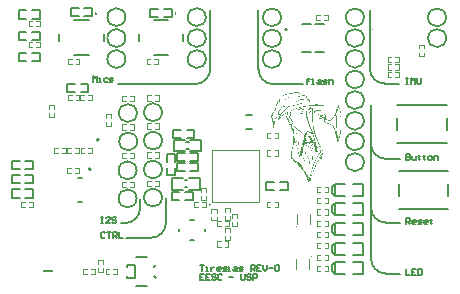
<source format=gto>
G04*
G04 #@! TF.GenerationSoftware,Altium Limited,Altium Designer,25.2.1 (25)*
G04*
G04 Layer_Color=65535*
%FSLAX44Y44*%
%MOMM*%
G71*
G04*
G04 #@! TF.SameCoordinates,854DBFE2-DFE7-4A3D-8861-6C5ED611F316*
G04*
G04*
G04 #@! TF.FilePolarity,Positive*
G04*
G01*
G75*
%ADD10C,0.2000*%
%ADD11C,0.1999*%
%ADD12C,0.1500*%
%ADD13C,0.1250*%
%ADD14C,0.1524*%
%ADD15C,0.1000*%
%ADD16C,0.1270*%
%ADD17R,0.8400X0.2700*%
G36*
X249292Y235020D02*
X249766Y234998D01*
X249834Y234975D01*
X249980Y234941D01*
X250070Y234919D01*
X250183Y234896D01*
X250273Y234874D01*
X250386Y234851D01*
X250837Y234738D01*
X251017Y234671D01*
X251130Y234626D01*
X251220Y234603D01*
X251401Y234535D01*
X251581Y234423D01*
X251773Y234321D01*
X251998Y234096D01*
X252032Y234084D01*
X252055Y234039D01*
X252167Y233836D01*
X252280Y233656D01*
X252370Y233498D01*
X252562Y233307D01*
X252607Y233284D01*
X252697Y233194D01*
X252742Y233171D01*
X252878Y233081D01*
X253126Y232946D01*
X253374Y232833D01*
X253577Y232720D01*
X253622Y232675D01*
X253825Y232562D01*
X253881Y232483D01*
X254095Y232202D01*
X254253Y232179D01*
X255809Y232157D01*
X255877Y232134D01*
X256192Y232111D01*
X256260Y232089D01*
X256418Y232066D01*
X256508Y232044D01*
X256722Y232010D01*
X256903Y231965D01*
X257252Y231773D01*
X257297Y231751D01*
X257500Y231593D01*
X257545Y231548D01*
X257591Y231525D01*
X257715Y231401D01*
X257737Y231356D01*
X257850Y231198D01*
X257917Y231040D01*
X257940Y230950D01*
X257962Y230725D01*
Y230071D01*
Y230048D01*
X257985Y229755D01*
X258030Y229642D01*
X258053Y229597D01*
X258199Y229383D01*
X258323Y229282D01*
X258357Y229248D01*
X258515Y229180D01*
X258605Y229158D01*
X258988Y228977D01*
X259191Y228864D01*
X259282Y228774D01*
X259327Y228752D01*
X259451Y228650D01*
X259473Y228605D01*
X259552Y228526D01*
X259597Y228503D01*
X259699Y228402D01*
X259721Y228357D01*
X259778Y228301D01*
X259823Y228278D01*
X259879Y228222D01*
X259902Y228177D01*
X259947Y228131D01*
X259969Y228086D01*
X260105Y227951D01*
X260127Y227906D01*
X260229Y227782D01*
X260308Y227703D01*
X260330Y227658D01*
X260432Y227511D01*
X260466Y227500D01*
X260488Y227455D01*
X260556Y227387D01*
X260623Y227275D01*
X260691Y227207D01*
X260714Y227162D01*
X260849Y226914D01*
X260916Y226801D01*
X260939Y226711D01*
X260905Y226587D01*
X260860Y226542D01*
X260657Y226497D01*
X260499Y226429D01*
X260364Y226451D01*
X260195Y226621D01*
X260172Y226666D01*
X260026Y226880D01*
X259969Y226936D01*
X259947Y226982D01*
X259789Y227184D01*
X259699Y227275D01*
X259676Y227320D01*
X259575Y227444D01*
X259451Y227568D01*
X259428Y227613D01*
X259349Y227692D01*
X259304Y227714D01*
X259270Y227748D01*
X259248Y227793D01*
X259169Y227872D01*
X259124Y227895D01*
X258797Y228222D01*
X258774Y228267D01*
X258741Y228301D01*
X258695Y228323D01*
X258594Y228425D01*
X258571Y228470D01*
X258538Y228503D01*
X258492Y228526D01*
X258244Y228774D01*
X258199Y228797D01*
X258165Y228831D01*
X258143Y228876D01*
X258086Y228932D01*
X258041Y228955D01*
X257940Y229056D01*
X257917Y229101D01*
X257759Y229259D01*
X257669Y229417D01*
X257579Y229552D01*
X257557Y229642D01*
X257534Y229710D01*
X257455Y229924D01*
X257410Y230037D01*
X257354Y230229D01*
X257331Y230319D01*
X257275Y230578D01*
X257218Y230657D01*
X257173Y230702D01*
X257128Y230815D01*
X256993Y231063D01*
X256914Y231119D01*
X256790Y231221D01*
X256711Y231300D01*
X256666Y231322D01*
X256553Y231367D01*
X256407Y231401D01*
X256316Y231424D01*
X256181Y231514D01*
X256068Y231559D01*
X255944Y231593D01*
X255662Y231627D01*
X255324Y231694D01*
X254806Y231717D01*
X254659Y231728D01*
X254546Y231660D01*
X254456Y231570D01*
X254366Y231548D01*
X254186Y231570D01*
X254062Y231672D01*
X253937Y231705D01*
X253689Y231683D01*
X253622Y231660D01*
X253543Y231649D01*
X253644Y231615D01*
X253689Y231593D01*
X253768Y231536D01*
X253757Y231480D01*
X253633Y231446D01*
X253069Y231424D01*
X252889Y231401D01*
X252280Y231379D01*
X252055Y231356D01*
X251784Y231311D01*
X251671Y231266D01*
X251412Y231187D01*
X251322Y231164D01*
X251175Y231108D01*
X251062Y231063D01*
X250826Y230961D01*
X250611Y230882D01*
X250578Y230849D01*
X250532Y230826D01*
X250397Y230736D01*
X249969Y230533D01*
X249755Y230454D01*
X249721Y230420D01*
X249676Y230398D01*
X249631Y230352D01*
X249428Y230240D01*
X249292Y230105D01*
X249191Y230093D01*
X249112Y230150D01*
X249078Y230251D01*
X249101Y230454D01*
X249202Y230578D01*
X249292Y230668D01*
X249337Y230691D01*
X249653Y230916D01*
X249811Y231007D01*
X249856Y231052D01*
X249969Y231097D01*
X250183Y231176D01*
X250217Y231209D01*
X250262Y231232D01*
X250510Y231345D01*
X250938Y231548D01*
X251153Y231627D01*
X251322Y231728D01*
X251446Y231762D01*
X251626Y231807D01*
X251931Y231931D01*
X252111Y231976D01*
X252269Y231999D01*
X252359Y232021D01*
X252675Y232066D01*
X252900Y232089D01*
X252990Y232111D01*
X253284Y232134D01*
X253340Y232190D01*
X253351Y232247D01*
X253317Y232326D01*
X253272Y232371D01*
X253261Y232404D01*
X253216Y232427D01*
X253058Y232517D01*
X252990Y232585D01*
X252945Y232607D01*
X252900Y232653D01*
X252855Y232675D01*
X252742Y232788D01*
X252697Y232810D01*
X252652Y232855D01*
X252607Y232878D01*
X252539Y232946D01*
X252494Y232968D01*
X252404Y233058D01*
X252359Y233081D01*
X252179Y233261D01*
X252134Y233284D01*
X251885Y233532D01*
X251840Y233554D01*
X251615Y233780D01*
X251570Y233803D01*
X251513Y233859D01*
X251502Y233893D01*
X251457Y233915D01*
X251412Y233960D01*
X251254Y234051D01*
X251164Y234141D01*
X250690Y234366D01*
X250544Y234400D01*
X250454Y234423D01*
X250307Y234479D01*
X250127Y234524D01*
X249912Y234558D01*
X249608Y234592D01*
X249382Y234614D01*
X248785Y234648D01*
X248255Y234659D01*
X248187Y234637D01*
X247928Y234603D01*
X247748Y234580D01*
X247612Y234558D01*
X247522Y234535D01*
X247342Y234468D01*
X247015Y234366D01*
X246677Y234209D01*
X246530Y234152D01*
X246338Y234051D01*
X246045Y233893D01*
X245887Y233780D01*
X245639Y233645D01*
X245594Y233600D01*
X245549Y233577D01*
X245346Y233464D01*
X245301Y233419D01*
X245256Y233397D01*
X245211Y233352D01*
X245008Y233239D01*
X244918Y233149D01*
X244873Y233126D01*
X244715Y233013D01*
X244354Y232743D01*
X244196Y232630D01*
X244151Y232607D01*
X244016Y232472D01*
X243903Y232404D01*
X243858Y232359D01*
X243813Y232337D01*
X243745Y232269D01*
X243700Y232247D01*
X243576Y232145D01*
X243520Y232089D01*
X243475Y232066D01*
X243170Y231762D01*
X243148Y231717D01*
X243035Y231604D01*
X243012Y231559D01*
X242911Y231435D01*
X242854Y231379D01*
X242832Y231333D01*
X242674Y231131D01*
X242629Y231085D01*
X242516Y230882D01*
X242449Y230815D01*
X242426Y230770D01*
X242381Y230725D01*
X242325Y230578D01*
X242178Y230431D01*
X242122Y230285D01*
X242065Y230206D01*
X242031Y230172D01*
X241986Y230150D01*
X241953Y230116D01*
X241919Y229969D01*
X241874Y229879D01*
X241828Y229856D01*
X241750Y229778D01*
X241716Y229653D01*
X241626Y229563D01*
X241592Y229552D01*
X241569Y229507D01*
X241479Y229349D01*
X241321Y229191D01*
X241299Y229146D01*
X241197Y229022D01*
X241152Y228977D01*
X241107Y228955D01*
X241028Y228876D01*
X241005Y228831D01*
X240949Y228774D01*
X240904Y228752D01*
X240859Y228706D01*
X240814Y228684D01*
X240656Y228526D01*
X240498Y228436D01*
X240340Y228323D01*
X240228Y228278D01*
X240025Y228165D01*
X239867Y228098D01*
X239743Y228064D01*
X239630Y228019D01*
X239596Y227985D01*
X239506Y227962D01*
X239371Y227985D01*
X239337Y228019D01*
X239314Y228267D01*
X239145Y228278D01*
X238897Y228165D01*
X238649Y228120D01*
X238582Y228143D01*
X238469Y228210D01*
X238412Y228334D01*
X238435Y228447D01*
X238514Y228549D01*
X238559Y228571D01*
X238807Y228684D01*
X239089Y228718D01*
X239179Y228740D01*
X239292Y228763D01*
X239472Y228831D01*
X239607Y228921D01*
X239799Y229022D01*
X240025Y229180D01*
X240182Y229270D01*
X240228Y229315D01*
X240273Y229338D01*
X240318Y229383D01*
X240363Y229405D01*
X240487Y229507D01*
X240521Y229541D01*
X240566Y229563D01*
X240611Y229608D01*
X240656Y229631D01*
X240701Y229676D01*
X240746Y229699D01*
X240904Y229856D01*
X240949Y229879D01*
X241479Y230409D01*
X241502Y230454D01*
X241727Y230679D01*
X241750Y230725D01*
X241930Y230905D01*
X241953Y230950D01*
X241998Y230995D01*
X242020Y231040D01*
X242155Y231176D01*
X242178Y231221D01*
X242279Y231345D01*
X242404Y231469D01*
X242426Y231514D01*
X242607Y231694D01*
X242629Y231739D01*
X242674Y231784D01*
X242697Y231829D01*
X242854Y231987D01*
X242877Y232033D01*
X243249Y232404D01*
X243294Y232427D01*
X243497Y232630D01*
X243542Y232653D01*
X243610Y232720D01*
X243655Y232743D01*
X243768Y232855D01*
X243813Y232878D01*
X243858Y232923D01*
X243903Y232946D01*
X243971Y233013D01*
X244016Y233036D01*
X244174Y233126D01*
X244286Y233239D01*
X244331Y233261D01*
X244433Y233363D01*
X244422Y233442D01*
X244331Y233464D01*
X244219Y233487D01*
X244151Y233464D01*
X244004Y233431D01*
X243869Y233408D01*
X243565Y233374D01*
X243475Y233352D01*
X243249Y233329D01*
X243159Y233307D01*
X242832Y233273D01*
X242607Y233228D01*
X242516Y233205D01*
X242404Y233183D01*
X242279Y233149D01*
X242122Y233126D01*
X242031Y233104D01*
X241772Y233070D01*
X241659Y233047D01*
X241479Y233002D01*
X241366Y232980D01*
X241242Y232946D01*
X241152Y232923D01*
X240667Y232822D01*
X240577Y232799D01*
X240464Y232754D01*
X240340Y232720D01*
X240160Y232675D01*
X239901Y232619D01*
X239810Y232596D01*
X239619Y232517D01*
X239461Y232472D01*
X239371Y232450D01*
X239089Y232348D01*
X238852Y232247D01*
X238705Y232213D01*
X238457Y232100D01*
X238311Y232044D01*
X238198Y231999D01*
X238051Y231942D01*
X237634Y231751D01*
X237431Y231638D01*
X237048Y231435D01*
X237003Y231390D01*
X236845Y231322D01*
X236800Y231300D01*
X236676Y231198D01*
X236642Y231164D01*
X236597Y231142D01*
X236439Y231052D01*
X236304Y230916D01*
X236191Y230849D01*
X236033Y230691D01*
X235988Y230668D01*
X235887Y230567D01*
X235864Y230522D01*
X235808Y230465D01*
X235763Y230443D01*
X235706Y230386D01*
X235650Y230240D01*
X235504Y230093D01*
X235458Y229981D01*
X235346Y229778D01*
X235255Y229575D01*
X235222Y229405D01*
X235165Y229259D01*
X235143Y229169D01*
X235064Y228797D01*
X235041Y228255D01*
X235019Y227850D01*
X234985Y227184D01*
X234962Y225425D01*
X234917Y225358D01*
X234895Y225425D01*
X234850Y225741D01*
X234804Y226733D01*
X234827Y228425D01*
X234850Y228492D01*
X234827Y228673D01*
X234793Y228706D01*
X234680Y228684D01*
X234647Y228650D01*
X234534Y228402D01*
X234376Y228109D01*
X234263Y227906D01*
X234173Y227771D01*
X234038Y227523D01*
X233948Y227387D01*
X233970Y227139D01*
X233993Y227072D01*
X233970Y226846D01*
X233902Y226688D01*
X233880Y226643D01*
X233767Y226485D01*
X233632Y226237D01*
X233519Y226080D01*
X233429Y225922D01*
X233384Y225877D01*
X233361Y225832D01*
X233271Y225696D01*
X233203Y225583D01*
X233113Y225493D01*
X233091Y225448D01*
X232978Y225290D01*
X232910Y225223D01*
X232820Y225020D01*
X232775Y224907D01*
X232640Y224614D01*
X232606Y224354D01*
X232572Y224275D01*
X232482Y224185D01*
X232459Y224095D01*
X232403Y223949D01*
X232256Y223802D01*
X232144Y223599D01*
X232065Y223520D01*
X232031Y223509D01*
X231918Y223306D01*
X231850Y223238D01*
X231828Y223193D01*
X231738Y222990D01*
X231715Y222832D01*
X231704Y222686D01*
X231715Y221705D01*
X231693Y221637D01*
X231659Y221378D01*
X231614Y221152D01*
X231569Y220882D01*
X231523Y220318D01*
X231501Y220228D01*
X231445Y220081D01*
X231332Y219833D01*
X231276Y219687D01*
X231129Y219540D01*
X231016Y219337D01*
X230881Y219247D01*
X230858Y219202D01*
X230757Y219078D01*
X230678Y218999D01*
X230599Y218852D01*
X230554Y218830D01*
X230475Y218751D01*
X230452Y218706D01*
X230351Y218582D01*
X230295Y218548D01*
X230272Y218503D01*
X230204Y218435D01*
X230182Y218390D01*
X230047Y218255D01*
X230024Y218210D01*
X229911Y218097D01*
X229889Y218052D01*
X229821Y217984D01*
X229799Y217939D01*
X229697Y217815D01*
X229663Y217781D01*
X229641Y217736D01*
X229494Y217522D01*
X229460Y217488D01*
X229438Y217443D01*
X229303Y217195D01*
X229190Y217037D01*
X229156Y216913D01*
X229133Y216823D01*
X229054Y216654D01*
X228987Y216496D01*
X228964Y216271D01*
X228942Y215955D01*
X228919Y215887D01*
X228874Y215391D01*
X228897Y215008D01*
X228874Y214940D01*
X228852Y214850D01*
X228840Y214839D01*
X228806Y214963D01*
X228784Y215324D01*
X228761Y215594D01*
X228739Y215662D01*
X228727Y215898D01*
X228739Y216338D01*
X228682Y216440D01*
X228592Y216417D01*
X228536Y216361D01*
X228479Y216214D01*
X228389Y216079D01*
X228310Y215932D01*
X228265Y215820D01*
X228209Y215673D01*
X228130Y215481D01*
X228085Y215301D01*
X228028Y215042D01*
X228006Y214929D01*
X227983Y214681D01*
X227972Y214489D01*
X227995Y214422D01*
X228017Y214016D01*
X228040Y213948D01*
X228074Y213734D01*
X228107Y213429D01*
X228130Y213339D01*
X228164Y213148D01*
X228209Y212922D01*
X228231Y212832D01*
X228265Y212708D01*
X228344Y212336D01*
X228378Y212212D01*
X228513Y211761D01*
X228536Y211670D01*
X228682Y211253D01*
X228716Y211129D01*
X228739Y211039D01*
X228897Y210543D01*
X228942Y210363D01*
X228976Y210216D01*
X229043Y210036D01*
X229111Y209968D01*
X229223Y209991D01*
X229257Y210115D01*
X229223Y210690D01*
X229201Y211005D01*
X229178Y211253D01*
X229156Y211840D01*
X229133Y212043D01*
X229111Y212133D01*
X229088Y212246D01*
X229043Y212516D01*
X229021Y212629D01*
X228998Y212809D01*
X228987Y213362D01*
X229021Y213418D01*
X229066Y213396D01*
X229100Y213294D01*
X229145Y213114D01*
X229178Y212629D01*
X229201Y212494D01*
X229223Y212403D01*
X229257Y212279D01*
X229325Y212009D01*
X229359Y211794D01*
X229381Y211569D01*
X229404Y211186D01*
X229426Y210780D01*
X229438Y210002D01*
X229415Y209934D01*
X229438Y209844D01*
X229460Y209348D01*
X229483Y209190D01*
X229505Y208491D01*
X229528Y208424D01*
X229573Y208266D01*
X229641Y208085D01*
X229697Y208029D01*
X229776Y208063D01*
X229821Y208221D01*
X229844Y208311D01*
X229877Y208615D01*
X229900Y208728D01*
X229968Y208998D01*
X230024Y209190D01*
X230069Y209506D01*
X230092Y209596D01*
X230137Y209754D01*
X230159Y209844D01*
X230193Y209991D01*
X230216Y210081D01*
X230250Y210205D01*
X230272Y210430D01*
X230328Y210667D01*
X230441Y211118D01*
X230464Y211231D01*
X230486Y211411D01*
X230498Y211648D01*
X230475Y211716D01*
X230498Y211941D01*
X230644Y212155D01*
X230779Y212381D01*
X230881Y212482D01*
X230903Y212527D01*
X231061Y212730D01*
X231106Y212775D01*
X231129Y212821D01*
X231230Y212945D01*
X231309Y213023D01*
X231332Y213069D01*
X231490Y213272D01*
X231535Y213317D01*
X231557Y213362D01*
X231681Y213531D01*
X231715Y213542D01*
X231738Y213587D01*
X231783Y213632D01*
X231805Y213677D01*
X231850Y213722D01*
X231873Y213768D01*
X231986Y213880D01*
X232008Y213925D01*
X232110Y214049D01*
X232166Y214106D01*
X232189Y214151D01*
X232403Y214433D01*
X232516Y214613D01*
X232572Y214692D01*
X232617Y214737D01*
X232640Y214782D01*
X232786Y214996D01*
X232820Y215030D01*
X233023Y215414D01*
X233113Y215617D01*
X233192Y215831D01*
X233271Y216090D01*
X233294Y216316D01*
X233316Y216812D01*
X233339Y218029D01*
X233361Y218097D01*
X233418Y218244D01*
X233497Y218435D01*
X233553Y218582D01*
X233587Y218616D01*
X233609Y218661D01*
X233722Y218773D01*
X233745Y218819D01*
X233959Y219033D01*
X234004Y219055D01*
X234162Y219213D01*
X234275Y219281D01*
X234398Y219382D01*
X234432Y219416D01*
X234478Y219439D01*
X234601Y219540D01*
X234703Y219642D01*
X234748Y219664D01*
X234951Y219867D01*
X234996Y219890D01*
X235086Y220025D01*
X235120Y220059D01*
X235143Y220104D01*
X235210Y220172D01*
X235312Y220453D01*
X235357Y220566D01*
X235413Y220758D01*
X235458Y220938D01*
X235492Y221130D01*
X235515Y221243D01*
X235560Y221423D01*
X235594Y221547D01*
X235740Y221964D01*
X235774Y221998D01*
X235797Y222043D01*
X235887Y222133D01*
X235909Y222178D01*
X235966Y222235D01*
X236011Y222257D01*
X236169Y222348D01*
X236304Y222438D01*
X236462Y222483D01*
X236732Y222551D01*
X236958Y222618D01*
X237319Y222708D01*
X237443Y222742D01*
X237612Y222821D01*
X237770Y222889D01*
X238153Y223069D01*
X238243Y223092D01*
X238390Y223148D01*
X238424Y223182D01*
X238469Y223204D01*
X238536Y223272D01*
X238582Y223295D01*
X238728Y223441D01*
X238751Y223486D01*
X238807Y223543D01*
X238852Y223565D01*
X238886Y223599D01*
X238908Y223644D01*
X239258Y223994D01*
X239303Y224016D01*
X239427Y224118D01*
X239461Y224151D01*
X240025Y224422D01*
X240115Y224445D01*
X240340Y224512D01*
X240498Y224535D01*
X241208Y224501D01*
X241321Y224478D01*
X241502Y224433D01*
X241682Y224366D01*
X241907Y224185D01*
X241953Y224140D01*
X241975Y224095D01*
X242088Y223937D01*
X242133Y223825D01*
X242155Y223667D01*
X242133Y223216D01*
X242043Y223058D01*
X241975Y222990D01*
X241953Y222945D01*
X241885Y222878D01*
X241817Y222720D01*
X241840Y222607D01*
X241919Y222573D01*
X241986Y222596D01*
X242133Y222652D01*
X242246Y222697D01*
X242426Y222765D01*
X242539Y222810D01*
X242731Y222889D01*
X242821Y222911D01*
X242978Y222956D01*
X243091Y223001D01*
X243294Y223092D01*
X243384Y223114D01*
X243542Y223137D01*
X243723Y223182D01*
X243948Y223272D01*
X244106Y223317D01*
X244196Y223340D01*
X244456Y223374D01*
X244568Y223396D01*
X244929Y223419D01*
X245222Y223441D01*
X245312Y223464D01*
X245775Y223678D01*
X245933Y223723D01*
X246124Y223757D01*
X246237Y223780D01*
X246429Y223836D01*
X246586Y223858D01*
X246677Y223881D01*
X246913Y223915D01*
X247049Y223937D01*
X247161Y223960D01*
X247342Y223982D01*
X247567Y224005D01*
X247815Y224028D01*
X247996Y224050D01*
X248131Y224073D01*
X248244Y224095D01*
X248334Y224118D01*
X248480Y224174D01*
X248571Y224197D01*
X248717Y224253D01*
X248999Y224377D01*
X249213Y224456D01*
X249495Y224603D01*
X249653Y224648D01*
X250036Y224828D01*
X250127Y224851D01*
X250273Y224907D01*
X250442Y225008D01*
X250600Y225054D01*
X250814Y225132D01*
X251096Y225256D01*
X251187Y225279D01*
X251311Y225313D01*
X251615Y225437D01*
X251739Y225471D01*
X251874Y225493D01*
X251964Y225516D01*
X252145Y225583D01*
X252337Y225640D01*
X252427Y225662D01*
X252799Y225741D01*
X252979Y225786D01*
X253092Y225809D01*
X253182Y225832D01*
X253306Y225865D01*
X253396Y225888D01*
X253554Y225910D01*
X253915Y225933D01*
X254005Y225956D01*
X254242Y225989D01*
X254603Y226012D01*
X255189Y226034D01*
X255640Y226057D01*
X255910Y226080D01*
X256407Y226102D01*
X259101Y226113D01*
X259169Y226091D01*
X260466Y226080D01*
X261018Y226091D01*
X261086Y226068D01*
X261334Y225933D01*
X261413Y225854D01*
X261435Y225809D01*
X261491Y225753D01*
X261672Y225707D01*
X261852Y225685D01*
X262145Y225550D01*
X262416Y225482D01*
X262529Y225437D01*
X262664Y225347D01*
X262777Y225301D01*
X263036Y225268D01*
X263126Y225245D01*
X263239Y225200D01*
X263408Y225099D01*
X263916Y225020D01*
X264039Y224986D01*
X264265Y224918D01*
X264355Y224896D01*
X264806Y224851D01*
X264964Y224828D01*
X265156Y224794D01*
X265336Y224749D01*
X265449Y224727D01*
X265584Y224704D01*
X265765Y224681D01*
X265990Y224659D01*
X266238Y224636D01*
X266531Y224591D01*
X266644Y224569D01*
X266779Y224546D01*
X266869Y224524D01*
X267140Y224478D01*
X267444Y224445D01*
X267602Y224422D01*
X267974Y224388D01*
X268245Y224366D01*
X268493Y224343D01*
X268899Y224275D01*
X269361Y224219D01*
X269519Y224197D01*
X269846Y224163D01*
X269981Y224140D01*
X270207Y224095D01*
X270477Y224073D01*
X270680Y224050D01*
X270951Y224005D01*
X271357Y223960D01*
X271672Y223847D01*
X271763Y223825D01*
X271887Y223791D01*
X272157Y223723D01*
X272371Y223644D01*
X272484Y223577D01*
X272529Y223464D01*
X272428Y223340D01*
X272202Y223317D01*
X271188Y223295D01*
X271120Y223272D01*
X270083Y223249D01*
X268437Y223272D01*
X268369Y223295D01*
X266588Y223317D01*
X266227Y223340D01*
X263837Y223362D01*
X261672Y223340D01*
X261604Y223317D01*
X260995Y223295D01*
X260928Y223272D01*
X260533Y223238D01*
X260172Y223193D01*
X259969Y223171D01*
X259744Y223148D01*
X259473Y223125D01*
X259225Y223103D01*
X258921Y223069D01*
X258831Y223047D01*
X258290Y222979D01*
X258199Y222956D01*
X257782Y222923D01*
X257579Y222900D01*
X257286Y222855D01*
X257151Y222832D01*
X257061Y222810D01*
X256948Y222787D01*
X256677Y222742D01*
X256497Y222720D01*
X256294Y222697D01*
X255888Y222630D01*
X255707Y222584D01*
X255595Y222562D01*
X255505Y222539D01*
X254963Y222449D01*
X254693Y222381D01*
X254467Y222336D01*
X254332Y222314D01*
X254219Y222291D01*
X254084Y222269D01*
X253904Y222224D01*
X253780Y222190D01*
X253520Y222133D01*
X253340Y222088D01*
X253069Y222043D01*
X252878Y221987D01*
X252697Y221942D01*
X252449Y221874D01*
X252359Y221852D01*
X252167Y221818D01*
X252077Y221795D01*
X251953Y221761D01*
X251807Y221728D01*
X251547Y221649D01*
X251457Y221626D01*
X251311Y221592D01*
X250781Y221423D01*
X250690Y221401D01*
X250566Y221367D01*
X250386Y221322D01*
X250138Y221231D01*
X249777Y221141D01*
X249631Y221085D01*
X249518Y221040D01*
X249337Y220995D01*
X249180Y220949D01*
X248898Y220848D01*
X248571Y220747D01*
X248289Y220645D01*
X248176Y220600D01*
X248086Y220578D01*
X247894Y220521D01*
X247680Y220442D01*
X247567Y220397D01*
X247443Y220363D01*
X247285Y220318D01*
X247071Y220239D01*
X246947Y220183D01*
X246530Y220036D01*
X246417Y219991D01*
X246226Y219912D01*
X246102Y219879D01*
X245876Y219788D01*
X245684Y219709D01*
X245527Y219664D01*
X245380Y219608D01*
X245267Y219563D01*
X245143Y219506D01*
X244997Y219450D01*
X244884Y219405D01*
X244512Y219236D01*
X244129Y219055D01*
X243982Y218999D01*
X243869Y218954D01*
X243678Y218852D01*
X243565Y218807D01*
X243418Y218751D01*
X243249Y218650D01*
X243091Y218582D01*
X242144Y218131D01*
X241581Y217838D01*
X241535Y217793D01*
X241423Y217747D01*
X241299Y217714D01*
X241186Y217669D01*
X241152Y217635D01*
X241107Y217612D01*
X240972Y217522D01*
X239529Y216778D01*
X239393Y216688D01*
X239145Y216552D01*
X239100Y216507D01*
X238762Y216327D01*
X238604Y216214D01*
X238446Y216124D01*
X238379Y216056D01*
X238333Y216034D01*
X238119Y215887D01*
X238063Y215831D01*
X238018Y215808D01*
X237894Y215707D01*
X237815Y215651D01*
X237747Y215583D01*
X237702Y215560D01*
X237578Y215459D01*
X237544Y215425D01*
X237499Y215402D01*
X237454Y215357D01*
X237409Y215335D01*
X237206Y215177D01*
X236924Y214963D01*
X236868Y214906D01*
X236665Y214794D01*
X236552Y214748D01*
X236462Y214726D01*
X236214Y214591D01*
X236135Y214512D01*
X236112Y214467D01*
X236033Y214410D01*
X235977Y214354D01*
X235898Y214207D01*
X235785Y214140D01*
X235774Y214061D01*
X235808Y214027D01*
X235853Y214004D01*
X235887Y213971D01*
X235864Y213813D01*
X235797Y213745D01*
X235774Y213700D01*
X235684Y213610D01*
X235594Y213452D01*
X235481Y213339D01*
X235391Y213181D01*
X235278Y213069D01*
X235188Y212911D01*
X235075Y212798D01*
X235053Y212753D01*
X234895Y212550D01*
X234827Y212482D01*
X234804Y212437D01*
X234703Y212313D01*
X234658Y212291D01*
X234579Y212212D01*
X234556Y212167D01*
X234500Y212110D01*
X234455Y212088D01*
X234252Y211930D01*
X234060Y211783D01*
X234038Y211738D01*
X233891Y211546D01*
X233801Y211524D01*
X233711Y211546D01*
X233666Y211592D01*
X233621Y211614D01*
X233564Y211670D01*
X233519Y211828D01*
X233542Y212279D01*
X233564Y212347D01*
X233598Y212516D01*
X233632Y212640D01*
X233722Y213001D01*
X233778Y213260D01*
X233902Y213655D01*
X233948Y213813D01*
X233993Y213925D01*
X234105Y214174D01*
X234151Y214286D01*
X234331Y214625D01*
X234489Y214918D01*
X234579Y215053D01*
X234692Y215256D01*
X234804Y215414D01*
X234917Y215617D01*
X235075Y215842D01*
X235098Y215887D01*
X235143Y215932D01*
X235165Y215977D01*
X235233Y216045D01*
X235301Y216158D01*
X235402Y216282D01*
X235436Y216316D01*
X235458Y216361D01*
X235560Y216485D01*
X235594Y216519D01*
X235616Y216564D01*
X235661Y216609D01*
X235684Y216654D01*
X235785Y216778D01*
X235842Y216834D01*
X235864Y216879D01*
X235909Y216924D01*
X235932Y216970D01*
X236067Y217105D01*
X236090Y217150D01*
X236191Y217274D01*
X236270Y217353D01*
X236293Y217398D01*
X236338Y217443D01*
X236360Y217488D01*
X236518Y217646D01*
X236541Y217691D01*
X236721Y217872D01*
X236744Y217917D01*
X236789Y217962D01*
X236811Y218007D01*
X237037Y218232D01*
X237059Y218277D01*
X237138Y218334D01*
X237217Y218413D01*
X237240Y218458D01*
X237420Y218638D01*
X237443Y218683D01*
X237646Y218886D01*
X237668Y218931D01*
X237747Y219010D01*
X237792Y219033D01*
X237826Y219067D01*
X237849Y219112D01*
X238051Y219315D01*
X238074Y219360D01*
X238176Y219461D01*
X238221Y219484D01*
X238255Y219518D01*
X238277Y219563D01*
X238503Y219788D01*
X238525Y219833D01*
X238582Y219890D01*
X238626Y219912D01*
X238683Y219969D01*
X238705Y220014D01*
X238829Y220138D01*
X238875Y220160D01*
X238908Y220194D01*
X238931Y220239D01*
X239010Y220318D01*
X239055Y220341D01*
X239382Y220668D01*
X239405Y220713D01*
X239540Y220826D01*
X239709Y220995D01*
X239754Y221017D01*
X239788Y221051D01*
X239810Y221096D01*
X239889Y221175D01*
X239934Y221198D01*
X240013Y221276D01*
X240036Y221322D01*
X240092Y221378D01*
X240137Y221401D01*
X240340Y221604D01*
X240385Y221626D01*
X240543Y221784D01*
X240588Y221806D01*
X240791Y221964D01*
X240848Y222021D01*
X240870Y222066D01*
X240972Y222190D01*
X241017Y222235D01*
X241062Y222257D01*
X241231Y222381D01*
X241254Y222426D01*
X241321Y222584D01*
X241457Y222832D01*
X241547Y222968D01*
X241682Y223261D01*
X241705Y223351D01*
X241727Y223667D01*
X241637Y223825D01*
X241513Y223858D01*
X241084Y223836D01*
X240949Y223858D01*
X240915Y223892D01*
X240938Y223937D01*
X241028Y224028D01*
X241005Y224095D01*
X240859Y224151D01*
X240566Y224174D01*
X240498Y224151D01*
X240408Y224129D01*
X240250Y224061D01*
X240092Y224016D01*
X239878Y223937D01*
X239630Y223689D01*
X239585Y223577D01*
X239562Y223486D01*
X239416Y223430D01*
X239202Y223351D01*
X239123Y223295D01*
X238999Y223193D01*
X238953Y223148D01*
X238931Y223103D01*
X238559Y222731D01*
X238514Y222708D01*
X238356Y222596D01*
X238311Y222573D01*
X238153Y222505D01*
X238063Y222483D01*
X237826Y222426D01*
X237600Y222381D01*
X237465Y222359D01*
X237285Y222314D01*
X237104Y222246D01*
X237026Y222190D01*
X236992Y222156D01*
X236969Y222111D01*
X236868Y221987D01*
X236811Y221930D01*
X236766Y221818D01*
X236732Y221671D01*
X236699Y221592D01*
X236586Y221434D01*
X236552Y221288D01*
X236530Y221198D01*
X236484Y221085D01*
X236383Y220983D01*
X236338Y220826D01*
X236281Y220679D01*
X236191Y220589D01*
X236157Y220578D01*
X236135Y220532D01*
X236045Y220375D01*
X235887Y220217D01*
X235864Y220172D01*
X235639Y219946D01*
X235616Y219901D01*
X235582Y219867D01*
X235537Y219845D01*
X235481Y219788D01*
X235458Y219743D01*
X235312Y219597D01*
X235278Y219585D01*
X235255Y219540D01*
X235154Y219439D01*
X235109Y219416D01*
X234928Y219236D01*
X234883Y219213D01*
X234748Y219078D01*
X234703Y219055D01*
X234658Y219010D01*
X234613Y218988D01*
X234534Y218909D01*
X234511Y218864D01*
X234432Y218807D01*
X234354Y218729D01*
X234331Y218683D01*
X234196Y218548D01*
X234173Y218503D01*
X234038Y218255D01*
X233970Y218097D01*
X233948Y218007D01*
X233925Y217849D01*
X233902Y216541D01*
X233880Y216474D01*
X233846Y216327D01*
X233733Y216011D01*
X233699Y215887D01*
X233181Y214872D01*
X233136Y214827D01*
X232955Y214489D01*
X232865Y214354D01*
X232809Y214207D01*
X232775Y214174D01*
X232752Y214128D01*
X232685Y214061D01*
X232549Y213813D01*
X232482Y213745D01*
X232324Y213452D01*
X232279Y213407D01*
X232256Y213362D01*
X232144Y213159D01*
X232054Y213069D01*
X231918Y212821D01*
X231850Y212753D01*
X231828Y212708D01*
X231681Y212494D01*
X231602Y212415D01*
X231512Y212257D01*
X231422Y212167D01*
X231399Y212122D01*
X231332Y212054D01*
X231309Y212009D01*
X231208Y211885D01*
X231152Y211828D01*
X231106Y211648D01*
X231084Y211287D01*
X231061Y211220D01*
X231039Y211129D01*
X230971Y210881D01*
X230926Y210701D01*
X230870Y210329D01*
X230847Y210216D01*
X230825Y210126D01*
X230802Y210013D01*
X230779Y209923D01*
X230746Y209799D01*
X230712Y209652D01*
X230644Y209224D01*
X230599Y209044D01*
X230565Y208920D01*
X230520Y208762D01*
X230498Y208671D01*
X230475Y208514D01*
X230396Y208164D01*
X230373Y208074D01*
X230317Y207882D01*
X230272Y207702D01*
X230250Y207544D01*
X230227Y207454D01*
X230193Y207307D01*
X230069Y206913D01*
X230013Y206653D01*
X229968Y206473D01*
X229877Y206225D01*
X229855Y206135D01*
X229832Y206022D01*
X229810Y205887D01*
X229765Y205706D01*
X229652Y205391D01*
X229584Y205120D01*
X229517Y204985D01*
X229438Y204838D01*
X229415Y204793D01*
X229303Y204635D01*
X229223Y204556D01*
X229133Y204534D01*
X229043Y204556D01*
X228987Y204613D01*
X228964Y204771D01*
X228987Y205199D01*
X229009Y205266D01*
X229032Y205357D01*
X229077Y205469D01*
X229111Y205616D01*
X229178Y205887D01*
X229190Y206326D01*
X229167Y206394D01*
X229145Y206845D01*
X229122Y206913D01*
X229088Y207194D01*
X229066Y207307D01*
X229021Y207578D01*
X228976Y207939D01*
X228953Y208142D01*
X228930Y208277D01*
X228885Y208502D01*
X228863Y208593D01*
X228829Y208717D01*
X228795Y208863D01*
X228727Y209269D01*
X228705Y209382D01*
X228637Y209652D01*
X228603Y209776D01*
X228570Y209923D01*
X228547Y210058D01*
X228524Y210171D01*
X228479Y210351D01*
X228400Y210611D01*
X228333Y210881D01*
X228299Y211028D01*
X228265Y211152D01*
X228220Y211310D01*
X228164Y211456D01*
X228096Y211727D01*
X228074Y211840D01*
X228040Y211964D01*
X227995Y212122D01*
X227972Y212212D01*
X227927Y212370D01*
X227904Y212460D01*
X227871Y212606D01*
X227848Y212719D01*
X227826Y212809D01*
X227780Y213035D01*
X227758Y213170D01*
X227735Y213283D01*
X227701Y213587D01*
X227679Y213745D01*
X227656Y214174D01*
X227679Y215414D01*
X227701Y215481D01*
X227735Y215605D01*
X227803Y215786D01*
X227848Y215898D01*
X227961Y216192D01*
X228051Y216327D01*
X228186Y216552D01*
X228243Y216631D01*
X228333Y216767D01*
X228355Y216812D01*
X228457Y216936D01*
X228491Y216970D01*
X228603Y217173D01*
X228694Y217263D01*
X228716Y217308D01*
X228874Y217511D01*
X228942Y217578D01*
X229032Y217736D01*
X229122Y217826D01*
X229145Y217872D01*
X229303Y218074D01*
X229347Y218120D01*
X229370Y218165D01*
X229528Y218368D01*
X229573Y218413D01*
X229663Y218571D01*
X229776Y218683D01*
X229799Y218729D01*
X230013Y219010D01*
X230126Y219191D01*
X230182Y219247D01*
X230204Y219292D01*
X230295Y219428D01*
X230317Y219473D01*
X230385Y219540D01*
X230407Y219585D01*
X230452Y219630D01*
X230475Y219676D01*
X230622Y219890D01*
X230655Y219924D01*
X230678Y219969D01*
X230768Y220126D01*
X230881Y220284D01*
X230926Y220397D01*
X230982Y220544D01*
X231106Y220803D01*
X231129Y220893D01*
X231163Y221040D01*
X231185Y221130D01*
X231219Y221254D01*
X231264Y221434D01*
X231298Y221649D01*
X231321Y222415D01*
X231343Y223475D01*
X231366Y223655D01*
X231388Y223746D01*
X231523Y224129D01*
X231569Y224242D01*
X231591Y224332D01*
X231918Y224952D01*
X232099Y225290D01*
X232144Y225335D01*
X232279Y225583D01*
X232324Y225629D01*
X232347Y225674D01*
X232392Y225719D01*
X232527Y225967D01*
X232595Y226034D01*
X232617Y226080D01*
X232764Y226294D01*
X232843Y226373D01*
X232865Y226418D01*
X232978Y226576D01*
X233046Y226643D01*
X233068Y226688D01*
X233226Y226891D01*
X233384Y227184D01*
X233474Y227320D01*
X233609Y227568D01*
X233699Y227703D01*
X233857Y227996D01*
X233948Y228131D01*
X234060Y228334D01*
X234173Y228515D01*
X234263Y228673D01*
X234354Y228808D01*
X234376Y228853D01*
X234534Y229056D01*
X234624Y229191D01*
X234647Y229236D01*
X234692Y229282D01*
X234714Y229327D01*
X234827Y229439D01*
X234850Y229484D01*
X235007Y229642D01*
X235030Y229687D01*
X235165Y229823D01*
X235210Y229935D01*
X235289Y230150D01*
X235413Y230274D01*
X235470Y230420D01*
X235616Y230567D01*
X235706Y230725D01*
X235740Y230758D01*
X235785Y230781D01*
X235819Y230815D01*
X235842Y230860D01*
X235943Y230961D01*
X235988Y230984D01*
X236146Y231142D01*
X236191Y231164D01*
X236315Y231266D01*
X236394Y231345D01*
X236439Y231367D01*
X236597Y231480D01*
X236665Y231548D01*
X236913Y231683D01*
X237003Y231773D01*
X237206Y231886D01*
X237364Y231999D01*
X237612Y232134D01*
X237905Y232292D01*
X238739Y232698D01*
X238875Y232788D01*
X238987Y232833D01*
X239134Y232889D01*
X239247Y232934D01*
X239280Y232968D01*
X239438Y233036D01*
X239720Y233137D01*
X239912Y233239D01*
X240070Y233284D01*
X240160Y233307D01*
X240374Y233385D01*
X240487Y233431D01*
X240746Y233509D01*
X240893Y233543D01*
X241005Y233566D01*
X241096Y233588D01*
X241220Y233622D01*
X241378Y233667D01*
X241648Y233712D01*
X241930Y233746D01*
X242133Y233769D01*
X242404Y233791D01*
X242607Y233814D01*
X242990Y233836D01*
X243881Y233848D01*
X243948Y233825D01*
X244331Y233803D01*
X244489Y233690D01*
X244523Y233566D01*
X244546Y233521D01*
X244625Y233487D01*
X244692Y233509D01*
X244805Y233577D01*
X244940Y233712D01*
X245143Y233825D01*
X245188Y233870D01*
X245481Y234028D01*
X245617Y234118D01*
X245910Y234276D01*
X246338Y234502D01*
X246902Y234772D01*
X247060Y234817D01*
X247150Y234840D01*
X247308Y234885D01*
X247567Y234941D01*
X247680Y234964D01*
X247951Y235009D01*
X248154Y235032D01*
X249225Y235043D01*
X249292Y235020D01*
D02*
G37*
G36*
X254682Y229067D02*
X254749Y229045D01*
X255042Y229022D01*
X255144Y228943D01*
X255121Y228808D01*
X255088Y228774D01*
X254997Y228752D01*
X254603Y228718D01*
X254298Y228684D01*
X254208Y228661D01*
X254028Y228639D01*
X253960Y228616D01*
X253802Y228594D01*
X253712Y228571D01*
X253554Y228549D01*
X253464Y228526D01*
X253317Y228492D01*
X253137Y228447D01*
X252957Y228379D01*
X252686Y228312D01*
X252573Y228289D01*
X252348Y228199D01*
X252201Y228143D01*
X252055Y228109D01*
X251964Y228086D01*
X251784Y228019D01*
X251592Y227940D01*
X251502Y227917D01*
X251344Y227872D01*
X251130Y227793D01*
X250893Y227692D01*
X250679Y227613D01*
X250487Y227511D01*
X250262Y227421D01*
X250217Y227399D01*
X250059Y227286D01*
X249777Y227184D01*
X249743Y227151D01*
X249698Y227128D01*
X249450Y227015D01*
X249292Y226925D01*
X249247Y226880D01*
X249022Y226790D01*
X248977Y226767D01*
X248819Y226654D01*
X248672Y226598D01*
X248447Y226463D01*
X248413Y226429D01*
X248345Y226406D01*
X248142Y226294D01*
X248097Y226249D01*
X248052Y226226D01*
X247714Y226046D01*
X247421Y225888D01*
X247308Y225820D01*
X247218Y225798D01*
X247128Y225820D01*
X247071Y225877D01*
X247094Y226057D01*
X247195Y226158D01*
X247398Y226271D01*
X247443Y226316D01*
X247488Y226339D01*
X248018Y226688D01*
X248052Y226722D01*
X248097Y226745D01*
X248255Y226835D01*
X248480Y226993D01*
X248638Y227083D01*
X248729Y227173D01*
X248977Y227308D01*
X249135Y227421D01*
X249337Y227534D01*
X249428Y227624D01*
X249721Y227782D01*
X249766Y227827D01*
X249811Y227850D01*
X250014Y227962D01*
X250172Y228075D01*
X250285Y228120D01*
X250442Y228210D01*
X250487Y228255D01*
X250690Y228346D01*
X250803Y228413D01*
X250848Y228458D01*
X251006Y228526D01*
X251119Y228571D01*
X251457Y228729D01*
X251615Y228774D01*
X251863Y228887D01*
X251976Y228932D01*
X252167Y228966D01*
X252573Y229034D01*
X252878Y229067D01*
X252945D01*
X253103Y229090D01*
X254682Y229067D01*
D02*
G37*
G36*
X240442Y223712D02*
X240431Y223655D01*
X240273Y223610D01*
X240126Y223599D01*
X239991Y223622D01*
X239968Y223644D01*
X240002Y223678D01*
X240160Y223723D01*
X240228D01*
X240442Y223712D01*
D02*
G37*
G36*
X252787Y221378D02*
X252990Y221265D01*
X253193Y221175D01*
X253284Y221152D01*
X253430Y221096D01*
X253689Y220972D01*
X253813Y220938D01*
X253926Y220893D01*
X254028Y220814D01*
X254186Y220747D01*
X254400Y220668D01*
X254434Y220634D01*
X254479Y220611D01*
X254817Y220431D01*
X254952Y220341D01*
X255133Y220363D01*
X255178Y220408D01*
X255313Y220453D01*
X255414Y220375D01*
X255437Y220284D01*
X255414Y220172D01*
X255358Y220115D01*
X255200Y220070D01*
X254930Y220048D01*
X254862Y220025D01*
X254659Y220048D01*
X254546Y220093D01*
X254422Y220126D01*
X254332Y220149D01*
X254152Y220217D01*
X254005Y220273D01*
X253825Y220318D01*
X253610Y220397D01*
X253577Y220431D01*
X253532Y220453D01*
X253284Y220589D01*
X253160Y220690D01*
X253013Y220769D01*
X252923Y220792D01*
X252697Y220769D01*
X252539Y220679D01*
X252404Y220589D01*
X252291Y220544D01*
X252167Y220510D01*
X252055Y220465D01*
X251885Y220363D01*
X251728Y220318D01*
X251581Y220262D01*
X251547Y220250D01*
X251525D01*
X251232Y220115D01*
X251085Y220081D01*
X250905Y220014D01*
X250668Y219912D01*
X250487Y219867D01*
X250341Y219833D01*
X250228Y219811D01*
X249924Y219777D01*
X249788Y219799D01*
X249709Y219879D01*
X249732Y220081D01*
X249811Y220160D01*
X249856Y220183D01*
X250059Y220273D01*
X250239Y220318D01*
X250442Y220431D01*
X250826Y220634D01*
X250871Y220679D01*
X250984Y220724D01*
X251198Y220803D01*
X251434Y220927D01*
X251716Y221028D01*
X251953Y221130D01*
X252043Y221152D01*
X252258Y221186D01*
X252370Y221231D01*
X252449Y221310D01*
X252494Y221333D01*
X252652Y221401D01*
X252787Y221378D01*
D02*
G37*
G36*
X267580Y218334D02*
X267704Y218232D01*
X267794Y218029D01*
X267771Y217849D01*
X267715Y217793D01*
X267625Y217770D01*
X267535Y217793D01*
X267332Y217883D01*
X267287Y217905D01*
X267264D01*
X266700Y217928D01*
X266046Y217950D01*
X265968Y218007D01*
X265990Y218074D01*
X266114Y218131D01*
X266486Y218210D01*
X266599Y218232D01*
X266869Y218300D01*
X266982Y218323D01*
X267287Y218356D01*
X267580Y218334D01*
D02*
G37*
G36*
X260590Y219754D02*
X260736Y219608D01*
X260770Y219484D01*
X260792Y219394D01*
X260860Y219213D01*
X260905Y219100D01*
X261018Y218807D01*
X261119Y218616D01*
X261187Y218458D01*
X261232Y218277D01*
X261255Y217984D01*
X261300Y217872D01*
X261322Y217691D01*
X261232Y217533D01*
X261198Y217500D01*
X260770Y217297D01*
X260612Y217274D01*
X260071Y217251D01*
X260003Y217229D01*
X259868Y217206D01*
X259845D01*
X259688Y217184D01*
X259552Y217206D01*
X259428Y217308D01*
X259361Y217466D01*
X259338Y217578D01*
X259361Y217646D01*
X259428Y217759D01*
X259485Y217815D01*
X259642Y217860D01*
X260702Y217905D01*
X260759Y217849D01*
X260736Y217736D01*
X260702Y217703D01*
X260601Y217646D01*
X260612Y217612D01*
X260680Y217590D01*
X260792Y217657D01*
X260849Y217714D01*
X260894Y217826D01*
X260871Y217939D01*
X260849Y218007D01*
X260871Y218187D01*
X260894Y218210D01*
X260871Y218277D01*
X260736Y218571D01*
X260623Y218773D01*
X260556Y218931D01*
X260375Y219315D01*
X260330Y219473D01*
X260319Y219552D01*
X260341Y219664D01*
X260398Y219743D01*
X260432Y219777D01*
X260590Y219754D01*
D02*
G37*
G36*
X264818Y217826D02*
X264795Y217781D01*
X264682Y217736D01*
X264648Y217703D01*
X264524Y217646D01*
X264513Y217635D01*
X264355Y217567D01*
X264197Y217522D01*
X263814Y217477D01*
X263498Y217432D01*
X263431Y217454D01*
X263340Y217477D01*
X263284Y217533D01*
X263262Y217601D01*
X263318Y217680D01*
X263476Y217725D01*
X263972Y217747D01*
X264039Y217770D01*
X264310Y217793D01*
X264378Y217815D01*
X264603Y217838D01*
X264818Y217826D01*
D02*
G37*
G36*
X254050Y219506D02*
X254140Y219371D01*
X254197Y219247D01*
X254242Y219134D01*
X254276Y219010D01*
X254366Y218762D01*
X254490Y218458D01*
X254524Y218334D01*
X254693Y217804D01*
X254715Y217646D01*
X254738Y217105D01*
X254715Y217037D01*
X254625Y216879D01*
X254546Y216823D01*
X254321Y216665D01*
X254140Y216620D01*
X253983Y216575D01*
X253825Y216507D01*
X253667Y216462D01*
X253577Y216440D01*
X253419Y216417D01*
X253329Y216395D01*
X253137Y216361D01*
X252866Y216293D01*
X252855Y216282D01*
X252663Y216248D01*
X252483Y216225D01*
X251818Y216192D01*
X251660Y216169D01*
X251536Y216203D01*
X251468Y216271D01*
X251446Y216361D01*
X251468Y216451D01*
X251570Y216575D01*
X251908Y216755D01*
X252111Y216846D01*
X252258Y216879D01*
X252348Y216902D01*
X252539Y216981D01*
X252720Y217026D01*
X253058Y217048D01*
X253126Y217026D01*
X253622Y217048D01*
X253689Y217071D01*
X254186Y217342D01*
X254242Y217398D01*
X254332Y217601D01*
X254310Y217872D01*
X254287Y217939D01*
X254253Y218086D01*
X254231Y218176D01*
X254163Y218311D01*
X254107Y218435D01*
X253859Y218954D01*
X253802Y219100D01*
X253723Y219292D01*
X253746Y219450D01*
X253847Y219552D01*
X253937Y219574D01*
X254050Y219506D01*
D02*
G37*
G36*
X228874Y214670D02*
X228897Y214512D01*
Y214489D01*
X228919Y214264D01*
X228897Y213993D01*
X228885Y213982D01*
X228829Y214128D01*
X228806Y214467D01*
X228829Y214534D01*
X228840Y214681D01*
X228874Y214670D01*
D02*
G37*
G36*
X284717Y223949D02*
X284751Y223915D01*
X284774Y223825D01*
X284796Y223599D01*
X284819Y223464D01*
X284920Y223362D01*
X284965Y223340D01*
X285022Y223216D01*
X285067Y223058D01*
X285123Y222911D01*
X285202Y222652D01*
X285258Y222393D01*
X285281Y222302D01*
X285405Y221908D01*
X285450Y221728D01*
X285495Y221570D01*
X285653Y221073D01*
X285721Y220803D01*
X285856Y220375D01*
X285912Y220115D01*
X286002Y219867D01*
X286081Y219608D01*
X286104Y219450D01*
X286126Y219360D01*
X286160Y219213D01*
X286228Y219078D01*
X286273Y218965D01*
X286296Y218852D01*
X286341Y218559D01*
X286363Y218447D01*
X286386Y218356D01*
X286510Y217962D01*
X286555Y217646D01*
X286679Y217048D01*
X286724Y216823D01*
X286758Y216519D01*
X286780Y216428D01*
X286837Y215944D01*
X286859Y215718D01*
X286882Y215448D01*
X286904Y215222D01*
X286927Y215087D01*
X286950Y214839D01*
X286972Y214388D01*
X287017Y213283D01*
X287040Y212674D01*
X287062Y211186D01*
X287073Y210520D01*
X287051Y210453D01*
X287028Y208536D01*
X287006Y208469D01*
X286983Y207476D01*
X286961Y207409D01*
X286927Y206563D01*
X286882Y205954D01*
X286859Y205684D01*
X286837Y205391D01*
X286814Y205007D01*
X286792Y204782D01*
X286769Y204534D01*
X286702Y203654D01*
X286679Y203429D01*
X286656Y203226D01*
X286634Y203046D01*
X286611Y202820D01*
X286589Y202617D01*
X286566Y202437D01*
X286544Y202211D01*
X286521Y201963D01*
X286499Y201670D01*
X286476Y201467D01*
X286453Y201287D01*
X286408Y201016D01*
X286352Y200554D01*
X286329Y200464D01*
X286296Y200114D01*
X286250Y199821D01*
X286228Y199708D01*
X286205Y199573D01*
X286183Y199460D01*
X286160Y199325D01*
X286138Y199212D01*
X286093Y198941D01*
X286047Y198648D01*
X286025Y198558D01*
X286002Y198445D01*
X285980Y198355D01*
X285957Y198242D01*
X285935Y198152D01*
X285890Y197927D01*
X285845Y197656D01*
X285833Y197645D01*
Y197622D01*
X285800Y197476D01*
X285732Y197205D01*
X285698Y197081D01*
X285676Y196991D01*
X285642Y196844D01*
X285597Y196664D01*
X285540Y196472D01*
X285450Y196157D01*
X285405Y195976D01*
X285326Y195762D01*
X285247Y195503D01*
X285202Y195322D01*
X285123Y195108D01*
X285078Y194995D01*
X285044Y194871D01*
X284999Y194713D01*
X284943Y194567D01*
X284841Y194375D01*
X284796Y194217D01*
X284740Y194071D01*
X284627Y193890D01*
X284537Y193665D01*
X284458Y193541D01*
X284368Y193406D01*
X284300Y193293D01*
X284232Y193225D01*
X284210Y193180D01*
X284142Y193113D01*
X284120Y193067D01*
X283984Y192977D01*
X283815Y192876D01*
X283657Y192853D01*
X283567Y192831D01*
X283421Y192819D01*
X283285Y192842D01*
X283206Y192898D01*
X283150Y192955D01*
X283127Y193045D01*
X283150Y193158D01*
X283297Y193214D01*
X283567Y193237D01*
X283725Y193349D01*
X283759Y193383D01*
X283781Y193428D01*
X283815Y193462D01*
X283860Y193485D01*
X283894Y193518D01*
X283917Y193563D01*
X284007Y193699D01*
X283984Y193879D01*
X283894Y194014D01*
X283826Y194127D01*
X283793Y194161D01*
X283691Y194172D01*
X283601Y194127D01*
X283556Y194014D01*
X283533Y193924D01*
X283466Y193744D01*
X283364Y193620D01*
X283297Y193552D01*
X283206Y193530D01*
X283116Y193552D01*
X283082Y193654D01*
X283105Y193789D01*
X283263Y194127D01*
X283375Y194488D01*
X283330Y194668D01*
X283274Y194905D01*
X283229Y195018D01*
X283105Y195300D01*
X283071Y195446D01*
X283048Y195559D01*
X282958Y195807D01*
X282879Y196066D01*
X282857Y196157D01*
X282823Y196303D01*
X282755Y196484D01*
X282710Y196596D01*
X282676Y196720D01*
X282654Y196811D01*
X282598Y197070D01*
X282575Y197160D01*
X282541Y197284D01*
X282474Y197510D01*
X282451Y197600D01*
X282428Y197758D01*
X282406Y197983D01*
X282383Y198141D01*
X282361Y198231D01*
X282338Y198389D01*
X282316Y198479D01*
X282282Y198626D01*
X282248Y198750D01*
X282225Y198840D01*
X282203Y198998D01*
X282180Y199088D01*
X282079Y199370D01*
X282022Y199562D01*
X282000Y199652D01*
X281966Y199798D01*
X281944Y199889D01*
X281876Y200069D01*
X281831Y200182D01*
X281786Y200362D01*
X281763Y200475D01*
X281741Y200565D01*
X281673Y200745D01*
X281617Y200892D01*
X281549Y201163D01*
X281515Y201309D01*
X281369Y201794D01*
X281335Y201986D01*
X281312Y202121D01*
X281267Y202301D01*
X281211Y202493D01*
X281143Y202764D01*
X281109Y202978D01*
X281087Y203068D01*
X281064Y203181D01*
X281030Y203305D01*
X280985Y203463D01*
X280918Y203733D01*
X280861Y203880D01*
X280715Y204162D01*
X280658Y204308D01*
X280602Y204387D01*
X280512Y204522D01*
X280467Y204635D01*
X280376Y204793D01*
X280331Y204838D01*
X280309Y204883D01*
X280264Y204996D01*
X280173Y205154D01*
X280106Y205199D01*
X280038Y205357D01*
X279970Y205469D01*
X279858Y205582D01*
X279813Y205695D01*
X279745Y205808D01*
X279655Y205898D01*
X279542Y206101D01*
X279429Y206214D01*
X279407Y206259D01*
X279283Y206428D01*
X279238Y206450D01*
X279204Y206484D01*
X279181Y206529D01*
X279136Y206574D01*
X279114Y206619D01*
X279080Y206653D01*
X279035Y206676D01*
X278933Y206777D01*
X278911Y206822D01*
X278854Y206879D01*
X278809Y206901D01*
X278629Y207082D01*
X278584Y207104D01*
X278370Y207251D01*
X278336Y207285D01*
X278291Y207307D01*
X278088Y207420D01*
X278043Y207465D01*
X277997Y207488D01*
X277704Y207645D01*
X277547Y207736D01*
X277118Y207939D01*
X277005Y207984D01*
X276712Y208119D01*
X276487Y208187D01*
X276340Y208221D01*
X276227Y208243D01*
X276137Y208266D01*
X276024Y208288D01*
X275618Y208333D01*
X275055Y208356D01*
X274965Y208378D01*
X274683Y208502D01*
X274209Y208525D01*
X274097Y208570D01*
X273950Y208604D01*
X273837Y208626D01*
X273724Y208671D01*
X273600Y208750D01*
X273533Y208818D01*
X273375Y208908D01*
X273341Y208942D01*
X273319Y208987D01*
X273217Y209111D01*
X273161Y209168D01*
X273025Y209416D01*
X272958Y209528D01*
X272868Y209754D01*
X272732Y210047D01*
X272687Y210205D01*
X272552Y210633D01*
X272484Y210859D01*
X272450Y211005D01*
X272360Y211253D01*
X272281Y211513D01*
X272247Y211637D01*
X272225Y211727D01*
X272202Y211862D01*
X272180Y212043D01*
X272157Y212313D01*
X272135Y212832D01*
X272112Y213283D01*
X272090Y213418D01*
X272067Y213508D01*
X271954Y213711D01*
X271842Y213756D01*
X271684Y213779D01*
X271436Y213621D01*
X271222Y213587D01*
X271143Y213553D01*
X271064Y213475D01*
X271041Y213429D01*
X270883Y213136D01*
X270759Y213012D01*
X270714Y212990D01*
X270556Y212877D01*
X270511Y212854D01*
X270466Y212809D01*
X270218Y212697D01*
X270015Y212606D01*
X269801Y212572D01*
X269496Y212539D01*
X268978Y212561D01*
X268910Y212584D01*
X268606Y212618D01*
X268470Y212640D01*
X268290Y212685D01*
X267963Y212787D01*
X267580Y212990D01*
X267456Y213091D01*
X267399Y213148D01*
X267354Y213170D01*
X267118Y213407D01*
X267095Y213452D01*
X267005Y213610D01*
X266960Y213655D01*
X266937Y213700D01*
X266847Y213903D01*
X266824Y214264D01*
X266847Y214760D01*
X266948Y214884D01*
X267027Y214963D01*
X267072Y215143D01*
X267106Y215290D01*
X267140Y215369D01*
X267253Y215617D01*
X267287Y215831D01*
X267309Y215921D01*
X267433Y216158D01*
X267478Y216338D01*
X267535Y216597D01*
X267580Y216710D01*
X267636Y216834D01*
X267659Y216924D01*
X267681Y217082D01*
X267704Y217398D01*
X267805Y217522D01*
X267850Y217500D01*
X267907Y217443D01*
X267929Y217353D01*
X267907Y216992D01*
X267884Y216924D01*
X267850Y216755D01*
X267749Y216519D01*
X267704Y216338D01*
X267659Y216135D01*
X267568Y215977D01*
X267523Y215865D01*
X267501Y215774D01*
X267444Y215515D01*
X267320Y215256D01*
X267275Y215075D01*
X267241Y214816D01*
X267230Y214692D01*
X267253Y214625D01*
X267275Y214264D01*
X267298Y214196D01*
X267332Y214027D01*
X267399Y213846D01*
X267501Y213655D01*
X267602Y213531D01*
X267760Y213373D01*
X267805Y213351D01*
X268031Y213193D01*
X268188Y213148D01*
X268279Y213125D01*
X268504Y213057D01*
X268594Y213035D01*
X268752Y213012D01*
X268843Y212990D01*
X269271Y212967D01*
X269496Y212945D01*
X269756Y212978D01*
X269846Y213001D01*
X269959Y213046D01*
X270286Y213238D01*
X270398Y213351D01*
X270545Y213407D01*
X270579Y213441D01*
X270782Y213531D01*
X270951Y213565D01*
X271064Y213610D01*
X271131Y213677D01*
X271154Y213722D01*
X271210Y213779D01*
X271323Y213824D01*
X271706Y214004D01*
X271909Y213982D01*
X271966Y213948D01*
X271988Y213903D01*
X272033Y213858D01*
X272056Y213813D01*
X272090Y213779D01*
X272135Y213756D01*
X272191Y213700D01*
X272236Y213520D01*
X272270Y213351D01*
X272349Y213159D01*
X272416Y212888D01*
X272439Y212595D01*
X272462Y212505D01*
X272495Y211975D01*
X272529Y211761D01*
X272586Y211704D01*
X272800Y211670D01*
X272879Y211614D01*
X272913Y211580D01*
X272980Y211310D01*
X273003Y211152D01*
X273037Y210960D01*
X273059Y210825D01*
X273082Y210645D01*
X273127Y210351D01*
X273149Y210239D01*
X273195Y210058D01*
X273330Y209697D01*
X273420Y209562D01*
X273510Y209472D01*
X273555Y209450D01*
X273600Y209404D01*
X273645Y209382D01*
X273713Y209314D01*
X273758Y209292D01*
X273871Y209247D01*
X274018Y209190D01*
X274299Y209066D01*
X274491Y209032D01*
X274604Y209010D01*
X274694Y208987D01*
X274807Y208965D01*
X274897Y208942D01*
X275010Y208920D01*
X275100Y208897D01*
X275213Y208874D01*
X275303Y208852D01*
X275438Y208829D01*
X275551Y208807D01*
X275686Y208784D01*
X275799Y208762D01*
X275934Y208739D01*
X276115Y208694D01*
X276306Y208638D01*
X276487Y208593D01*
X276633Y208536D01*
X276859Y208446D01*
X277039Y208378D01*
X277152Y208333D01*
X277276Y208277D01*
X277434Y208209D01*
X277580Y208153D01*
X278178Y207826D01*
X278493Y207645D01*
X278539Y207600D01*
X278584Y207578D01*
X278832Y207443D01*
X278990Y207330D01*
X279102Y207285D01*
X279226Y207183D01*
X279396Y207082D01*
X279441Y207059D01*
X279486Y207014D01*
X279531Y206992D01*
X279621Y206901D01*
X279666Y206879D01*
X279711Y206834D01*
X279756Y206811D01*
X279813Y206732D01*
X279869Y206676D01*
X279914Y206653D01*
X280219Y206349D01*
X280241Y206304D01*
X280467Y205988D01*
X280579Y205785D01*
X280669Y205650D01*
X280692Y205560D01*
X280895Y205131D01*
X280929Y204985D01*
X280974Y204872D01*
X281075Y204635D01*
X281143Y204410D01*
X281233Y204207D01*
X281278Y204094D01*
X281324Y203914D01*
X281425Y203632D01*
X281470Y203519D01*
X281526Y203327D01*
X281560Y203203D01*
X281650Y202955D01*
X281707Y202809D01*
X281774Y202538D01*
X281853Y202324D01*
X281898Y202211D01*
X281955Y202020D01*
X281977Y201929D01*
X282011Y201783D01*
X282034Y201693D01*
X282113Y201501D01*
X282158Y201388D01*
X282192Y201241D01*
X282214Y201129D01*
X282237Y201039D01*
X282304Y200858D01*
X282349Y200745D01*
X282395Y200565D01*
X282417Y200452D01*
X282440Y200362D01*
X282474Y200238D01*
X282541Y200080D01*
X282609Y199855D01*
X282643Y199708D01*
X282688Y199528D01*
X282733Y199415D01*
X282789Y199268D01*
X282879Y198908D01*
X283015Y198479D01*
X283037Y198389D01*
X283071Y198197D01*
X283094Y198107D01*
X283184Y197859D01*
X283240Y197735D01*
X283342Y197453D01*
X283443Y197284D01*
X283488Y197104D01*
X283522Y196912D01*
X283567Y196642D01*
X283601Y196562D01*
X283635Y196529D01*
X283691Y196585D01*
X283669Y197126D01*
X283646Y197194D01*
X283612Y197318D01*
X283590Y197408D01*
X283556Y197532D01*
X283511Y197848D01*
X283488Y197938D01*
X283454Y198130D01*
X283421Y198434D01*
X283398Y198930D01*
X283375Y199629D01*
X283353Y199697D01*
X283319Y199979D01*
X283297Y200272D01*
X283251Y200903D01*
X283206Y201444D01*
X283184Y201625D01*
X283161Y201760D01*
X283127Y202065D01*
X283105Y202290D01*
X283082Y202448D01*
X283060Y202673D01*
X283037Y203034D01*
X283015Y203192D01*
X282992Y203418D01*
X282970Y203508D01*
X282936Y203857D01*
X282913Y203993D01*
X282891Y204105D01*
X282868Y204308D01*
X282845Y204759D01*
X282823Y205165D01*
X282800Y205458D01*
X282778Y205729D01*
X282755Y205954D01*
X282733Y206225D01*
X282688Y206631D01*
X282665Y206901D01*
X282643Y207194D01*
X282620Y207623D01*
X282598Y207984D01*
X282552Y208593D01*
X282530Y208863D01*
X282507Y209111D01*
X282451Y210115D01*
X282428Y210273D01*
X282395Y211186D01*
X282372Y211592D01*
X282327Y212313D01*
X282304Y212877D01*
X282282Y214343D01*
X282271Y215774D01*
X282293Y215842D01*
X282271Y216225D01*
X282237Y216259D01*
X282124Y216214D01*
X282022Y216135D01*
X281977Y216022D01*
X281820Y215729D01*
X281707Y215549D01*
X281684Y215504D01*
X281617Y215436D01*
X281594Y215391D01*
X281504Y215256D01*
X281436Y215143D01*
X281324Y214985D01*
X281233Y214827D01*
X281188Y214782D01*
X281166Y214737D01*
X281075Y214602D01*
X281008Y214489D01*
X280895Y214331D01*
X280805Y214174D01*
X280647Y213948D01*
X280624Y213903D01*
X280523Y213779D01*
X280410Y213598D01*
X280241Y213362D01*
X280173Y213249D01*
X280072Y213125D01*
X279982Y212990D01*
X279925Y212911D01*
X279880Y212866D01*
X279858Y212821D01*
X279813Y212775D01*
X279790Y212730D01*
X279689Y212606D01*
X279632Y212550D01*
X279610Y212505D01*
X279452Y212302D01*
X279384Y212234D01*
X279362Y212189D01*
X279272Y212099D01*
X279260Y212065D01*
X279226Y212054D01*
X279204Y212009D01*
X279159Y211964D01*
X279136Y211919D01*
X278933Y211716D01*
X278911Y211670D01*
X278730Y211490D01*
X278708Y211445D01*
X278527Y211265D01*
X278505Y211220D01*
X278223Y210938D01*
X278178Y210915D01*
X278110Y210847D01*
X277997Y210802D01*
X277907Y210780D01*
X277637Y210802D01*
X277603Y210836D01*
X277580Y210881D01*
X277434Y210938D01*
X276599Y210960D01*
X276103Y210938D01*
X275878Y210915D01*
X275810Y210893D01*
X275585Y210915D01*
X275461Y211017D01*
X275382Y211096D01*
X275156Y211186D01*
X275032Y211220D01*
X274919Y211265D01*
X274705Y211389D01*
X274592Y211434D01*
X274446Y211490D01*
X274311Y211580D01*
X274254Y211637D01*
X274209Y211659D01*
X273961Y211794D01*
X273916Y211840D01*
X273826Y211817D01*
X273815Y211738D01*
X273871Y211659D01*
X273905Y211648D01*
X273950Y211535D01*
X274018Y211423D01*
X274142Y211344D01*
X274175Y211310D01*
X274153Y211242D01*
X274074Y211231D01*
X273972Y211310D01*
X273950Y211355D01*
X273894Y211411D01*
X273848Y211434D01*
X273769Y211490D01*
X273679Y211648D01*
X273566Y211761D01*
X273533Y211885D01*
X273465Y212065D01*
X273431Y212099D01*
X273409Y212189D01*
X273386Y212257D01*
X273341Y212437D01*
X273307Y212629D01*
X273285Y212742D01*
X273273Y213159D01*
X273296Y213226D01*
X273330Y213621D01*
X273352Y213801D01*
X273397Y214095D01*
X273420Y214275D01*
X273431Y214670D01*
X273409Y214737D01*
X273364Y215008D01*
X273341Y215098D01*
X273307Y215290D01*
X273262Y215402D01*
X273127Y215628D01*
X273071Y215707D01*
X273014Y215763D01*
X272924Y215786D01*
X272473Y215763D01*
X272405Y215741D01*
X272281Y215707D01*
X272101Y215639D01*
X271909Y215583D01*
X271763Y215527D01*
X271650Y215481D01*
X271616Y215448D01*
X271390Y215357D01*
X271176Y215278D01*
X270985Y215177D01*
X270872Y215132D01*
X270759Y215064D01*
X270646Y214951D01*
X270601Y214929D01*
X270353Y214681D01*
X270308Y214658D01*
X270252Y214579D01*
X269970Y214298D01*
X269925Y214275D01*
X269632Y214140D01*
X269541Y214117D01*
X269316Y214140D01*
X269248Y214162D01*
X268809Y214151D01*
X268696Y214196D01*
X268561Y214309D01*
X268538Y214399D01*
X268572Y214703D01*
X268594Y214816D01*
X268628Y214895D01*
X268741Y215053D01*
X268775Y215200D01*
X268831Y215346D01*
X268944Y215504D01*
X269057Y215707D01*
X269192Y215842D01*
X269282Y216000D01*
X269372Y216090D01*
X269395Y216135D01*
X269485Y216293D01*
X269598Y216451D01*
X269643Y216564D01*
X269654Y216733D01*
X269632Y217319D01*
X269609Y217590D01*
X269519Y218131D01*
X269496Y218221D01*
X269406Y218672D01*
X269339Y218943D01*
X269260Y219202D01*
X269181Y219416D01*
X269147Y219450D01*
X269124Y219495D01*
X269079Y219540D01*
X269057Y219585D01*
X268955Y219687D01*
X268843Y219732D01*
X268752Y219754D01*
X268414Y219732D01*
X268346Y219709D01*
X268110Y219653D01*
X268020Y219630D01*
X267907Y219585D01*
X267625Y219461D01*
X267478Y219405D01*
X267444Y219371D01*
X267399Y219349D01*
X267196Y219258D01*
X267038Y219213D01*
X266655Y219033D01*
X266441Y218954D01*
X266261Y218841D01*
X266069Y218740D01*
X266024Y218695D01*
X265979Y218672D01*
X265911Y218604D01*
X265765Y218548D01*
X265652Y218503D01*
X265460Y218447D01*
X265370Y218424D01*
X265077Y218402D01*
X264919Y218379D01*
X264423Y218356D01*
X263938Y218390D01*
X263724Y218424D01*
X263667Y218480D01*
X263645Y218571D01*
X263679Y218717D01*
X263701Y218807D01*
X263746Y218920D01*
X263803Y218999D01*
X263859Y219055D01*
X264017Y219100D01*
X264197Y219146D01*
X264513Y219191D01*
X264806Y219213D01*
X264896Y219236D01*
X265122Y219258D01*
X265189Y219281D01*
X265336Y219315D01*
X265595Y219394D01*
X265686Y219416D01*
X265844Y219439D01*
X265934Y219461D01*
X266283Y219540D01*
X266542Y219619D01*
X266813Y219687D01*
X267241Y219822D01*
X267422Y219867D01*
X267546Y219901D01*
X267726Y219969D01*
X267986Y220048D01*
X268132Y220081D01*
X268313Y220126D01*
X268437Y220160D01*
X268527Y220183D01*
X268741Y220194D01*
X268876Y220172D01*
X269057Y220104D01*
X269136Y220070D01*
X269260Y219969D01*
X269417Y219811D01*
X269440Y219766D01*
X269620Y219495D01*
X269688Y219337D01*
X269778Y219134D01*
X269823Y218954D01*
X269869Y218638D01*
X269891Y218548D01*
X269925Y218379D01*
X269947Y218199D01*
X269970Y217905D01*
X270004Y217601D01*
X270026Y217511D01*
X270049Y216068D01*
X270026Y216000D01*
X269993Y215831D01*
X269970Y215741D01*
X269835Y215357D01*
X269778Y215211D01*
X269790Y215109D01*
X269880Y215087D01*
X269947Y215109D01*
X270060Y215177D01*
X270218Y215335D01*
X270331Y215380D01*
X270376Y215425D01*
X270421Y215448D01*
X270466Y215493D01*
X270579Y215538D01*
X270782Y215651D01*
X270827Y215696D01*
X270940Y215741D01*
X271097Y215786D01*
X271390Y215921D01*
X271481Y215944D01*
X271627Y215977D01*
X271717Y216000D01*
X271909Y216056D01*
X272067Y216101D01*
X272157Y216124D01*
X272541Y216169D01*
X272698Y216192D01*
X273104Y216214D01*
X273172Y216192D01*
X273285Y216124D01*
X273386Y216022D01*
X273397Y215989D01*
X273442Y215966D01*
X273476Y215932D01*
X273499Y215887D01*
X273679Y215504D01*
X273724Y215346D01*
X273747Y215256D01*
X273769Y215098D01*
X273747Y214038D01*
X273724Y213971D01*
X273691Y213689D01*
X273657Y213384D01*
X273634Y213023D01*
X273668Y212809D01*
X273691Y212719D01*
X273781Y212471D01*
X273815Y212437D01*
X273837Y212392D01*
X273950Y212279D01*
X273972Y212234D01*
X274074Y212133D01*
X274119Y212110D01*
X274435Y211885D01*
X274728Y211749D01*
X274841Y211704D01*
X275111Y211637D01*
X275472Y211524D01*
X275562Y211501D01*
X275855Y211479D01*
X276013Y211456D01*
X276397Y211411D01*
X277321Y211389D01*
X277389Y211411D01*
X277648Y211445D01*
X277761Y211468D01*
X277851Y211490D01*
X277964Y211535D01*
X278133Y211637D01*
X278291Y211727D01*
X278358Y211794D01*
X278403Y211817D01*
X278606Y211975D01*
X278956Y212325D01*
X278978Y212370D01*
X279159Y212550D01*
X279181Y212595D01*
X279339Y212753D01*
X279362Y212798D01*
X279407Y212843D01*
X279429Y212888D01*
X279497Y212956D01*
X279520Y213001D01*
X279565Y213046D01*
X279587Y213091D01*
X279801Y213373D01*
X279892Y213508D01*
X280061Y213745D01*
X280151Y213903D01*
X280196Y213948D01*
X280219Y213993D01*
X280309Y214151D01*
X280467Y214376D01*
X280557Y214534D01*
X280715Y214760D01*
X280805Y214918D01*
X280850Y214963D01*
X281008Y215256D01*
X281121Y215414D01*
X281166Y215527D01*
X281278Y215684D01*
X281459Y216022D01*
X281504Y216068D01*
X281572Y216225D01*
X281684Y216428D01*
X281865Y216767D01*
X281932Y216834D01*
X282000Y216992D01*
X282090Y217150D01*
X282135Y217195D01*
X282158Y217240D01*
X282248Y217443D01*
X282316Y217601D01*
X282361Y217781D01*
X282395Y218199D01*
X282440Y218695D01*
X282462Y218875D01*
X282688Y220002D01*
X282744Y220194D01*
X282812Y220420D01*
X282879Y220690D01*
X282981Y220972D01*
X283161Y221491D01*
X283218Y221615D01*
X283263Y221728D01*
X283387Y222077D01*
X283511Y222359D01*
X283590Y222573D01*
X283680Y222708D01*
X283793Y223024D01*
X283826Y223058D01*
X283849Y223103D01*
X283894Y223148D01*
X283917Y223238D01*
X284029Y223441D01*
X284074Y223486D01*
X284097Y223531D01*
X284187Y223689D01*
X284447Y223949D01*
X284537Y223971D01*
X284717Y223949D01*
D02*
G37*
G36*
X274502Y211118D02*
X274536Y211084D01*
X274502Y211050D01*
X274345Y211073D01*
X274311Y211107D01*
X274322Y211118D01*
X274390Y211141D01*
X274502Y211118D01*
D02*
G37*
G36*
X257478Y218582D02*
X257512Y218480D01*
X257534Y217962D01*
X257557Y217894D01*
X257591Y217680D01*
X257613Y217545D01*
X257658Y217319D01*
X257681Y217229D01*
X257703Y217094D01*
X257737Y216789D01*
X257782Y216474D01*
X257805Y216383D01*
X257838Y216192D01*
X257861Y216079D01*
X257884Y215989D01*
X257906Y215876D01*
X257929Y215741D01*
X258019Y215154D01*
X258041Y215064D01*
X258064Y214951D01*
X258098Y214827D01*
X258120Y214737D01*
X258165Y214467D01*
X258188Y214376D01*
X258222Y214162D01*
X258244Y214049D01*
X258267Y213959D01*
X258301Y213835D01*
X258346Y213677D01*
X258368Y213587D01*
X258391Y213429D01*
X258414Y213339D01*
X258447Y213148D01*
X258492Y212967D01*
X258571Y212708D01*
X258594Y212618D01*
X258616Y212460D01*
X258639Y212370D01*
X258673Y212200D01*
X258695Y212110D01*
X258774Y211919D01*
X258819Y211738D01*
X258853Y211524D01*
X258876Y211411D01*
X258943Y211231D01*
X259000Y211107D01*
X259034Y210960D01*
X259079Y210690D01*
X259101Y210599D01*
X259203Y210408D01*
X259248Y210227D01*
X259282Y210013D01*
X259304Y209923D01*
X259428Y209686D01*
X259473Y209416D01*
X259518Y209213D01*
X259631Y209055D01*
X259665Y208908D01*
X259688Y208796D01*
X259710Y208660D01*
X259755Y208547D01*
X259834Y208469D01*
X259879Y208311D01*
X259902Y208221D01*
X259947Y208018D01*
X260060Y207860D01*
X260105Y207702D01*
X260138Y207510D01*
X260161Y207420D01*
X260217Y207341D01*
X260263Y207296D01*
X260308Y207138D01*
X260330Y207048D01*
X260353Y206845D01*
X260488Y206619D01*
X260511Y206529D01*
X260533Y206371D01*
X260556Y206236D01*
X260657Y206112D01*
X260714Y205988D01*
X260736Y205898D01*
X260770Y205751D01*
X260815Y205639D01*
X260916Y205469D01*
X260950Y205323D01*
X260973Y205210D01*
X261018Y205097D01*
X261108Y204962D01*
X261164Y204816D01*
X261198Y204692D01*
X261243Y204579D01*
X261367Y204319D01*
X261446Y204105D01*
X261593Y203823D01*
X261649Y203677D01*
X261694Y203564D01*
X261785Y203429D01*
X261841Y203282D01*
X261886Y203169D01*
X261909Y203124D01*
X262021Y202944D01*
X262078Y202797D01*
X262123Y202685D01*
X262157Y202651D01*
X262179Y202606D01*
X262224Y202561D01*
X262269Y202448D01*
X262405Y202200D01*
X262450Y202155D01*
X262517Y201997D01*
X262585Y201884D01*
X262630Y201839D01*
X262653Y201794D01*
X262788Y201546D01*
X262889Y201422D01*
X263059Y201117D01*
X263104Y201072D01*
X263126Y201027D01*
X263284Y200734D01*
X263329Y200689D01*
X263487Y200396D01*
X263555Y200283D01*
X263645Y200125D01*
X263735Y199990D01*
X263803Y199832D01*
X263893Y199674D01*
X263961Y199607D01*
X264006Y199494D01*
X264062Y199347D01*
X264118Y199268D01*
X264209Y199178D01*
X264231Y199088D01*
X264287Y198941D01*
X264344Y198818D01*
X264276Y198705D01*
X264242Y198671D01*
X264130Y198626D01*
X264017Y198558D01*
X263983Y198434D01*
X264006Y198367D01*
X264039Y198017D01*
X264085Y197746D01*
X264107Y197634D01*
X264130Y197498D01*
X264175Y197273D01*
X264197Y197138D01*
X264231Y196833D01*
X264287Y196484D01*
X264310Y196371D01*
X264355Y196190D01*
X264378Y196078D01*
X264400Y195988D01*
X264423Y195852D01*
X264491Y195401D01*
X264558Y195131D01*
X264637Y194871D01*
X264660Y194781D01*
X264716Y194522D01*
X264840Y194263D01*
X264896Y194003D01*
X264919Y193913D01*
X264964Y193687D01*
X265009Y193417D01*
X265032Y193304D01*
X265065Y193180D01*
X265111Y193000D01*
X265133Y192842D01*
X265178Y192661D01*
X265212Y192515D01*
X265257Y192402D01*
X265291Y192301D01*
X265313Y192211D01*
X265347Y191996D01*
X265370Y191906D01*
X265438Y191726D01*
X265494Y191579D01*
X265516Y191421D01*
X265539Y191331D01*
X265573Y191140D01*
X265595Y191049D01*
X265674Y190858D01*
X265719Y190677D01*
X265753Y190463D01*
X265821Y190192D01*
X265877Y190001D01*
X265900Y189911D01*
X265922Y189753D01*
X265945Y189662D01*
X265979Y189426D01*
X266001Y189335D01*
X266035Y189212D01*
X266058Y189121D01*
X266114Y188862D01*
X266182Y188456D01*
X266204Y188343D01*
X266249Y188163D01*
X266294Y187892D01*
X266317Y187780D01*
X266339Y187644D01*
X266385Y187419D01*
X266418Y187115D01*
X266441Y186957D01*
X266475Y186742D01*
X266497Y186607D01*
X266531Y186303D01*
X266554Y186213D01*
X266588Y185908D01*
X266610Y185615D01*
X266633Y185412D01*
X266655Y185299D01*
X266745Y185074D01*
X266802Y184882D01*
X266847Y184702D01*
X266892Y184589D01*
X267005Y184431D01*
X267050Y184273D01*
X267084Y184127D01*
X267106Y184014D01*
X267129Y183924D01*
X267208Y183664D01*
X267185Y183529D01*
X267129Y183473D01*
X266948Y183495D01*
X266869Y183574D01*
X266836Y183721D01*
X266791Y183991D01*
X266768Y184104D01*
X266723Y184217D01*
X266667Y184228D01*
X266588Y184194D01*
X266542Y184149D01*
X266497Y184127D01*
X266452Y184081D01*
X266339Y184037D01*
X266249Y184059D01*
X266148Y184160D01*
X266114Y184307D01*
X266103Y184363D01*
X266125Y184431D01*
X266170Y184702D01*
X266193Y184860D01*
X266215Y185153D01*
X266182Y185795D01*
X266137Y186066D01*
X266046Y186291D01*
X265934Y186607D01*
X265765Y186979D01*
X265742Y187069D01*
X265652Y187227D01*
X265607Y187272D01*
X265584Y187317D01*
X265539Y187430D01*
X265505Y187577D01*
X265460Y187689D01*
X265404Y187768D01*
X265336Y187926D01*
X265313Y188016D01*
X265235Y188231D01*
X265201Y188264D01*
X265133Y188422D01*
X265088Y188603D01*
X265043Y188715D01*
X264930Y188873D01*
X264896Y189020D01*
X264874Y189110D01*
X264829Y189223D01*
X264727Y189324D01*
X264682Y189437D01*
X264626Y189674D01*
X264603Y189719D01*
X264491Y189764D01*
X264457Y189730D01*
X264445Y189629D01*
X264468Y189403D01*
X264491Y189313D01*
X264536Y189200D01*
X264592Y189076D01*
X264615Y188986D01*
X264637Y188828D01*
X264739Y188546D01*
X264840Y188219D01*
X264862Y188129D01*
X264919Y187870D01*
X264953Y187746D01*
X265088Y187295D01*
X265122Y187081D01*
X265167Y186900D01*
X265246Y186641D01*
X265291Y186460D01*
X265313Y186303D01*
X265392Y185931D01*
X265426Y185807D01*
X265494Y185536D01*
X265516Y185378D01*
X265539Y185153D01*
X265562Y185063D01*
X265595Y184781D01*
X265618Y184668D01*
X265629Y184431D01*
X265539Y184273D01*
X265505Y184239D01*
X265347Y184262D01*
X265156Y184454D01*
X265111Y184566D01*
X265009Y184848D01*
X264953Y184995D01*
X264908Y185175D01*
X264874Y185389D01*
X264851Y185502D01*
X264818Y185626D01*
X264727Y185942D01*
X264705Y186032D01*
X264648Y186404D01*
X264626Y186517D01*
X264603Y186607D01*
X264581Y186720D01*
X264547Y186844D01*
X264513Y186990D01*
X264491Y187103D01*
X264457Y187408D01*
X264434Y187498D01*
X264400Y187667D01*
X264355Y187847D01*
X264321Y187971D01*
X264276Y188242D01*
X264254Y188332D01*
X264220Y188591D01*
X264197Y188704D01*
X264130Y188952D01*
X264107Y189065D01*
X264085Y189155D01*
X264017Y189493D01*
X263904Y189944D01*
X263848Y190136D01*
X263825Y190226D01*
X263769Y190485D01*
X263746Y190576D01*
X263667Y190767D01*
X263622Y190880D01*
X263589Y191027D01*
X263521Y191207D01*
X263476Y191320D01*
X263442Y191444D01*
X263397Y191602D01*
X263318Y191816D01*
X263216Y191985D01*
X263183Y192109D01*
X263115Y192290D01*
X262968Y192616D01*
X262889Y192831D01*
X262788Y193000D01*
X262709Y193214D01*
X262664Y193327D01*
X262540Y193563D01*
X262484Y193710D01*
X262269Y194150D01*
X261976Y194713D01*
X261886Y194849D01*
X261751Y195097D01*
X261661Y195232D01*
X261525Y195480D01*
X261367Y195773D01*
X261255Y195931D01*
X261142Y196134D01*
X261040Y196168D01*
X260984Y196134D01*
X260961Y195976D01*
X260984Y195886D01*
X261018Y195762D01*
X261086Y195582D01*
X261131Y195469D01*
X261311Y194950D01*
X261413Y194713D01*
X261480Y194533D01*
X261683Y194240D01*
X261751Y194127D01*
X261818Y193969D01*
X261841Y193609D01*
X261863Y193541D01*
X261920Y193394D01*
X262021Y193158D01*
X262066Y192977D01*
X262089Y192752D01*
X262066Y192571D01*
X261987Y192447D01*
X261943Y192425D01*
X261785Y192357D01*
X261638Y192301D01*
X261514Y192267D01*
X261356Y192244D01*
X261266Y192222D01*
X261119Y192188D01*
X261007Y192143D01*
X260905Y192041D01*
X260860Y192019D01*
X260702Y191951D01*
X260590Y191884D01*
X260499Y191793D01*
X260454Y191771D01*
X260296Y191681D01*
X260240Y191647D01*
X260217Y191602D01*
X260150Y191534D01*
X260127Y191489D01*
X260093Y191455D01*
X260048Y191433D01*
X260003Y191388D01*
X259879Y191354D01*
X259789Y191331D01*
X259665Y191297D01*
X259575Y191275D01*
X259473Y191218D01*
X259451Y191173D01*
X259394Y191117D01*
X259237Y191072D01*
X259090Y191038D01*
X259000Y191015D01*
X258864Y190993D01*
X258177Y190982D01*
X257951Y191072D01*
X257793Y191094D01*
X257252Y191117D01*
X257139Y191162D01*
X256982Y191252D01*
X256925Y191309D01*
X256903Y191399D01*
X256925Y191489D01*
X257004Y191568D01*
X257117Y191613D01*
X257275Y191636D01*
X257342Y191613D01*
X257523Y191568D01*
X257681Y191545D01*
X257906Y191523D01*
X258064Y191500D01*
X258357Y191478D01*
X258425Y191455D01*
X258583Y191410D01*
X258673Y191388D01*
X259034Y191365D01*
X259101Y191342D01*
X259349Y191320D01*
X259462Y191388D01*
X259518Y191466D01*
X259552Y191500D01*
X259755Y191613D01*
X259845Y191703D01*
X260274Y191929D01*
X260398Y192030D01*
X260420Y192120D01*
X260387Y192177D01*
X260274Y192222D01*
X259507Y192244D01*
X259440Y192267D01*
X259034Y192244D01*
X258966Y192222D01*
X258741Y192199D01*
X258290Y192222D01*
X258211Y192278D01*
X258188Y192368D01*
X258211Y192549D01*
X258267Y192605D01*
X258650Y192786D01*
X258819Y192819D01*
X259000Y192864D01*
X259327Y192966D01*
X259552Y192988D01*
X259710Y193011D01*
X260116Y193034D01*
X260229Y193101D01*
X260285Y193158D01*
X260308Y193203D01*
X260432Y193327D01*
X260477Y193349D01*
X260533Y193406D01*
X260544Y193440D01*
X260590Y193462D01*
X260657Y193485D01*
X260702Y193462D01*
X260736Y193428D01*
X260714Y193316D01*
X260623Y193180D01*
X260646Y193090D01*
X260680Y193056D01*
X260860Y193079D01*
X260973Y193124D01*
X261119Y193203D01*
X261164Y193316D01*
X261142Y193451D01*
X261040Y193575D01*
X260995Y193597D01*
X260894Y193699D01*
X260871Y193857D01*
X260849Y194127D01*
X260781Y194285D01*
X260747Y194409D01*
X260725Y194499D01*
X260635Y194725D01*
X260578Y194916D01*
X260499Y195266D01*
X260454Y195492D01*
X260285Y195796D01*
X260172Y195909D01*
X260150Y195954D01*
X260003Y196168D01*
X259868Y196303D01*
X259778Y196326D01*
X259631Y196247D01*
X259609Y196202D01*
X259530Y196123D01*
X259237Y195965D01*
X259191Y195920D01*
X259146Y195897D01*
X258943Y195739D01*
X258876Y195672D01*
X258831Y195649D01*
X258785Y195604D01*
X258741Y195582D01*
X258616Y195458D01*
X258594Y195413D01*
X258414Y195232D01*
X258323Y195074D01*
X258256Y195007D01*
X258233Y194962D01*
X258188Y194916D01*
X258165Y194849D01*
X258064Y194725D01*
X258008Y194668D01*
X257895Y194466D01*
X257850Y194420D01*
X257827Y194375D01*
X257782Y194330D01*
X257647Y194082D01*
X257602Y194037D01*
X257579Y193992D01*
X257489Y193834D01*
X257331Y193586D01*
X257173Y193293D01*
X257083Y193158D01*
X257061Y193067D01*
X256903Y192842D01*
X256745Y192549D01*
X256091Y191309D01*
X256023Y191151D01*
X255865Y190858D01*
X255798Y190700D01*
X255741Y190553D01*
X255707Y190519D01*
X255595Y190271D01*
X255550Y190159D01*
X255324Y189685D01*
X255144Y189302D01*
X255121Y189212D01*
X255009Y188918D01*
X254963Y188761D01*
X254941Y188670D01*
X254884Y188411D01*
X254862Y188321D01*
X254817Y188208D01*
X254794Y188118D01*
X254738Y187926D01*
X254715Y187768D01*
X254659Y187532D01*
X254636Y187441D01*
X254603Y187317D01*
X254580Y187227D01*
X254546Y187036D01*
X254524Y186923D01*
X254501Y186787D01*
X254479Y186584D01*
X254456Y186404D01*
X254434Y186269D01*
X254388Y186043D01*
X254321Y185637D01*
X254287Y185333D01*
X254264Y185175D01*
X254231Y184893D01*
X254208Y184758D01*
X254163Y184465D01*
X254140Y184330D01*
X254107Y184025D01*
X254084Y183935D01*
X254050Y183676D01*
X254028Y183585D01*
X253983Y183473D01*
X253926Y183326D01*
X253904Y183236D01*
X253881Y182943D01*
X253859Y182785D01*
X253802Y182187D01*
X253780Y182075D01*
X253734Y181962D01*
X253678Y181815D01*
X253633Y181658D01*
X253577Y181511D01*
X253486Y181376D01*
X253385Y181206D01*
X253363Y181161D01*
X253295Y181094D01*
X253272Y181049D01*
X253227Y181004D01*
X253148Y180857D01*
X253103Y180835D01*
X253058Y180789D01*
X252878Y180812D01*
X252821Y180868D01*
X252776Y181049D01*
X252799Y181545D01*
X252889Y181748D01*
X252911Y181838D01*
X252957Y182108D01*
X252979Y182199D01*
X253002Y182357D01*
X253036Y182571D01*
X253081Y182796D01*
X253171Y183157D01*
X253238Y183563D01*
X253261Y183676D01*
X253295Y183800D01*
X253329Y183946D01*
X253396Y184217D01*
X253441Y184510D01*
X253532Y184871D01*
X253554Y185006D01*
X253577Y185119D01*
X253622Y185299D01*
X253644Y185525D01*
X253667Y185705D01*
X253689Y185795D01*
X253734Y185908D01*
X253780Y186089D01*
X253791Y186303D01*
X253757Y186336D01*
X253712Y186314D01*
X253633Y186235D01*
X253610Y186190D01*
X253577Y186156D01*
X253532Y186133D01*
X253486Y186089D01*
X253441Y186066D01*
X253329Y185953D01*
X253205Y185919D01*
X253126Y185886D01*
X253092Y185852D01*
X253069Y185762D01*
X253047Y185604D01*
X253024Y185378D01*
X253002Y185288D01*
X252968Y184848D01*
X252945Y184668D01*
X252878Y184217D01*
X252821Y183755D01*
X252799Y183664D01*
X252742Y183180D01*
X252675Y182729D01*
X252584Y182278D01*
X252562Y182187D01*
X252517Y181917D01*
X252494Y181804D01*
X252460Y181680D01*
X252415Y181567D01*
X252359Y181421D01*
X252314Y181308D01*
X252201Y181128D01*
X252111Y180992D01*
X252043Y180970D01*
X251931Y180992D01*
X251874Y181094D01*
X251784Y181297D01*
X251807Y181635D01*
X251784Y181703D01*
X251807Y182492D01*
X251829Y182560D01*
X251863Y182796D01*
X251897Y183101D01*
X251919Y183191D01*
X251953Y183473D01*
X251976Y183563D01*
X251998Y183676D01*
X252021Y183766D01*
X252066Y183991D01*
X252088Y184127D01*
X252111Y184239D01*
X252179Y184645D01*
X252201Y184758D01*
X252235Y184882D01*
X252303Y185153D01*
X252325Y185310D01*
X252348Y185401D01*
X252382Y185637D01*
X252427Y185818D01*
X252483Y186010D01*
X252528Y186190D01*
X252551Y186348D01*
X252573Y186438D01*
X252607Y186607D01*
X252630Y186697D01*
X252663Y186821D01*
X252708Y186979D01*
X252776Y187250D01*
X252833Y187509D01*
X252855Y187599D01*
X252889Y187723D01*
X252934Y187881D01*
X253002Y188152D01*
X253036Y188298D01*
X253081Y188479D01*
X253114Y188603D01*
X253160Y188761D01*
X253205Y188941D01*
X253261Y189178D01*
X253295Y189302D01*
X253340Y189460D01*
X253408Y189685D01*
X253453Y189865D01*
X253486Y189989D01*
X253565Y190249D01*
X253656Y190564D01*
X253678Y190655D01*
X253836Y191151D01*
X253881Y191331D01*
X253960Y191545D01*
X254039Y191737D01*
X254073Y191884D01*
X254095Y191974D01*
X254129Y192098D01*
X254219Y192301D01*
X254287Y192526D01*
X254388Y192808D01*
X254434Y192921D01*
X254490Y193113D01*
X254513Y193203D01*
X254591Y193417D01*
X254670Y193609D01*
X254715Y193721D01*
X254749Y193868D01*
X254794Y193981D01*
X254896Y194217D01*
X254963Y194443D01*
X255020Y194590D01*
X255099Y194849D01*
X255121Y195007D01*
X255144Y195300D01*
X255166Y196066D01*
X255189Y196134D01*
X255212Y196450D01*
X255234Y196518D01*
X255257Y196608D01*
X255279Y196765D01*
X255302Y196856D01*
X255336Y197092D01*
X255381Y197386D01*
X255403Y197521D01*
X255448Y197746D01*
X255471Y197837D01*
X255493Y197949D01*
X255561Y198220D01*
X255584Y198333D01*
X255606Y198468D01*
X255629Y198581D01*
X255651Y198671D01*
X255719Y198851D01*
X255764Y198964D01*
X255786Y199054D01*
X255877Y199302D01*
X255910Y199336D01*
X255933Y199381D01*
X256046Y199562D01*
X256068Y199607D01*
X256215Y199753D01*
X256260Y199776D01*
X256328Y199844D01*
X256373Y199866D01*
X256576Y199956D01*
X256733Y199979D01*
X256880Y199900D01*
X256903Y199810D01*
X256869Y199686D01*
X256790Y199562D01*
X256677Y199404D01*
X256587Y199246D01*
X256542Y199201D01*
X256519Y199156D01*
X256452Y199043D01*
X256339Y198840D01*
X256294Y198795D01*
X256204Y198592D01*
X256147Y198445D01*
X256113Y198412D01*
X256023Y198209D01*
X256001Y198118D01*
X255944Y197972D01*
X255910Y197848D01*
X255843Y197622D01*
X255798Y197465D01*
X255775Y197374D01*
X255753Y197216D01*
X255730Y197126D01*
X255674Y196867D01*
X255662Y196585D01*
X255719Y196529D01*
X255798Y196585D01*
X255933Y196833D01*
X256023Y197036D01*
X256057Y197160D01*
X256102Y197273D01*
X256249Y197600D01*
X256294Y197713D01*
X256474Y198096D01*
X256700Y198570D01*
X257015Y199178D01*
X257241Y199607D01*
X257421Y199945D01*
X257512Y200080D01*
X257579Y200193D01*
X257613Y200227D01*
X257816Y200204D01*
X257974Y200114D01*
X258075Y200013D01*
X258053Y199810D01*
X257985Y199742D01*
X257962Y199697D01*
X257669Y199404D01*
X257658Y199370D01*
X257613Y199347D01*
X257512Y199246D01*
X257421Y199088D01*
X257376Y199043D01*
X257106Y198479D01*
X257061Y198367D01*
X256880Y197983D01*
X256801Y197769D01*
X256677Y197510D01*
X256576Y197228D01*
X256452Y196946D01*
X256407Y196833D01*
X256350Y196687D01*
X256226Y196405D01*
X256192Y196281D01*
X256113Y196112D01*
X256046Y195954D01*
X255922Y195604D01*
X255888Y195570D01*
X255820Y195413D01*
X255775Y195232D01*
X255617Y194894D01*
X255572Y194736D01*
X255550Y194646D01*
X255505Y194375D01*
X255471Y193936D01*
X255448Y193665D01*
X255426Y193372D01*
X255403Y193124D01*
X255381Y192943D01*
X255358Y192740D01*
X255336Y192492D01*
X255313Y192290D01*
X255302Y192166D01*
Y192143D01*
X255279Y192098D01*
X255313Y192019D01*
X255381Y192041D01*
X255437Y192098D01*
X255460Y192143D01*
X255505Y192188D01*
X255595Y192414D01*
X255629Y192560D01*
X255764Y192943D01*
X255820Y193135D01*
X255843Y193225D01*
X255877Y193372D01*
X255956Y193563D01*
X256001Y193721D01*
X256023Y193812D01*
X256080Y193958D01*
X256125Y194071D01*
X256204Y194263D01*
X256260Y194409D01*
X256283Y194499D01*
X256395Y194747D01*
X256452Y194894D01*
X256474Y194984D01*
X256655Y195368D01*
X256970Y195954D01*
X257015Y195999D01*
X257038Y196044D01*
X257128Y196179D01*
X257151Y196224D01*
X257309Y196382D01*
X257331Y196427D01*
X257816Y196912D01*
X257861Y196935D01*
X257985Y197036D01*
X258019Y197070D01*
X258064Y197092D01*
X258312Y197228D01*
X258357Y197273D01*
X258515Y197341D01*
X258943Y197476D01*
X259034Y197498D01*
X259191Y197521D01*
X259417Y197543D01*
X259710Y197566D01*
X260138Y197589D01*
X260759Y197577D01*
X260950Y197589D01*
X261108Y197498D01*
X261131Y197205D01*
X261198Y197138D01*
X261345Y197081D01*
X261390Y197036D01*
X261435Y196923D01*
X261514Y196709D01*
X261593Y196518D01*
X261638Y196337D01*
X261694Y196190D01*
X261818Y195931D01*
X261841Y195841D01*
X261886Y195728D01*
X262968Y193541D01*
X263600Y192256D01*
X263690Y192098D01*
X263825Y191805D01*
X263916Y191647D01*
X264006Y191444D01*
X264062Y191297D01*
X264152Y191162D01*
X264209Y191038D01*
X264231Y190948D01*
X264276Y190835D01*
X264299Y190790D01*
X264389Y190655D01*
X264491Y190373D01*
X264547Y190294D01*
X264592Y190249D01*
X264637Y190136D01*
X264682Y189956D01*
X264750Y189843D01*
X264795Y189798D01*
X264818Y189753D01*
X264885Y189595D01*
X264919Y189448D01*
X264998Y189324D01*
X265065Y189257D01*
X265111Y189099D01*
X265133Y189009D01*
X265189Y188862D01*
X265223Y188828D01*
X265246Y188783D01*
X265313Y188625D01*
X265336Y188535D01*
X265392Y188388D01*
X265494Y188219D01*
X265562Y187949D01*
X265652Y187791D01*
X265697Y187746D01*
X265742Y187588D01*
X265765Y187498D01*
X265821Y187351D01*
X265889Y187329D01*
X265945Y187362D01*
X265968Y187453D01*
X265945Y187859D01*
X265922Y187926D01*
X265877Y188084D01*
X265855Y188174D01*
X265719Y188896D01*
X265697Y188986D01*
X265663Y189155D01*
X265629Y189279D01*
X265584Y189437D01*
X265562Y189527D01*
X265505Y189786D01*
X265460Y189967D01*
X265404Y190159D01*
X265359Y190316D01*
X265313Y190497D01*
X265280Y190621D01*
X265156Y191015D01*
X265111Y191173D01*
X265077Y191297D01*
X264986Y191545D01*
X264953Y191669D01*
X264908Y191827D01*
X264874Y191951D01*
X264784Y192199D01*
X264705Y192459D01*
X264671Y192605D01*
X264558Y192921D01*
X264502Y193067D01*
X264445Y193304D01*
X264423Y193394D01*
X264333Y193642D01*
X264276Y193834D01*
X264242Y193981D01*
X264220Y194093D01*
X264186Y194217D01*
X264051Y194646D01*
X264017Y194838D01*
X263994Y194950D01*
X263949Y195131D01*
X263916Y195255D01*
X263848Y195525D01*
X263780Y195999D01*
X263735Y196179D01*
X263701Y196348D01*
X263656Y196461D01*
X263600Y196653D01*
X263555Y196765D01*
X263465Y196923D01*
X263397Y197081D01*
X263340Y197228D01*
X263295Y197341D01*
X263194Y197510D01*
X263160Y197634D01*
X263137Y197724D01*
X263092Y197837D01*
X262991Y198028D01*
X262946Y198186D01*
X262878Y198412D01*
X262799Y198626D01*
X262766Y198727D01*
X262788Y198840D01*
X262822Y198874D01*
X262912Y198896D01*
X263025Y198851D01*
X263081Y198795D01*
X263126Y198637D01*
X263171Y198457D01*
X263250Y198242D01*
X263307Y198186D01*
X263329Y198141D01*
X263408Y198062D01*
X263476Y198039D01*
X263510Y198141D01*
X263487Y198908D01*
X263600Y199156D01*
X263577Y199268D01*
X263543Y199302D01*
X263386Y199393D01*
X263273Y199505D01*
X263115Y199573D01*
X262980Y199550D01*
X262912Y199483D01*
X262867Y199460D01*
X262754Y199415D01*
X262596Y199438D01*
X262439Y199505D01*
X262224Y199584D01*
X262145Y199641D01*
X262010Y199731D01*
X261762Y199866D01*
X261717Y199911D01*
X261469Y200046D01*
X261311Y200159D01*
X261108Y200272D01*
X261063Y200317D01*
X261018Y200340D01*
X260815Y200430D01*
X260657Y200520D01*
X260454Y200610D01*
X260330Y200644D01*
X260150Y200689D01*
X259890Y200768D01*
X259800Y200791D01*
X259642Y200813D01*
X259552Y200836D01*
X259158Y200869D01*
X258910Y200892D01*
X258233Y201005D01*
X258132Y201016D01*
X258064Y200993D01*
X257410Y200678D01*
X257297Y200633D01*
X257207Y200610D01*
X256925Y200509D01*
X256801Y200475D01*
X256621Y200497D01*
X256587Y200531D01*
X256609Y200689D01*
X256711Y200791D01*
X256993Y200892D01*
X257275Y201039D01*
X257523Y201174D01*
X257726Y201287D01*
X257816Y201377D01*
X257861Y201399D01*
X257996Y201490D01*
X258199Y201602D01*
X258256Y201659D01*
X258278Y201749D01*
X258256Y201839D01*
X258222Y201873D01*
X258177Y201895D01*
X258109Y201963D01*
X258064Y201986D01*
X257985Y202065D01*
X257962Y202110D01*
X257872Y202267D01*
X257827Y202313D01*
X257782Y202425D01*
X257805Y202606D01*
X257838Y202640D01*
X257951Y202617D01*
X258098Y202470D01*
X258120Y202425D01*
X258256Y202177D01*
X258290Y202143D01*
X258335Y202121D01*
X258425Y201986D01*
X258470Y201940D01*
X258650Y201963D01*
X258707Y202020D01*
X258729Y202065D01*
X258763Y202098D01*
X258808Y202121D01*
X259011Y202324D01*
X259101Y202346D01*
X259214Y202324D01*
X259248Y202290D01*
X259259Y202211D01*
X259237Y202121D01*
X259203Y202087D01*
X259180Y202042D01*
X259090Y201952D01*
X259067Y201794D01*
X259090Y201749D01*
X259237Y201693D01*
X259485Y201670D01*
X259552Y201647D01*
X259699Y201591D01*
X259890Y201512D01*
X260071Y201467D01*
X260229Y201444D01*
X260454Y201422D01*
X260544Y201399D01*
X260736Y201366D01*
X260826Y201343D01*
X260961Y201320D01*
X261074Y201298D01*
X261164Y201275D01*
X261289Y201241D01*
X261582Y201219D01*
X261740Y201151D01*
X261852Y201174D01*
X261886Y201275D01*
X261863Y201456D01*
X261706Y201704D01*
X261672Y201828D01*
X261582Y202076D01*
X261503Y202222D01*
X261458Y202335D01*
X261356Y202617D01*
X261322Y202651D01*
X261255Y202809D01*
X261153Y203091D01*
X261052Y203282D01*
X260995Y203429D01*
X260916Y203643D01*
X260804Y203891D01*
X260781Y203981D01*
X260725Y204128D01*
X260601Y204387D01*
X260499Y204669D01*
X260420Y204816D01*
X260375Y204928D01*
X260330Y205086D01*
X260285Y205199D01*
X260172Y205447D01*
X260071Y205729D01*
X259924Y206056D01*
X259902Y206146D01*
X259857Y206259D01*
X259744Y206507D01*
X259620Y206856D01*
X259575Y206969D01*
X259518Y207093D01*
X259473Y207251D01*
X259417Y207397D01*
X259372Y207510D01*
X259293Y207702D01*
X259169Y208051D01*
X259090Y208243D01*
X258943Y208660D01*
X258864Y208852D01*
X258819Y209010D01*
X258763Y209156D01*
X258718Y209269D01*
X258661Y209416D01*
X258594Y209641D01*
X258515Y209855D01*
X258459Y210002D01*
X258391Y210227D01*
X258188Y210859D01*
X258165Y210949D01*
X258008Y211445D01*
X257917Y211806D01*
X257872Y211964D01*
X257816Y212110D01*
X257793Y212200D01*
X257759Y212325D01*
X257737Y212415D01*
X257703Y212561D01*
X257658Y212742D01*
X257624Y212866D01*
X257557Y213091D01*
X257512Y213362D01*
X257489Y213452D01*
X257455Y213598D01*
X257433Y213711D01*
X257410Y213801D01*
X257376Y213925D01*
X257342Y214072D01*
X257309Y214376D01*
X257286Y214467D01*
X257230Y214726D01*
X257207Y214839D01*
X257185Y214929D01*
X257139Y215200D01*
X257106Y215504D01*
X257083Y215729D01*
X257061Y215887D01*
X257027Y216169D01*
X256993Y216474D01*
X256970Y216564D01*
X256948Y216992D01*
X256925Y217082D01*
X256948Y218074D01*
X257061Y218255D01*
X257083Y218300D01*
X257241Y218593D01*
X257275Y218627D01*
X257365Y218650D01*
X257478Y218582D01*
D02*
G37*
G36*
X261131Y222190D02*
X261266Y222167D01*
X261300Y222133D01*
X261322Y222043D01*
X261300Y221930D01*
X261221Y221852D01*
X260849Y221863D01*
X260792Y221806D01*
X260747Y221784D01*
X260409Y221446D01*
X260364Y221423D01*
X260285Y221344D01*
X260263Y221299D01*
X260217Y221254D01*
X260195Y221209D01*
X260127Y221051D01*
X260161Y221017D01*
X260364Y221040D01*
X260567Y221152D01*
X260691Y221254D01*
X260804Y221367D01*
X260826Y221412D01*
X260860Y221446D01*
X260905Y221468D01*
X261040Y221558D01*
X261198Y221604D01*
X261289Y221626D01*
X261514Y221604D01*
X261627Y221558D01*
X261965Y221401D01*
X262123Y221333D01*
X262168Y221355D01*
X262224Y221412D01*
X262247Y221637D01*
X262269Y221840D01*
X262314Y221885D01*
X262337Y221930D01*
X262416Y221964D01*
X262517Y221885D01*
X262540Y221795D01*
X262529Y220566D01*
X262551Y220453D01*
X262563Y219788D01*
X262540Y219721D01*
X262574Y217387D01*
X262596Y216710D01*
X262619Y216192D01*
X262642Y215831D01*
X262664Y215380D01*
X262687Y214974D01*
X262709Y214523D01*
X262732Y213959D01*
X262754Y213553D01*
X262799Y212967D01*
X262822Y212719D01*
X262844Y212494D01*
X262867Y212246D01*
X262889Y211975D01*
X262923Y211310D01*
X262946Y210949D01*
X262980Y210374D01*
X263002Y210058D01*
X263025Y209788D01*
X263047Y209540D01*
X263070Y208908D01*
X263092Y207736D01*
X263115Y207555D01*
X263137Y207352D01*
X263160Y207172D01*
X263183Y207037D01*
X263205Y206924D01*
X263228Y206834D01*
X263250Y206721D01*
X263318Y206450D01*
X263340Y206338D01*
X263363Y206202D01*
X263386Y206022D01*
X263408Y205909D01*
X263510Y205718D01*
X263555Y205537D01*
X263577Y205379D01*
X263600Y205289D01*
X263634Y205030D01*
X263656Y204940D01*
X263724Y204759D01*
X263758Y204635D01*
X263780Y204545D01*
X263803Y204387D01*
X263825Y204297D01*
X263848Y204117D01*
X263916Y203959D01*
X263983Y203733D01*
X264006Y203643D01*
X264051Y203327D01*
X264107Y203181D01*
X264163Y203057D01*
X264209Y202899D01*
X264254Y202628D01*
X264276Y202538D01*
X264355Y202324D01*
X264412Y202200D01*
X264457Y202020D01*
X264491Y201805D01*
X264513Y201715D01*
X264637Y201478D01*
X264660Y201320D01*
X264682Y201230D01*
X264705Y201027D01*
X264818Y200847D01*
X264862Y200667D01*
X264885Y200509D01*
X264908Y200328D01*
X265043Y200035D01*
X265065Y199945D01*
X265088Y199787D01*
X265133Y199607D01*
X265178Y199494D01*
X265246Y199336D01*
X265291Y199178D01*
X265325Y199032D01*
X265347Y198919D01*
X265438Y198694D01*
X265494Y198547D01*
X265528Y198400D01*
X265573Y198220D01*
X265697Y197915D01*
X265765Y197645D01*
X265844Y197431D01*
X265900Y197307D01*
X265968Y197081D01*
X266046Y196867D01*
X266170Y196585D01*
X266204Y196461D01*
X266396Y196044D01*
X266475Y195830D01*
X266509Y195796D01*
X266599Y195593D01*
X266621Y195503D01*
X266667Y195390D01*
X266689Y195345D01*
X266779Y195187D01*
X266824Y195074D01*
X266847Y194984D01*
X267050Y194556D01*
X267106Y194409D01*
X267230Y194172D01*
X267309Y193958D01*
X267343Y193879D01*
X267433Y193721D01*
X267478Y193609D01*
X267512Y193485D01*
X267681Y193158D01*
X267715Y193034D01*
X267817Y192842D01*
X267907Y192639D01*
X267963Y192492D01*
X268087Y192256D01*
X268132Y192143D01*
X268188Y191996D01*
X268290Y191827D01*
X268335Y191714D01*
X268391Y191568D01*
X268561Y191241D01*
X268594Y191117D01*
X268685Y190982D01*
X268786Y190745D01*
X268809Y190655D01*
X268899Y190519D01*
X268921Y190474D01*
X268989Y190316D01*
X269046Y190170D01*
X269136Y190035D01*
X269248Y189741D01*
X269395Y189460D01*
X269451Y189313D01*
X269620Y188986D01*
X269846Y188512D01*
X270117Y187949D01*
X270545Y187069D01*
X270973Y186167D01*
X271030Y186021D01*
X271154Y185762D01*
X271233Y185547D01*
X271266Y185468D01*
X271357Y185265D01*
X271402Y185153D01*
X271436Y185006D01*
X271560Y184702D01*
X271605Y184521D01*
X271627Y184363D01*
X271650Y184273D01*
X271627Y183619D01*
X271605Y183552D01*
X271582Y183146D01*
X271560Y183078D01*
X271526Y182954D01*
X271503Y182864D01*
X271447Y182717D01*
X271402Y182560D01*
X271379Y182469D01*
X271323Y182323D01*
X271233Y182187D01*
X271064Y181883D01*
X270906Y181658D01*
X270838Y181545D01*
X270725Y181387D01*
X270613Y181184D01*
X270432Y180801D01*
X270342Y180598D01*
X270319Y180440D01*
X270297Y180214D01*
X270274Y179515D01*
X270252Y178704D01*
X270162Y178546D01*
X270083Y178467D01*
X269970Y178422D01*
X269857Y178444D01*
X269733Y178546D01*
X269688Y178659D01*
X269677Y178805D01*
X269699Y179346D01*
X269744Y179617D01*
X269767Y179730D01*
X269823Y179921D01*
X269801Y180012D01*
X269722Y180023D01*
X269587Y179887D01*
X269541Y179865D01*
X269463Y179786D01*
X269406Y179639D01*
X269316Y179504D01*
X269282Y179470D01*
X269170Y179267D01*
X269057Y179155D01*
X268921Y178906D01*
X268831Y178816D01*
X268718Y178613D01*
X268628Y178523D01*
X268515Y178320D01*
X268425Y178230D01*
X268290Y177982D01*
X268177Y177869D01*
X268121Y177723D01*
X268008Y177587D01*
X267952Y177531D01*
X267918Y177407D01*
X267828Y177272D01*
X267783Y177249D01*
X267749Y177215D01*
X267681Y177057D01*
X267659Y177012D01*
X267523Y176877D01*
X267388Y176629D01*
X267343Y176584D01*
X267320Y176539D01*
X267163Y176246D01*
X267072Y176110D01*
X267016Y175964D01*
X266926Y175829D01*
X266892Y175795D01*
X266802Y175569D01*
X266734Y175457D01*
X266689Y175411D01*
X266599Y175208D01*
X266509Y175051D01*
X266418Y174915D01*
X266396Y174825D01*
X266148Y174307D01*
X266058Y174149D01*
X265945Y173901D01*
X265889Y173754D01*
X265787Y173585D01*
X265742Y173472D01*
X265708Y173348D01*
X265607Y173157D01*
X265539Y172999D01*
X265483Y172852D01*
X265449Y172773D01*
X265359Y172638D01*
X265280Y172424D01*
X265235Y172311D01*
X265133Y172142D01*
X265032Y171860D01*
X264930Y171691D01*
X264885Y171578D01*
X264829Y171432D01*
X264795Y171353D01*
X264660Y171059D01*
X264603Y170913D01*
X264479Y170676D01*
X264423Y170529D01*
X264378Y170417D01*
X264254Y170157D01*
X264163Y169932D01*
X264141Y169887D01*
X263825Y169210D01*
X263769Y169064D01*
X263724Y168951D01*
X263645Y168804D01*
X263566Y168590D01*
X263532Y168511D01*
X263397Y168218D01*
X263340Y168072D01*
X263171Y167700D01*
X263092Y167485D01*
X263059Y167451D01*
X262991Y167294D01*
X262889Y167012D01*
X262788Y166820D01*
X262743Y166662D01*
X262664Y166448D01*
X262563Y166279D01*
X262517Y166121D01*
X262495Y166031D01*
X262337Y165693D01*
X262292Y165512D01*
X262224Y165332D01*
X262111Y165084D01*
X262078Y164937D01*
X262055Y164847D01*
X261987Y164667D01*
X261931Y164543D01*
X261886Y164385D01*
X261852Y164238D01*
X261830Y164148D01*
X261762Y163968D01*
X261728Y163844D01*
X261683Y163686D01*
X261638Y163505D01*
X261604Y163359D01*
X261503Y163032D01*
X261458Y162852D01*
X261424Y162705D01*
X261401Y162592D01*
X261379Y162502D01*
X261345Y162378D01*
X261277Y162153D01*
X261232Y161995D01*
X261198Y161848D01*
X261176Y161735D01*
X261153Y161645D01*
X261119Y161521D01*
X261007Y161160D01*
X260984Y161002D01*
X261007Y160439D01*
X261040Y160022D01*
X261052Y159897D01*
X261029Y159830D01*
X260995Y159661D01*
X260950Y159548D01*
X260860Y159458D01*
X260635Y159480D01*
X260556Y159537D01*
X260443Y159740D01*
X260409Y159774D01*
X260251Y159819D01*
X260037Y159897D01*
X259913Y159977D01*
X259631Y160258D01*
X259609Y160303D01*
X259575Y160337D01*
X259541Y160348D01*
X259518Y160394D01*
X259473Y160439D01*
X259451Y160484D01*
X259349Y160608D01*
X259315Y160642D01*
X259203Y160845D01*
X259112Y160935D01*
X259000Y161138D01*
X258943Y161194D01*
X258898Y161217D01*
X258741Y161284D01*
X258729Y161228D01*
X258774Y161115D01*
X258808Y160969D01*
X258831Y160878D01*
X258876Y160766D01*
X258977Y160529D01*
X259045Y160303D01*
X259079Y160157D01*
X259169Y159931D01*
X259203Y159807D01*
X259270Y159537D01*
X259315Y159379D01*
X259338Y159289D01*
X259282Y159142D01*
X259214Y159074D01*
X259124Y159052D01*
X258943Y159074D01*
X258842Y159176D01*
X258819Y159221D01*
X258661Y159447D01*
X258639Y159537D01*
X258594Y159695D01*
X258549Y159807D01*
X258459Y160010D01*
X258414Y160168D01*
X258391Y160258D01*
X258357Y160405D01*
X258290Y160585D01*
X258211Y160845D01*
X258188Y160935D01*
X258132Y161172D01*
X258086Y161284D01*
X258008Y161544D01*
X257962Y161724D01*
X257929Y161871D01*
X257861Y162051D01*
X257805Y162198D01*
X257759Y162378D01*
X257726Y162525D01*
X257636Y162773D01*
X257579Y162919D01*
X257545Y163066D01*
X257478Y163246D01*
X257433Y163359D01*
X257376Y163483D01*
X257320Y163629D01*
X257275Y163742D01*
X256790Y164655D01*
X256700Y164791D01*
X256643Y164937D01*
X256531Y165118D01*
X256474Y165242D01*
X256418Y165388D01*
X256384Y165467D01*
X256294Y165602D01*
X256238Y165749D01*
X256170Y165930D01*
X256068Y166099D01*
X255989Y166313D01*
X255798Y166662D01*
X255775Y166752D01*
X255685Y166888D01*
X255662Y166933D01*
X255505Y167226D01*
X255414Y167361D01*
X255257Y167654D01*
X255166Y167790D01*
X255144Y167880D01*
X254918Y168196D01*
X254851Y168308D01*
X254760Y168399D01*
X254738Y168444D01*
X254636Y168568D01*
X254513Y168692D01*
X254490Y168737D01*
X254355Y168872D01*
X254332Y168917D01*
X254242Y169007D01*
X254219Y169053D01*
X254039Y169233D01*
X254016Y169278D01*
X253937Y169334D01*
X253904Y169368D01*
X253881Y169413D01*
X253757Y169537D01*
X253712Y169560D01*
X253633Y169639D01*
X253610Y169684D01*
X253363Y169932D01*
X253340Y169977D01*
X253284Y170033D01*
X253238Y170056D01*
X253182Y170112D01*
X253160Y170157D01*
X253103Y170236D01*
X253058Y170259D01*
X252934Y170383D01*
X252911Y170428D01*
X252855Y170484D01*
X252810Y170507D01*
X252708Y170608D01*
X252686Y170653D01*
X252652Y170687D01*
X252607Y170710D01*
X252506Y170789D01*
X252483Y170834D01*
X252404Y170913D01*
X252359Y170935D01*
X252258Y171037D01*
X252235Y171082D01*
X252156Y171138D01*
X252032Y171262D01*
X252010Y171307D01*
X251931Y171364D01*
X251852Y171443D01*
X251829Y171488D01*
X251773Y171544D01*
X251728Y171567D01*
X251277Y172018D01*
X251232Y172040D01*
X251029Y172243D01*
X250984Y172266D01*
X250600Y172649D01*
X250555Y172672D01*
X250330Y172897D01*
X250285Y172920D01*
X250059Y173145D01*
X250014Y173168D01*
X249980Y173202D01*
X249958Y173247D01*
X249879Y173326D01*
X249834Y173348D01*
X249732Y173450D01*
X249709Y173495D01*
X249631Y173551D01*
X249529Y173630D01*
X249506Y173675D01*
X249450Y173731D01*
X249405Y173754D01*
X249304Y173833D01*
X249281Y173878D01*
X249202Y173957D01*
X249157Y173979D01*
X249056Y174081D01*
X249033Y174126D01*
X248999Y174160D01*
X248954Y174182D01*
X248875Y174239D01*
X248853Y174284D01*
X248751Y174408D01*
X248706Y174431D01*
X248627Y174509D01*
X248605Y174555D01*
X248526Y174634D01*
X248480Y174656D01*
X248424Y174712D01*
X248402Y174757D01*
X248300Y174859D01*
X248266Y174870D01*
X248244Y174915D01*
X248154Y175005D01*
X248142Y175039D01*
X248097Y175062D01*
X248018Y175141D01*
X247996Y175186D01*
X247770Y175411D01*
X247748Y175457D01*
X247590Y175614D01*
X247567Y175660D01*
X247409Y175817D01*
X247387Y175862D01*
X247285Y175986D01*
X247184Y176088D01*
X247071Y176291D01*
X246959Y176404D01*
X246778Y176742D01*
X246710Y176900D01*
X246688Y177170D01*
X246474Y177452D01*
X246316Y177497D01*
X246226Y177475D01*
X246169Y177418D01*
X246135Y177272D01*
X246090Y177159D01*
X246023Y177091D01*
X245955Y177069D01*
X245831Y177170D01*
X245763Y177396D01*
X245707Y177790D01*
X245684Y177880D01*
X245628Y178027D01*
X245504Y178151D01*
X245459Y178174D01*
X245346Y178309D01*
X245301Y178354D01*
X245256Y178377D01*
X245166Y178512D01*
X245098Y178580D01*
X244985Y178625D01*
X244850Y178602D01*
X244737Y178557D01*
X244580Y178580D01*
X244523Y178681D01*
X244433Y178906D01*
X244410Y178997D01*
X244365Y179606D01*
X244343Y180440D01*
X244365Y181748D01*
X244388Y181815D01*
X244422Y182345D01*
X244444Y182571D01*
X244467Y182819D01*
X244489Y183022D01*
X244534Y183473D01*
X244557Y183676D01*
X244580Y183856D01*
X244670Y184442D01*
X244692Y184578D01*
X244737Y184871D01*
X244760Y185006D01*
X244783Y185187D01*
X244828Y185457D01*
X244918Y185908D01*
X244940Y186043D01*
X244963Y186156D01*
X245008Y186427D01*
X245030Y186539D01*
X245053Y186630D01*
X245076Y186742D01*
X245098Y186833D01*
X245121Y186945D01*
X245143Y187036D01*
X245233Y187486D01*
X245256Y187577D01*
X245301Y187689D01*
X245380Y187949D01*
X245414Y188095D01*
X245436Y188208D01*
X245459Y188298D01*
X245549Y188546D01*
X245606Y188738D01*
X245628Y188828D01*
X245662Y188975D01*
X245684Y189065D01*
X245730Y189178D01*
X245752Y189291D01*
X245786Y189595D01*
X245808Y189956D01*
X245831Y193022D01*
X245854Y193857D01*
X245887Y196394D01*
X245899Y196833D01*
X245876Y196901D01*
X245854Y197307D01*
X245808Y197419D01*
X245730Y197634D01*
X245673Y197825D01*
X245651Y197915D01*
X245639Y198039D01*
X245662Y198152D01*
X245707Y198197D01*
X245820Y198175D01*
X245854Y198141D01*
X245899Y197983D01*
X245921Y197825D01*
X245944Y197735D01*
X245966Y197307D01*
X245989Y196946D01*
X246011Y196112D01*
X246034Y196044D01*
X246068Y195289D01*
X246090Y194860D01*
X246113Y194296D01*
X246135Y193552D01*
X246158Y192966D01*
X246180Y192650D01*
X246203Y191658D01*
X246226Y191433D01*
X246259Y191354D01*
X246338Y191342D01*
X246372Y191376D01*
X246440Y191534D01*
X246474Y191658D01*
X246496Y191748D01*
X246519Y191884D01*
X246541Y191996D01*
X246564Y192132D01*
X246586Y192244D01*
X246609Y192335D01*
X246643Y192459D01*
X246620Y192684D01*
X246575Y192729D01*
X246553Y192774D01*
X246485Y192932D01*
X246496Y195807D01*
X246474Y196371D01*
X246451Y196551D01*
X246429Y196642D01*
X246395Y196765D01*
X246372Y196856D01*
X246350Y197014D01*
X246327Y197239D01*
X246305Y197329D01*
X246282Y197825D01*
X246248Y198085D01*
X246203Y198197D01*
X246169Y198231D01*
X246124Y198344D01*
X246079Y198727D01*
X246056Y198818D01*
X246023Y199347D01*
X246000Y199460D01*
X245955Y199573D01*
X245910Y199753D01*
X245887Y199934D01*
X245865Y200588D01*
X245854Y201275D01*
X245876Y201343D01*
X245854Y201771D01*
X245831Y201839D01*
X245786Y201952D01*
X245752Y202008D01*
X245639Y202053D01*
X245301Y202076D01*
X245132Y202200D01*
X245109Y202245D01*
X245042Y202313D01*
X245019Y202358D01*
X244907Y202516D01*
X244816Y202606D01*
X244794Y202696D01*
X244828Y202820D01*
X244850Y202910D01*
X244861Y202944D01*
X244839Y203012D01*
X244816Y203102D01*
X244794Y203260D01*
X244771Y203620D01*
X244749Y204117D01*
X244726Y205627D01*
X244749Y206845D01*
X244771Y206913D01*
X244749Y207161D01*
X244715Y207194D01*
X244534Y207172D01*
X244489Y207127D01*
X244377Y207082D01*
X244196Y207037D01*
X243610Y207059D01*
X243542Y207082D01*
X243317Y207104D01*
X243170Y207071D01*
X243091Y207014D01*
X243001Y206924D01*
X242843Y206947D01*
X242809Y206980D01*
X242787Y207071D01*
X242764Y207364D01*
X242719Y207476D01*
X242697Y207521D01*
X242629Y207679D01*
X242584Y207950D01*
X242539Y208266D01*
X242516Y208356D01*
X242482Y208841D01*
X242460Y208976D01*
X242426Y209280D01*
X242404Y209370D01*
X242381Y209686D01*
X242336Y209799D01*
X242223Y210047D01*
X242178Y210205D01*
X242077Y210396D01*
X242043Y210408D01*
X242020Y210453D01*
X241953Y210611D01*
X241919Y210735D01*
X241874Y210780D01*
X241828Y210802D01*
X241795Y210836D01*
X241772Y210881D01*
X241727Y210994D01*
X241705Y211084D01*
X241603Y211208D01*
X241547Y211265D01*
X241468Y211479D01*
X241411Y211558D01*
X241344Y211625D01*
X241299Y211738D01*
X241242Y211885D01*
X241118Y212009D01*
X241073Y212122D01*
X241051Y212212D01*
X240983Y212325D01*
X240915Y212392D01*
X240870Y212550D01*
X240814Y212697D01*
X240712Y212843D01*
X240690Y212888D01*
X240611Y212990D01*
X240566Y213012D01*
X240385Y213193D01*
X240340Y213215D01*
X240103Y213452D01*
X240058Y213565D01*
X240081Y213745D01*
X240126Y213858D01*
X240194Y214016D01*
X240273Y214230D01*
X240408Y214455D01*
X240476Y214636D01*
X240566Y214861D01*
X240622Y215053D01*
X240667Y215211D01*
X240701Y215357D01*
X240769Y215538D01*
X240814Y215651D01*
X240893Y215910D01*
X240927Y216034D01*
X240994Y216214D01*
X241051Y216361D01*
X241096Y216541D01*
X241129Y216688D01*
X241197Y216868D01*
X241276Y217060D01*
X241299Y217150D01*
X241344Y217308D01*
X241366Y217353D01*
X241468Y217477D01*
X241524Y217533D01*
X241558Y217657D01*
X241581Y217703D01*
X241671Y217725D01*
X241874Y217703D01*
X241953Y217646D01*
X241975Y217556D01*
X241953Y217353D01*
X241930Y217285D01*
X241907Y217195D01*
X241851Y217048D01*
X241750Y216812D01*
X241727Y216722D01*
X241682Y216564D01*
X241569Y216316D01*
X241524Y216203D01*
X241502Y216113D01*
X241468Y215989D01*
X241423Y215876D01*
X241321Y215639D01*
X241276Y215481D01*
X241197Y215267D01*
X241141Y215143D01*
X241096Y215030D01*
X241062Y214906D01*
X240972Y214658D01*
X240870Y214422D01*
X240836Y214275D01*
X240746Y214049D01*
X240712Y214016D01*
X240645Y213790D01*
X240667Y213587D01*
X240769Y213463D01*
X240848Y213384D01*
X240870Y213339D01*
X241062Y213148D01*
X241107Y213125D01*
X241400Y212832D01*
X241445Y212809D01*
X241907Y212347D01*
X241930Y212302D01*
X242043Y212189D01*
X242065Y212144D01*
X242133Y212076D01*
X242155Y212031D01*
X242246Y211873D01*
X242336Y211738D01*
X242381Y211625D01*
X242607Y211152D01*
X242787Y210769D01*
X242866Y210554D01*
X242990Y210295D01*
X243114Y209946D01*
X243215Y209709D01*
X243249Y209562D01*
X243272Y209472D01*
X243305Y209348D01*
X243351Y209190D01*
X243396Y209010D01*
X243373Y208852D01*
X243294Y208750D01*
X243136Y208705D01*
X243012Y208649D01*
X242990Y208559D01*
X243012Y207995D01*
X243035Y207860D01*
X243091Y207803D01*
X243181Y207781D01*
X243215Y207815D01*
X243283Y207927D01*
X243339Y207984D01*
X243384Y208006D01*
X243508Y208108D01*
X243655Y208164D01*
X243802Y208130D01*
X243892Y208085D01*
X243869Y208040D01*
X243757Y207995D01*
X243576Y207927D01*
X243452Y207803D01*
X243339Y207758D01*
X243227Y207736D01*
X243193Y207612D01*
X243170Y207521D01*
X243193Y207431D01*
X243858Y207420D01*
X243926Y207443D01*
X244016Y207465D01*
X244162Y207499D01*
X244253Y207521D01*
X244365Y207544D01*
X244478Y207589D01*
X244512Y207623D01*
X244557Y207645D01*
X244647Y207736D01*
X244760Y207781D01*
X244805Y207803D01*
X244861Y207837D01*
X244884Y207905D01*
X244828Y207961D01*
X244715Y208029D01*
X244704Y208085D01*
X244805Y208187D01*
X244850Y208209D01*
X244884Y208243D01*
X244929Y208356D01*
X244997Y208626D01*
X245019Y208987D01*
X244985Y209720D01*
X244963Y210013D01*
X244940Y210126D01*
X244895Y210306D01*
X244861Y210430D01*
X244839Y210520D01*
X244816Y210678D01*
X244794Y210769D01*
X244749Y211355D01*
X244681Y211513D01*
X244647Y211659D01*
X244625Y211772D01*
X244580Y211952D01*
X244534Y212065D01*
X244467Y212133D01*
X244219Y212246D01*
X243971Y212381D01*
X243926Y212426D01*
X243881Y212449D01*
X243835Y212494D01*
X243711Y212527D01*
X243621Y212550D01*
X243542Y212584D01*
X243430Y212697D01*
X243384Y212719D01*
X243362Y212742D01*
X243351Y212753D01*
X243283Y212821D01*
X243238Y212933D01*
X243080Y213272D01*
X243035Y213542D01*
X243012Y213880D01*
X243035Y213948D01*
X243057Y214399D01*
X243080Y214467D01*
X243114Y214703D01*
X243136Y214816D01*
X243159Y214906D01*
X243181Y215019D01*
X243204Y215109D01*
X243227Y215222D01*
X243249Y215357D01*
X243294Y215605D01*
X243317Y215718D01*
X243373Y215910D01*
X243441Y216135D01*
X243486Y216316D01*
X243520Y216440D01*
X243565Y216552D01*
X243666Y216789D01*
X243678Y216958D01*
X243655Y217161D01*
X243633Y217725D01*
X243621Y218097D01*
X243644Y218165D01*
X243666Y218277D01*
X243723Y218334D01*
X243858Y218311D01*
X243892Y218277D01*
X243914Y218120D01*
X243948Y217454D01*
X243971Y217206D01*
X244004Y217127D01*
X244095Y216992D01*
X244117Y216902D01*
X244140Y216744D01*
X244117Y216654D01*
X244095Y216428D01*
X244117Y215797D01*
X244140Y215729D01*
X244174Y215470D01*
X244196Y215335D01*
X244219Y215245D01*
X244241Y215132D01*
X244275Y215008D01*
X244320Y214737D01*
X244343Y214579D01*
X244377Y214275D01*
X244422Y214004D01*
X244444Y213914D01*
X244501Y213722D01*
X244523Y213565D01*
X244546Y213339D01*
X244568Y213249D01*
X244602Y212922D01*
X244670Y212742D01*
X244783Y212561D01*
X244850Y212494D01*
X244895Y212471D01*
X244952Y212415D01*
X245087Y212167D01*
X245155Y212054D01*
X245177Y211964D01*
X245256Y211749D01*
X245380Y211468D01*
X245425Y211310D01*
X245470Y211129D01*
X245560Y210836D01*
X245606Y210678D01*
X245628Y210588D01*
X245651Y210430D01*
X245673Y210340D01*
X245786Y210047D01*
X245808Y209957D01*
X245876Y209483D01*
X245899Y209393D01*
X245933Y209179D01*
X246023Y208818D01*
X246034Y208581D01*
X245944Y208424D01*
X245899Y208378D01*
X245876Y208333D01*
X245763Y208175D01*
X245628Y208040D01*
X245606Y207995D01*
X245380Y207770D01*
X245357Y207724D01*
X245312Y207679D01*
X245267Y207521D01*
X245279Y207307D01*
X245267Y207273D01*
X245290Y207206D01*
X245267Y206913D01*
X245290Y206687D01*
X245312Y206011D01*
X245335Y205943D01*
X245369Y205751D01*
X245391Y205616D01*
X245436Y205391D01*
X245504Y205210D01*
X245549Y205097D01*
X245572Y205007D01*
X245606Y204883D01*
X245696Y204725D01*
X245730Y204692D01*
X245775Y204669D01*
X245831Y204545D01*
X245854Y204455D01*
X245887Y204195D01*
X245910Y204060D01*
X245933Y203880D01*
X246011Y203756D01*
X246045Y203722D01*
X246090Y203745D01*
X246135Y203790D01*
X246180Y203812D01*
X246338Y203880D01*
X246440Y203823D01*
X246485Y203643D01*
X246507Y203485D01*
X246553Y203305D01*
X246609Y203158D01*
X246654Y203046D01*
X246710Y202854D01*
X246744Y202707D01*
X246789Y202527D01*
X246913Y202222D01*
X246992Y201850D01*
X247116Y201546D01*
X247161Y201230D01*
X247240Y201016D01*
X247297Y200869D01*
X247319Y200779D01*
X247297Y200621D01*
X247240Y200610D01*
X247206Y200644D01*
X247161Y200802D01*
X247128Y200926D01*
X247015Y201106D01*
X246959Y201230D01*
X246913Y201411D01*
X246857Y201557D01*
X246756Y201749D01*
X246688Y201974D01*
X246609Y202189D01*
X246564Y202301D01*
X246507Y202448D01*
X246451Y202685D01*
X246383Y202865D01*
X246282Y203102D01*
X246248Y203248D01*
X246226Y203361D01*
X246158Y203542D01*
X246113Y203587D01*
X246079Y203553D01*
X246056Y203124D01*
X246079Y202809D01*
X246102Y202741D01*
X246147Y202470D01*
X246237Y202110D01*
X246259Y201952D01*
X246305Y201771D01*
X246350Y201614D01*
X246383Y201490D01*
X246406Y201399D01*
X246440Y201275D01*
X246485Y201095D01*
X246519Y200903D01*
X246586Y200633D01*
X246620Y200509D01*
X246665Y200351D01*
X246688Y200261D01*
X246767Y199889D01*
X246789Y199776D01*
X246835Y199595D01*
X246902Y199257D01*
X246992Y198671D01*
X247060Y198220D01*
X247083Y198085D01*
X247116Y197780D01*
X247139Y197622D01*
X247195Y197115D01*
X247218Y196889D01*
X247240Y196619D01*
X247263Y196394D01*
X247285Y196190D01*
X247308Y195807D01*
X247330Y195198D01*
X247353Y194815D01*
X247376Y194702D01*
X247398Y194612D01*
X247443Y194499D01*
X247545Y194263D01*
X247567Y194172D01*
X247646Y193958D01*
X247736Y193823D01*
X247782Y193710D01*
X247804Y193620D01*
X247827Y193507D01*
X247894Y193327D01*
X247973Y193180D01*
X248041Y192910D01*
X248097Y192763D01*
X248131Y192729D01*
X248199Y192571D01*
X248221Y192414D01*
X248244Y192323D01*
X248278Y192199D01*
X248311Y192166D01*
X248334Y192120D01*
X248402Y191963D01*
X248424Y191872D01*
X248435Y191636D01*
X248413Y191613D01*
X248289Y191714D01*
X248244Y191895D01*
X248210Y192041D01*
X248176Y192120D01*
X248086Y192211D01*
X248041Y192323D01*
X247996Y192481D01*
X247939Y192628D01*
X247906Y192661D01*
X247883Y192707D01*
X247793Y192910D01*
X247759Y193034D01*
X247714Y193146D01*
X247680Y193180D01*
X247658Y193225D01*
X247590Y193383D01*
X247545Y193563D01*
X247454Y193721D01*
X247330Y193778D01*
X247252Y193721D01*
X247229Y193563D01*
X247206Y193225D01*
X247184Y193158D01*
X247150Y192966D01*
X247083Y192560D01*
X247060Y192447D01*
X247037Y192357D01*
X247015Y192244D01*
X246970Y192064D01*
X246902Y191726D01*
X246789Y191275D01*
X246756Y191151D01*
X246710Y190970D01*
X246654Y190711D01*
X246530Y190316D01*
X246485Y190136D01*
X246451Y189989D01*
X246429Y189899D01*
X246361Y189719D01*
X246282Y189460D01*
X246259Y189166D01*
X246282Y189076D01*
X246316Y186855D01*
X246338Y185637D01*
X246361Y183766D01*
X246372Y180620D01*
X246350Y180553D01*
X246327Y179222D01*
X246305Y179155D01*
X246293Y178241D01*
X246350Y178162D01*
X246429Y178083D01*
X246474Y178061D01*
X246632Y177903D01*
X246789Y177813D01*
X246913Y177711D01*
X247037Y177655D01*
X247184Y177599D01*
X247240Y177542D01*
X247285Y177520D01*
X247488Y177430D01*
X247601Y177384D01*
X247759Y177272D01*
X247872Y177227D01*
X248052Y177159D01*
X248187Y177024D01*
X248334Y176990D01*
X248447Y176945D01*
X248469Y176877D01*
X248435Y176843D01*
X248345Y176821D01*
X248232Y176798D01*
X248199Y176719D01*
X248300Y176618D01*
X248503Y176505D01*
X248616Y176392D01*
X248864Y176257D01*
X248954Y176167D01*
X248999Y176144D01*
X249213Y175998D01*
X249270Y175941D01*
X249473Y175829D01*
X249540Y175761D01*
X249585Y175738D01*
X249653Y175671D01*
X249698Y175648D01*
X249834Y175513D01*
X249879Y175490D01*
X250059Y175310D01*
X250104Y175287D01*
X250285Y175107D01*
X250330Y175084D01*
X250781Y174634D01*
X250826Y174611D01*
X250905Y174532D01*
X250927Y174487D01*
X251006Y174431D01*
X251085Y174352D01*
X251108Y174307D01*
X251209Y174205D01*
X251254Y174182D01*
X251311Y174104D01*
X251536Y173878D01*
X251558Y173833D01*
X251604Y173810D01*
X251615Y173777D01*
X251649Y173765D01*
X251671Y173720D01*
X251716Y173675D01*
X251739Y173630D01*
X251874Y173495D01*
X251897Y173450D01*
X251998Y173326D01*
X252100Y173224D01*
X252122Y173179D01*
X252224Y173055D01*
X252303Y172976D01*
X252325Y172931D01*
X252483Y172728D01*
X252528Y172683D01*
X252618Y172525D01*
X252754Y172390D01*
X252844Y172232D01*
X252934Y172142D01*
X253047Y171939D01*
X253092Y171894D01*
X253114Y171849D01*
X253160Y171803D01*
X253182Y171758D01*
X253329Y171544D01*
X253363Y171510D01*
X253453Y171353D01*
X253610Y171127D01*
X253633Y171082D01*
X253678Y171037D01*
X253701Y170992D01*
X253791Y170902D01*
X253881Y170744D01*
X254016Y170608D01*
X254107Y170451D01*
X254208Y170417D01*
X254242Y170428D01*
X254264Y170518D01*
X254242Y170721D01*
X254129Y170834D01*
X254084Y170947D01*
X254016Y171127D01*
X253859Y171353D01*
X253825Y171477D01*
X253791Y171556D01*
X253633Y171781D01*
X253599Y171905D01*
X253565Y171984D01*
X253408Y172209D01*
X253374Y172333D01*
X253295Y172458D01*
X253250Y172503D01*
X253205Y172615D01*
X253092Y172818D01*
X253024Y172886D01*
X252889Y173134D01*
X252799Y173224D01*
X252663Y173472D01*
X252573Y173562D01*
X252483Y173720D01*
X252370Y173833D01*
X252280Y173991D01*
X252122Y174149D01*
X252100Y174194D01*
X251852Y174442D01*
X251829Y174487D01*
X251750Y174566D01*
X251705Y174588D01*
X251457Y174836D01*
X251412Y174859D01*
X251232Y175039D01*
X251119Y175107D01*
X250961Y175265D01*
X250871Y175287D01*
X250747Y175389D01*
X250668Y175468D01*
X250521Y175524D01*
X250487Y175558D01*
X250442Y175581D01*
X250408Y175614D01*
X250397Y175648D01*
X250352Y175671D01*
X250104Y175806D01*
X250048Y175885D01*
X250014Y175919D01*
X249867Y175975D01*
X249755Y176043D01*
X249732Y176088D01*
X249676Y176144D01*
X249563Y176189D01*
X249473Y176212D01*
X249416Y176268D01*
X249405Y176325D01*
X249473Y176347D01*
X249608Y176325D01*
X249766Y176167D01*
X249856Y176144D01*
X250003Y176088D01*
X250127Y175964D01*
X250217Y175941D01*
X250363Y175885D01*
X250487Y175761D01*
X250634Y175705D01*
X250758Y175626D01*
X250848Y175535D01*
X250995Y175479D01*
X251141Y175333D01*
X251344Y175220D01*
X251412Y175152D01*
X251457Y175130D01*
X251502Y175084D01*
X251615Y175017D01*
X251773Y174859D01*
X251818Y174836D01*
X251919Y174735D01*
X251942Y174690D01*
X251976Y174656D01*
X252021Y174634D01*
X252122Y174532D01*
X252145Y174487D01*
X252325Y174307D01*
X252348Y174261D01*
X252449Y174137D01*
X252551Y174036D01*
X252641Y173878D01*
X252754Y173765D01*
X252866Y173562D01*
X252957Y173472D01*
X253092Y173224D01*
X253182Y173134D01*
X253205Y173044D01*
X253295Y172886D01*
X253385Y172796D01*
X253430Y172683D01*
X253543Y172480D01*
X253610Y172412D01*
X253644Y172288D01*
X253689Y172176D01*
X253723Y172142D01*
X253746Y172097D01*
X253813Y172029D01*
X253859Y171871D01*
X253971Y171668D01*
X254016Y171623D01*
X254062Y171510D01*
X254095Y171386D01*
X254174Y171262D01*
X254219Y171217D01*
X254264Y171105D01*
X254310Y170947D01*
X254400Y170789D01*
X254467Y170721D01*
X254524Y170462D01*
X254569Y170349D01*
X254603Y170315D01*
X254670Y170157D01*
X254715Y169977D01*
X254772Y169830D01*
X254997Y169380D01*
X255031Y169346D01*
X255054Y169301D01*
X255121Y169233D01*
X255144Y169188D01*
X255257Y169030D01*
X255347Y168940D01*
X255414Y168827D01*
X255516Y168703D01*
X255550Y168669D01*
X255640Y168511D01*
X255730Y168421D01*
X255753Y168376D01*
X255944Y168094D01*
X255978Y168060D01*
X256091Y167857D01*
X256136Y167812D01*
X256159Y167767D01*
X256204Y167722D01*
X256294Y167564D01*
X256395Y167440D01*
X256553Y167192D01*
X256587Y167158D01*
X256609Y167113D01*
X256700Y166955D01*
X256903Y166662D01*
X256925Y166617D01*
X257128Y166324D01*
X257196Y166211D01*
X257241Y166166D01*
X257264Y166121D01*
X257376Y165918D01*
X257421Y165873D01*
X257444Y165828D01*
X257489Y165783D01*
X257624Y165535D01*
X257669Y165490D01*
X257692Y165445D01*
X257782Y165287D01*
X257985Y164994D01*
X258075Y164836D01*
X258143Y164768D01*
X258278Y164520D01*
X258346Y164452D01*
X258481Y164204D01*
X258594Y164047D01*
X258729Y163799D01*
X258819Y163663D01*
X258932Y163460D01*
X259022Y163325D01*
X259135Y163122D01*
X259180Y163077D01*
X259338Y162784D01*
X259428Y162649D01*
X259564Y162400D01*
X259609Y162355D01*
X259789Y162017D01*
X259902Y161859D01*
X259935Y161826D01*
X260071Y161848D01*
X260127Y161995D01*
X260161Y162322D01*
X260229Y162592D01*
X260251Y162705D01*
X260296Y162885D01*
X260364Y163224D01*
X260387Y163359D01*
X260420Y163483D01*
X260533Y163934D01*
X260567Y164148D01*
X260635Y164419D01*
X260668Y164543D01*
X260736Y164813D01*
X260759Y164971D01*
X260781Y165061D01*
X260815Y165185D01*
X260837Y165275D01*
X260894Y165467D01*
X260961Y165738D01*
X261018Y165997D01*
X261040Y166087D01*
X261097Y166279D01*
X261119Y166369D01*
X261164Y166527D01*
X261243Y166899D01*
X261322Y167158D01*
X261367Y167316D01*
X261390Y167406D01*
X261424Y167553D01*
X261469Y167733D01*
X261503Y167857D01*
X261570Y168083D01*
X261616Y168241D01*
X261649Y168387D01*
X261694Y168568D01*
X261773Y168827D01*
X261796Y168917D01*
X261841Y169075D01*
X261875Y169222D01*
X261897Y169312D01*
X261999Y169639D01*
X262044Y169797D01*
X262111Y170067D01*
X262269Y170563D01*
X262337Y170834D01*
X262393Y170980D01*
X262495Y171307D01*
X262540Y171488D01*
X262664Y171837D01*
X262709Y172018D01*
X262743Y172142D01*
X262844Y172424D01*
X262968Y172818D01*
X263025Y172965D01*
X263092Y173145D01*
X263149Y173337D01*
X263194Y173495D01*
X263239Y173608D01*
X263307Y173765D01*
X263352Y173878D01*
X263476Y174228D01*
X263532Y174352D01*
X263577Y174464D01*
X263611Y174588D01*
X263701Y174814D01*
X263758Y174938D01*
X263803Y175051D01*
X263882Y175265D01*
X264006Y175524D01*
X264085Y175738D01*
X264231Y176065D01*
X264287Y176212D01*
X264355Y176347D01*
X264479Y176629D01*
X264908Y177531D01*
X264964Y177678D01*
X265065Y177847D01*
X265111Y177959D01*
X265336Y178433D01*
X265471Y178681D01*
X265900Y179515D01*
X266351Y180372D01*
X266531Y180711D01*
X266621Y180846D01*
X266678Y180992D01*
X266712Y181026D01*
X266734Y181071D01*
X266779Y181116D01*
X266802Y181161D01*
X266937Y181409D01*
X266982Y181455D01*
X267005Y181500D01*
X267118Y181703D01*
X267219Y181827D01*
X267388Y182108D01*
X267456Y182176D01*
X267568Y182379D01*
X267659Y182469D01*
X267681Y182514D01*
X267771Y182672D01*
X267884Y182785D01*
X267907Y182830D01*
X268064Y183033D01*
X268110Y183078D01*
X268132Y183123D01*
X268234Y183247D01*
X268335Y183349D01*
X268358Y183394D01*
X268459Y183518D01*
X268493Y183529D01*
X268515Y183574D01*
X268561Y183619D01*
X268583Y183664D01*
X268764Y183845D01*
X268786Y183890D01*
X268888Y183991D01*
X268933Y184014D01*
X268967Y184048D01*
X268989Y184093D01*
X269090Y184194D01*
X269136Y184217D01*
X269237Y184318D01*
X269305Y184476D01*
X269282Y184679D01*
X269260Y184747D01*
X269237Y184837D01*
X269203Y185074D01*
X269158Y185367D01*
X269136Y185480D01*
X269113Y185615D01*
X269023Y185976D01*
X269000Y186111D01*
X268978Y186291D01*
X268955Y186427D01*
X268910Y186652D01*
X268831Y186912D01*
X268809Y187002D01*
X268775Y187216D01*
X268730Y187464D01*
X268707Y187554D01*
X268651Y187678D01*
X268583Y187904D01*
X268561Y188062D01*
X268538Y188152D01*
X268504Y188276D01*
X268459Y188388D01*
X268403Y188535D01*
X268358Y188715D01*
X268335Y188873D01*
X268290Y189054D01*
X268200Y189257D01*
X268155Y189415D01*
X268076Y189786D01*
X267952Y190046D01*
X267918Y190192D01*
X267873Y190463D01*
X267749Y190700D01*
X267715Y190914D01*
X267670Y191162D01*
X267614Y191286D01*
X267568Y191399D01*
X267523Y191557D01*
X267478Y191737D01*
X267377Y192019D01*
X267320Y192166D01*
X267275Y192323D01*
X267196Y192537D01*
X267163Y192571D01*
X267140Y192616D01*
X267072Y192774D01*
X267027Y192887D01*
X266937Y193045D01*
X266824Y193293D01*
X266768Y193440D01*
X266734Y193473D01*
X266712Y193518D01*
X266621Y193721D01*
X266554Y193902D01*
X266464Y194037D01*
X266362Y194319D01*
X266215Y194601D01*
X266182Y194725D01*
X266137Y194838D01*
X266103Y194916D01*
X265990Y195165D01*
X265911Y195379D01*
X265810Y195570D01*
X265765Y195683D01*
X265731Y195807D01*
X265686Y195920D01*
X265584Y196089D01*
X265562Y196179D01*
X265483Y196394D01*
X265359Y196653D01*
X265257Y196935D01*
X265133Y197216D01*
X265032Y197498D01*
X264953Y197645D01*
X264806Y198062D01*
X264727Y198209D01*
X264682Y198367D01*
X264581Y198648D01*
X264502Y198772D01*
X264434Y198930D01*
X264412Y199111D01*
X264321Y199268D01*
X264276Y199381D01*
X264254Y199471D01*
X264220Y199618D01*
X264051Y199990D01*
X264017Y200137D01*
X263848Y200509D01*
X263803Y200667D01*
X263701Y200948D01*
X263645Y201072D01*
X263622Y201163D01*
X263589Y201309D01*
X263566Y201422D01*
X263476Y201670D01*
X263442Y201794D01*
X263397Y201974D01*
X263374Y202335D01*
X263397Y202516D01*
X263453Y202572D01*
X263656Y202549D01*
X263735Y202470D01*
X263803Y202245D01*
X263848Y202132D01*
X263983Y201839D01*
X264039Y201602D01*
X264152Y201422D01*
X264186Y201388D01*
X264220Y201241D01*
X264242Y201129D01*
X264265Y201039D01*
X264344Y200915D01*
X264457Y200847D01*
X264479Y200689D01*
X264502Y200509D01*
X264536Y200452D01*
X264603Y200475D01*
X264615Y200734D01*
X264479Y200960D01*
X264457Y201117D01*
X264434Y201411D01*
X264299Y201704D01*
X264254Y201884D01*
X264220Y202098D01*
X264175Y202211D01*
X264118Y202335D01*
X264051Y202561D01*
X264006Y202741D01*
X263972Y202910D01*
X263927Y203023D01*
X263848Y203215D01*
X263780Y203598D01*
X263758Y203688D01*
X263701Y203835D01*
X263656Y203947D01*
X263611Y204128D01*
X263589Y204241D01*
X263543Y204511D01*
X263442Y204838D01*
X263419Y204928D01*
X263374Y205244D01*
X263352Y205515D01*
X263307Y205627D01*
X263228Y205842D01*
X263070Y206157D01*
X263036Y206123D01*
X263013Y205966D01*
X262991Y205740D01*
X263025Y205323D01*
X263047Y204895D01*
X263070Y204624D01*
X263092Y204443D01*
X263160Y204038D01*
X263183Y203925D01*
X263273Y203564D01*
X263307Y203440D01*
X263329Y203350D01*
X263352Y203192D01*
X263374Y202966D01*
X263352Y202809D01*
X263273Y202707D01*
X263183Y202685D01*
X263047Y202707D01*
X262923Y202831D01*
X262833Y203057D01*
X262788Y203237D01*
X262766Y203463D01*
X262743Y203553D01*
X262709Y204038D01*
X262664Y204579D01*
X262642Y204872D01*
X262619Y205391D01*
X262608Y206281D01*
X262630Y206349D01*
X262664Y208051D01*
X262675Y208446D01*
X262653Y208514D01*
X262630Y209055D01*
X262608Y209123D01*
X262574Y209337D01*
X262540Y209641D01*
X262517Y209731D01*
X262495Y210047D01*
X262472Y210115D01*
X262416Y210487D01*
X262371Y210757D01*
X262337Y211062D01*
X262314Y211220D01*
X262292Y211648D01*
X262269Y211738D01*
X262236Y212133D01*
X262213Y212336D01*
X262190Y212516D01*
X262145Y212967D01*
X262123Y213260D01*
X262100Y213666D01*
X262078Y214343D01*
X262055Y218604D01*
X262044Y219630D01*
X262066Y219698D01*
X262089Y220307D01*
X262111Y220375D01*
X262078Y220521D01*
X262033Y220634D01*
X261976Y220713D01*
X261909Y220780D01*
X261796Y220983D01*
X261694Y221107D01*
X261548Y221254D01*
X261525Y221299D01*
X261491Y221333D01*
X261446Y221355D01*
X261334Y221401D01*
X261086Y221378D01*
X261029Y221322D01*
X261007Y221276D01*
X260883Y221152D01*
X260837Y221130D01*
X260781Y221073D01*
X260691Y220916D01*
X260556Y220780D01*
X260533Y220735D01*
X260477Y220679D01*
X260432Y220656D01*
X260319Y220544D01*
X260274Y220521D01*
X260060Y220375D01*
X259755Y220205D01*
X259710Y220160D01*
X259597Y220115D01*
X259451Y220059D01*
X259327Y219980D01*
X259282Y219935D01*
X259124Y219912D01*
X258988Y219935D01*
X258932Y219991D01*
X258910Y220081D01*
X258932Y220194D01*
X259011Y220296D01*
X259056Y220318D01*
X259180Y220442D01*
X259203Y220532D01*
X259180Y220826D01*
X259293Y220983D01*
X259372Y221040D01*
X259462Y221130D01*
X259507Y221152D01*
X259552Y221198D01*
X259597Y221220D01*
X259642Y221265D01*
X259688Y221288D01*
X259800Y221401D01*
X259845Y221423D01*
X259890Y221468D01*
X259935Y221491D01*
X260048Y221604D01*
X260093Y221626D01*
X260217Y221728D01*
X260274Y221784D01*
X260319Y221806D01*
X260364Y221852D01*
X260409Y221874D01*
X260533Y221976D01*
X260590Y222032D01*
X260804Y222111D01*
X260837Y222145D01*
X260950Y222190D01*
X261063Y222212D01*
X261131Y222190D01*
D02*
G37*
G36*
X246677Y206947D02*
X247827Y205797D01*
X247872Y205774D01*
X248075Y205571D01*
X248120Y205548D01*
X248323Y205345D01*
X248368Y205323D01*
X248447Y205244D01*
X248469Y205199D01*
X248548Y205142D01*
X248650Y205064D01*
X248672Y205019D01*
X248729Y204962D01*
X248774Y204940D01*
X248999Y204714D01*
X249044Y204692D01*
X249123Y204613D01*
X249146Y204568D01*
X249225Y204511D01*
X249349Y204410D01*
X249371Y204365D01*
X249450Y204308D01*
X249574Y204207D01*
X249698Y204083D01*
X249743Y204060D01*
X249924Y203880D01*
X249969Y203857D01*
X250014Y203812D01*
X250059Y203790D01*
X250194Y203654D01*
X250239Y203632D01*
X250285Y203587D01*
X250330Y203564D01*
X250465Y203429D01*
X250510Y203406D01*
X250690Y203226D01*
X250735Y203203D01*
X250860Y203102D01*
X250961Y203000D01*
X251006Y202978D01*
X251130Y202876D01*
X251209Y202797D01*
X251254Y202775D01*
X251401Y202673D01*
X251412Y202640D01*
X251457Y202617D01*
X251525Y202549D01*
X251570Y202527D01*
X251694Y202425D01*
X251773Y202346D01*
X251818Y202324D01*
X251942Y202222D01*
X252021Y202143D01*
X252179Y202053D01*
X252269Y201963D01*
X252314Y201940D01*
X252517Y201783D01*
X252584Y201715D01*
X252630Y201693D01*
X252787Y201580D01*
X252855Y201512D01*
X252900Y201490D01*
X253058Y201377D01*
X253126Y201309D01*
X253171Y201287D01*
X253329Y201196D01*
X253453Y201095D01*
X253509Y201039D01*
X253667Y200948D01*
X253734Y200881D01*
X253780Y200858D01*
X253937Y200768D01*
X254062Y200667D01*
X254197Y200576D01*
X254276Y200520D01*
X254355Y200373D01*
X254343Y200249D01*
X254298Y200227D01*
X254231Y200204D01*
X254050Y200227D01*
X254005Y200272D01*
X253960Y200294D01*
X253847Y200362D01*
X253734Y200407D01*
X253532Y200520D01*
X253148Y200723D01*
X253081Y200791D01*
X252787Y200948D01*
X252652Y201039D01*
X252449Y201151D01*
X252359Y201241D01*
X252156Y201354D01*
X252088Y201422D01*
X251885Y201535D01*
X251761Y201636D01*
X251728Y201670D01*
X251570Y201760D01*
X251513Y201794D01*
X251502Y201828D01*
X251457Y201850D01*
X251412Y201895D01*
X251299Y201963D01*
X251187Y202076D01*
X251141Y202098D01*
X250938Y202256D01*
X250893Y202301D01*
X250848Y202324D01*
X250645Y202482D01*
X250578Y202549D01*
X250532Y202572D01*
X250408Y202673D01*
X250307Y202775D01*
X250262Y202797D01*
X250104Y202955D01*
X250059Y202978D01*
X250014Y203023D01*
X249969Y203046D01*
X249935Y203079D01*
X249912Y203124D01*
X249856Y203181D01*
X249811Y203203D01*
X249585Y203429D01*
X249540Y203451D01*
X249484Y203508D01*
X249461Y203553D01*
X249428Y203587D01*
X249382Y203609D01*
X248830Y204162D01*
X248808Y204207D01*
X248751Y204263D01*
X248706Y204286D01*
X248650Y204342D01*
X248627Y204387D01*
X248503Y204511D01*
X248458Y204534D01*
X248424Y204568D01*
X248402Y204613D01*
X248300Y204714D01*
X248266Y204725D01*
X248244Y204771D01*
X248018Y204996D01*
X247996Y205041D01*
X247770Y205266D01*
X247748Y205312D01*
X247567Y205492D01*
X247545Y205537D01*
X247387Y205695D01*
X247376Y205706D01*
X247319Y205785D01*
X247116Y205988D01*
X247094Y206033D01*
X246913Y206214D01*
X246891Y206259D01*
X246778Y206371D01*
X246756Y206417D01*
X246688Y206484D01*
X246665Y206529D01*
X246620Y206574D01*
X246609Y206608D01*
X246564Y206631D01*
X246485Y206710D01*
X246462Y206868D01*
X246541Y206969D01*
X246677Y206947D01*
D02*
G37*
G36*
X248819Y200588D02*
X248875Y200531D01*
X248954Y200182D01*
X249022Y200001D01*
X249078Y199855D01*
X249112Y199663D01*
X249135Y199550D01*
X249225Y199302D01*
X249281Y199156D01*
X249326Y198885D01*
X249349Y198795D01*
X249416Y198615D01*
X249484Y198457D01*
X249506Y198299D01*
X249529Y198073D01*
X249518Y197927D01*
X249405Y197994D01*
X249349Y198118D01*
X249304Y198299D01*
X249270Y198423D01*
X249236Y198502D01*
X249146Y198637D01*
X249056Y198998D01*
X249010Y199111D01*
X248898Y199336D01*
Y199359D01*
X248853Y199539D01*
X248751Y199821D01*
X248706Y199934D01*
X248672Y200058D01*
X248650Y200216D01*
X248627Y200441D01*
X248650Y200554D01*
X248706Y200610D01*
X248819Y200588D01*
D02*
G37*
G36*
X249619Y197803D02*
X249642Y197713D01*
X249631Y197566D01*
X249597Y197600D01*
X249585Y197679D01*
X249574Y197690D01*
X249585Y197837D01*
X249619Y197803D01*
D02*
G37*
G36*
X248357Y197352D02*
X248379Y197126D01*
X248345Y197092D01*
X248311Y197194D01*
X248289Y197307D01*
X248300Y197318D01*
X248323Y197386D01*
X248357Y197352D01*
D02*
G37*
G36*
X248559Y191512D02*
X248605Y191399D01*
X248627Y191173D01*
X248616Y191072D01*
X248571Y191094D01*
X248537Y191128D01*
X248514Y191173D01*
Y191196D01*
X248492Y191264D01*
X248469Y191354D01*
X248458Y191568D01*
X248559Y191512D01*
D02*
G37*
G36*
X250487Y194251D02*
X250544Y194105D01*
X250566Y194014D01*
X250611Y193631D01*
X250634Y193406D01*
X250657Y193045D01*
X250690Y192673D01*
X250713Y192537D01*
X250758Y191951D01*
X250781Y191568D01*
X250803Y191027D01*
X250814Y190722D01*
X250792Y190655D01*
X250769Y190542D01*
X250690Y190463D01*
X250487Y190485D01*
X250454Y190519D01*
X250408Y190677D01*
X250386Y191128D01*
Y191151D01*
X250375Y193868D01*
X250397Y194139D01*
X250420Y194229D01*
X250442Y194274D01*
X250487Y194251D01*
D02*
G37*
G36*
X248729Y190959D02*
X248762Y190925D01*
X248808Y190812D01*
X248830Y190655D01*
X248808Y190474D01*
X248796Y190463D01*
X248751Y190485D01*
X248695Y190632D01*
X248672Y190858D01*
X248683Y190982D01*
X248729Y190959D01*
D02*
G37*
G36*
X266137Y190666D02*
X266148Y190655D01*
X266125Y190452D01*
X266091Y190440D01*
X266058Y190474D01*
X266035Y190632D01*
X266058Y190790D01*
X266091Y190801D01*
X266137Y190666D01*
D02*
G37*
G36*
X248965Y190249D02*
X248977Y190238D01*
X249033Y190114D01*
X249056Y189820D01*
X249033Y189753D01*
X248999Y189741D01*
X248943Y189798D01*
X248898Y190068D01*
X248909Y190260D01*
X248965Y190249D01*
D02*
G37*
G36*
X249056Y193654D02*
X249078Y193451D01*
X249101Y193383D01*
X249191Y193158D01*
X249258Y192887D01*
X249304Y192504D01*
X249349Y192188D01*
Y192166D01*
X249394Y191850D01*
X249439Y191669D01*
X249461Y191512D01*
X249484Y191421D01*
X249529Y190925D01*
X249552Y190767D01*
X249585Y190418D01*
X249608Y190238D01*
X249631Y190147D01*
X249653Y190035D01*
X249698Y189854D01*
X249743Y189629D01*
X249755Y189482D01*
X249698Y189381D01*
X249608Y189358D01*
X249495Y189426D01*
X249461Y189460D01*
X249326Y189753D01*
X249304Y189978D01*
X249281Y190407D01*
X249258Y190474D01*
X249236Y190632D01*
X249213Y190722D01*
X249157Y191185D01*
X249123Y191489D01*
X249101Y191647D01*
X249067Y192244D01*
X249044Y192605D01*
X249022Y192876D01*
X248988Y193180D01*
X248965Y193338D01*
X248943Y193699D01*
X248965Y193789D01*
X248999Y193800D01*
X249056Y193654D01*
D02*
G37*
G36*
X263104Y191534D02*
X263115Y191433D01*
X263092Y191342D01*
X262991Y191241D01*
X262968Y191196D01*
X262811Y190993D01*
X262698Y190835D01*
X262675Y190790D01*
X262348Y190350D01*
X262213Y190125D01*
X262157Y190068D01*
X262134Y190023D01*
X261987Y189809D01*
X261931Y189753D01*
X261909Y189708D01*
X261751Y189505D01*
X261661Y189369D01*
X261638Y189324D01*
X261593Y189279D01*
X261570Y189234D01*
X261480Y189144D01*
X261458Y189099D01*
X261345Y188941D01*
X261255Y188851D01*
X261164Y188693D01*
X261131Y188659D01*
X261040Y188636D01*
X260984Y188625D01*
X261007Y188896D01*
X261142Y189031D01*
X261210Y189189D01*
X261300Y189347D01*
X261345Y189392D01*
X261367Y189437D01*
X261480Y189640D01*
X261638Y189865D01*
X261661Y189911D01*
X261863Y190204D01*
X261954Y190361D01*
X261999Y190407D01*
X262021Y190452D01*
X262066Y190497D01*
X262134Y190610D01*
X262292Y190835D01*
X262314Y190880D01*
X262360Y190925D01*
Y190948D01*
X262371Y190959D01*
X262472Y191061D01*
X262495Y191106D01*
X262596Y191230D01*
X262777Y191455D01*
X262867Y191545D01*
X263025Y191590D01*
X263104Y191534D01*
D02*
G37*
G36*
X257455Y189877D02*
X257568Y189832D01*
X257850Y189730D01*
X258132Y189606D01*
X258244Y189561D01*
X258391Y189505D01*
X258718Y189358D01*
X258842Y189324D01*
X259090Y189212D01*
X259237Y189155D01*
X259451Y189076D01*
X259530Y189042D01*
X259733Y188952D01*
X259947Y188873D01*
X260060Y188828D01*
X260341Y188704D01*
X260499Y188614D01*
X260635Y188524D01*
X260815Y188546D01*
X260928Y188591D01*
X260995Y188569D01*
X261018Y188456D01*
X261086Y188343D01*
X261243Y188298D01*
X261334Y188276D01*
X261480Y188197D01*
X261503Y188107D01*
X261446Y188050D01*
X261063Y188073D01*
X260770Y188208D01*
X260646Y188242D01*
X260375Y188309D01*
X260251Y188366D01*
X260093Y188434D01*
X259744Y188558D01*
X259507Y188659D01*
X259282Y188727D01*
X259169Y188772D01*
X258921Y188885D01*
X258639Y188986D01*
X258447Y189088D01*
X258335Y189133D01*
X258188Y189189D01*
X257816Y189358D01*
X257703Y189403D01*
X257523Y189516D01*
X257433Y189538D01*
X257421Y189550D01*
X257410Y189561D01*
X257320Y189584D01*
X257275Y189629D01*
X257230Y189651D01*
X257083Y189798D01*
X257072Y189899D01*
X257128Y189978D01*
X257297Y189989D01*
X257455Y189877D01*
D02*
G37*
G36*
X266328Y190136D02*
X266373Y190023D01*
Y190001D01*
X266396Y189775D01*
X266430Y189584D01*
X266542Y189403D01*
X266576Y189302D01*
X266599Y189212D01*
X266644Y188896D01*
X266745Y188614D01*
X266802Y188422D01*
X266847Y188242D01*
X266903Y188005D01*
X267005Y187678D01*
X267027Y187588D01*
X267061Y187374D01*
X267084Y187193D01*
X267106Y187081D01*
X267230Y186686D01*
X267253Y186528D01*
X267275Y186438D01*
X267309Y186156D01*
X267332Y186066D01*
X267354Y185931D01*
X267399Y185705D01*
X267422Y185615D01*
X267444Y185502D01*
X267478Y185198D01*
X267501Y184905D01*
X267467Y184736D01*
X267422Y184668D01*
X267343Y184657D01*
X267264Y184690D01*
X267208Y184747D01*
X267163Y184927D01*
X267140Y185243D01*
X267118Y185310D01*
X267084Y185570D01*
X267050Y185874D01*
X267027Y186167D01*
X267005Y186258D01*
X266971Y186539D01*
X266948Y186652D01*
X266926Y186742D01*
X266903Y186855D01*
X266858Y187126D01*
X266791Y187577D01*
X266757Y187701D01*
X266689Y187926D01*
X266644Y188107D01*
X266621Y188332D01*
X266576Y188535D01*
X266531Y188648D01*
X266441Y188964D01*
X266418Y189121D01*
X266396Y189392D01*
X266283Y189640D01*
X266238Y189820D01*
X266215Y189978D01*
X266238Y190159D01*
X266294Y190170D01*
X266328Y190136D01*
D02*
G37*
G36*
X263149Y187836D02*
X263171Y187746D01*
X263149Y187678D01*
X263115Y187622D01*
X263070Y187599D01*
X262923Y187453D01*
X262901Y187408D01*
X262822Y187351D01*
X262788Y187317D01*
X262766Y187272D01*
X262664Y187148D01*
X262585Y187069D01*
X262563Y187024D01*
X262416Y186810D01*
X262360Y186754D01*
X262337Y186709D01*
X262269Y186551D01*
X262247Y186506D01*
X262202Y186460D01*
X262179Y186415D01*
X262134Y186370D01*
X262089Y186258D01*
X262055Y186133D01*
X261943Y185953D01*
X261886Y185829D01*
X261807Y185480D01*
X261762Y185367D01*
X261706Y185243D01*
X261683Y185085D01*
X261661Y184995D01*
X261627Y184578D01*
X261604Y184397D01*
X261582Y184284D01*
X261559Y184149D01*
X261514Y183788D01*
X261491Y183585D01*
X261469Y183337D01*
X261446Y183044D01*
X261424Y182774D01*
X261401Y182593D01*
X261356Y182481D01*
X261311Y182435D01*
X261198Y182458D01*
X261164Y182492D01*
X261142Y182582D01*
X261131Y183134D01*
X261153Y183450D01*
X261176Y183676D01*
X261198Y183924D01*
X261221Y184149D01*
X261266Y184375D01*
X261379Y184826D01*
X261446Y185232D01*
X261514Y185412D01*
X261616Y185649D01*
Y185694D01*
X261627Y185705D01*
X261649Y185818D01*
X261672Y185908D01*
X261785Y186089D01*
X261841Y186235D01*
X261875Y186359D01*
X261954Y186483D01*
X262021Y186596D01*
X262066Y186709D01*
X262179Y186912D01*
X262224Y186957D01*
X262360Y187205D01*
X262450Y187295D01*
X262540Y187453D01*
X262653Y187565D01*
X262675Y187610D01*
X262889Y187825D01*
X262935Y187847D01*
X263047Y187892D01*
X263149Y187836D01*
D02*
G37*
G36*
X249258Y189550D02*
X249281Y189460D01*
X249304Y189234D01*
X249326Y189144D01*
X249416Y188986D01*
X249461Y188873D01*
X249529Y188603D01*
X249563Y188411D01*
X249608Y188298D01*
X249709Y188062D01*
X249732Y187904D01*
X249755Y187813D01*
X249788Y187644D01*
X249834Y187532D01*
X249935Y187295D01*
X249969Y187126D01*
X249991Y186990D01*
X250014Y186900D01*
X250059Y186787D01*
X250138Y186596D01*
X250239Y186133D01*
X250307Y185953D01*
X250363Y185807D01*
X250442Y185434D01*
X250611Y184905D01*
X250645Y184758D01*
X250668Y184668D01*
X250758Y184420D01*
X250871Y183969D01*
X250927Y183822D01*
X250950Y183732D01*
X250972Y183664D01*
X251062Y183304D01*
X251141Y183089D01*
X251175Y182965D01*
X251220Y182808D01*
X251265Y182627D01*
X251378Y182266D01*
X251423Y182108D01*
X251480Y181759D01*
X251502Y181646D01*
X251547Y181534D01*
X251615Y181398D01*
X251671Y181297D01*
X251694Y181206D01*
X251671Y181139D01*
X251705Y180925D01*
X251750Y180812D01*
X251773Y180722D01*
X251807Y180598D01*
X251852Y180417D01*
X251885Y180135D01*
X251897Y179718D01*
X251840Y179639D01*
X251750Y179617D01*
X251615Y179639D01*
X251536Y179696D01*
X251446Y179921D01*
Y179944D01*
X251434Y179955D01*
X251389Y180068D01*
X251311Y180259D01*
X251288Y180350D01*
X251232Y180609D01*
X251209Y180699D01*
X251153Y180846D01*
X251108Y180958D01*
X251062Y181139D01*
X251040Y181297D01*
X251006Y181443D01*
X250984Y181534D01*
X250927Y181725D01*
X250882Y181883D01*
X250837Y182154D01*
X250814Y182311D01*
X250747Y182582D01*
X250702Y182740D01*
X250668Y182887D01*
X250645Y182999D01*
X250578Y183405D01*
X250510Y183676D01*
X250487Y183788D01*
X250442Y183969D01*
X250397Y184194D01*
X250375Y184330D01*
X250352Y184420D01*
X250307Y184645D01*
X250217Y185006D01*
X250183Y185130D01*
X250149Y185344D01*
X250127Y185457D01*
X250059Y185728D01*
X249980Y185987D01*
X249946Y186201D01*
X249924Y186336D01*
X249901Y186449D01*
X249879Y186539D01*
X249800Y186731D01*
X249755Y186912D01*
X249732Y187069D01*
X249676Y187306D01*
X249631Y187419D01*
X249574Y187565D01*
X249552Y187656D01*
X249529Y187813D01*
X249506Y187904D01*
X249473Y188073D01*
X249428Y188186D01*
X249371Y188332D01*
X249326Y188512D01*
X249304Y188670D01*
X249247Y188907D01*
X249123Y189189D01*
X249101Y189437D01*
X249123Y189505D01*
X249146Y189595D01*
X249202Y189606D01*
X249258Y189550D01*
D02*
G37*
G36*
X264039Y183563D02*
X264073Y183461D01*
X264051Y183349D01*
X263972Y183270D01*
X263927Y183247D01*
X263825Y183146D01*
X263803Y183101D01*
X263645Y182943D01*
X263555Y182785D01*
X263465Y182695D01*
X263442Y182650D01*
X263284Y182357D01*
X263216Y182289D01*
X263171Y182176D01*
X263137Y182030D01*
X263092Y181917D01*
X263013Y181770D01*
X262968Y181590D01*
X262946Y181432D01*
X262889Y181082D01*
X262867Y180970D01*
X262833Y180846D01*
X262788Y180462D01*
X262766Y180237D01*
X262743Y179809D01*
X262720Y179448D01*
X262687Y178625D01*
X262642Y178038D01*
X262619Y177926D01*
X262596Y177880D01*
X262563Y177892D01*
X262517Y178072D01*
Y178095D01*
X262484Y178512D01*
X262461Y179076D01*
X262450Y179696D01*
X262472Y179763D01*
X262495Y180485D01*
X262517Y180553D01*
X262540Y180913D01*
X262563Y180981D01*
X262675Y181342D01*
X262698Y181432D01*
X262732Y181624D01*
X262754Y181714D01*
X262799Y181827D01*
X262889Y181962D01*
X262923Y182086D01*
X262946Y182176D01*
X262980Y182300D01*
X263104Y182469D01*
X263149Y182627D01*
X263239Y182785D01*
X263307Y182853D01*
X263442Y183101D01*
X263543Y183225D01*
X263600Y183304D01*
X263735Y183439D01*
X263758Y183484D01*
X263814Y183540D01*
X263859Y183563D01*
X263927Y183585D01*
X264039Y183563D01*
D02*
G37*
G36*
X248808Y176719D02*
X248796Y176686D01*
X248695Y176697D01*
X248706Y176730D01*
X248796D01*
X248808Y176719D01*
D02*
G37*
G36*
X249202Y176505D02*
X249225D01*
X249236Y176471D01*
X249157Y176460D01*
X249101Y176494D01*
X249112Y176528D01*
X249202Y176505D01*
D02*
G37*
G36*
X254614Y179527D02*
X254670Y179470D01*
X254715Y179357D01*
X254794Y179143D01*
X254828Y179109D01*
X254851Y179064D01*
X254963Y178816D01*
X255189Y178343D01*
X255279Y178185D01*
X255347Y178072D01*
X255403Y177926D01*
X255448Y177813D01*
X255505Y177757D01*
X255527Y177711D01*
X255595Y177554D01*
X255651Y177407D01*
X255685Y177373D01*
X255707Y177328D01*
X255753Y177283D01*
X255798Y177170D01*
X255832Y177046D01*
X255865Y176967D01*
X255933Y176900D01*
X255956Y176854D01*
X256001Y176742D01*
X256023Y176652D01*
X256068Y176539D01*
X256159Y176449D01*
X256204Y176336D01*
X256226Y176246D01*
X256249Y176088D01*
X256305Y176031D01*
X256350Y176009D01*
X256407Y175885D01*
X256384Y175772D01*
X256350Y175761D01*
X256294Y175817D01*
X256260Y175941D01*
X256238Y176054D01*
X256125Y176122D01*
X256068Y176178D01*
X256023Y176291D01*
X256001Y176381D01*
X255899Y176505D01*
X255843Y176561D01*
X255741Y176843D01*
X255617Y176967D01*
X255572Y177080D01*
X255482Y177238D01*
X255437Y177283D01*
X255414Y177328D01*
X255347Y177486D01*
X255257Y177644D01*
X255166Y177779D01*
X255031Y178027D01*
Y178050D01*
X254986Y178095D01*
X254963Y178140D01*
X254896Y178298D01*
X254806Y178456D01*
X254715Y178591D01*
X254682Y178715D01*
X254580Y178906D01*
X254467Y179155D01*
X254411Y179301D01*
X254377Y179335D01*
X254332Y179448D01*
X254355Y179561D01*
X254388Y179594D01*
X254456Y179617D01*
X254614Y179527D01*
D02*
G37*
G36*
X256688Y184578D02*
X256745Y184521D01*
X256790Y184341D01*
X256824Y184172D01*
X256846Y184081D01*
X256891Y183856D01*
X256936Y183676D01*
X257106Y183146D01*
X257151Y183033D01*
X257264Y182785D01*
X257365Y182503D01*
X257782Y181680D01*
X257872Y181522D01*
X257962Y181387D01*
X258019Y181240D01*
X258109Y181105D01*
X258143Y181071D01*
X258165Y181004D01*
X258177Y180992D01*
X258222Y180880D01*
X258335Y180744D01*
X258391Y180643D01*
X258447Y180496D01*
X258504Y180417D01*
X258571Y180350D01*
X258616Y180237D01*
X258673Y180090D01*
X258774Y179989D01*
X258842Y179831D01*
X258955Y179628D01*
X259000Y179583D01*
X259124Y179233D01*
X259158Y179200D01*
X259180Y179155D01*
X259248Y178997D01*
X259270Y178906D01*
X259304Y178760D01*
X259349Y178647D01*
X259383Y178613D01*
X259451Y178456D01*
X259485Y178309D01*
X259507Y178196D01*
X259552Y178016D01*
X259676Y177711D01*
X259699Y177554D01*
X259721Y177463D01*
X259755Y177339D01*
X259800Y177159D01*
X259879Y176900D01*
X259902Y176810D01*
X259924Y176652D01*
X259969Y176471D01*
X260003Y176347D01*
X260048Y176167D01*
X260082Y176043D01*
X260127Y175862D01*
X260184Y175603D01*
X260251Y175333D01*
X260285Y175208D01*
X260353Y174825D01*
X260375Y174600D01*
X260353Y174487D01*
X260319Y174453D01*
X260229Y174431D01*
X260138Y174453D01*
X260082Y174509D01*
X259969Y174757D01*
X259924Y174938D01*
X259868Y175197D01*
X259845Y175287D01*
X259800Y175513D01*
X259778Y175603D01*
X259755Y175716D01*
X259733Y175806D01*
X259710Y175919D01*
X259642Y176325D01*
X259575Y176663D01*
X259530Y176843D01*
X259507Y176956D01*
X259485Y177046D01*
X259417Y177452D01*
X259394Y177542D01*
X259372Y177655D01*
X259270Y177982D01*
X259237Y178196D01*
X259214Y178309D01*
X259146Y178489D01*
X259101Y178602D01*
X259067Y178726D01*
X259045Y178816D01*
X258988Y179053D01*
X258932Y179132D01*
X258819Y179380D01*
X258785Y179504D01*
X258729Y179583D01*
X258684Y179628D01*
X258616Y179786D01*
X258549Y179966D01*
X258459Y180057D01*
X258436Y180102D01*
X258391Y180214D01*
X258323Y180327D01*
X258233Y180417D01*
X258211Y180462D01*
X258075Y180711D01*
X257985Y180801D01*
X257872Y181004D01*
X257782Y181094D01*
X257624Y181387D01*
X257557Y181455D01*
X257421Y181703D01*
X257354Y181770D01*
X257218Y182018D01*
X257106Y182176D01*
X256970Y182424D01*
X256700Y182988D01*
X256565Y183439D01*
X256542Y183529D01*
X256497Y183800D01*
X256474Y183958D01*
X256452Y184183D01*
X256440Y184442D01*
X256463Y184533D01*
X256531Y184600D01*
X256688Y184578D01*
D02*
G37*
G36*
X257466Y173608D02*
X257512Y173450D01*
X257624Y173247D01*
X257669Y173202D01*
X257737Y173044D01*
X257771Y172897D01*
X257816Y172784D01*
X257850Y172705D01*
X257962Y172458D01*
X257996Y172266D01*
X258041Y172085D01*
X258086Y172018D01*
X258177Y171995D01*
X258244Y172018D01*
X258357Y171950D01*
X258368Y171849D01*
X258256Y171646D01*
X258222Y171589D01*
X258177Y171567D01*
X258132Y171522D01*
X257996Y171544D01*
X257962Y171578D01*
X257940Y171623D01*
X257805Y171849D01*
X257793Y171860D01*
X257737Y172052D01*
X257681Y172311D01*
X257591Y172559D01*
X257557Y172683D01*
X257534Y172773D01*
X257500Y172987D01*
X257478Y173100D01*
X257410Y173281D01*
X257376Y173382D01*
X257354Y173472D01*
X257376Y173630D01*
X257410Y173664D01*
X257466Y173608D01*
D02*
G37*
%LPC*%
G36*
X257139Y231367D02*
X257061Y231356D01*
X257083Y231153D01*
X257117Y231097D01*
X257230Y231029D01*
X257241Y231018D01*
X257309Y230860D01*
X257331Y230815D01*
X257365Y230758D01*
X257455Y230736D01*
X257512Y230770D01*
X257534Y230860D01*
X257512Y231040D01*
X257376Y231176D01*
X257354Y231221D01*
X257230Y231345D01*
X257139Y231367D01*
D02*
G37*
G36*
X241828Y230307D02*
X241761Y230195D01*
X241648Y230150D01*
X241547Y230071D01*
X241524Y230026D01*
X241400Y229902D01*
X241355Y229879D01*
X241299Y229823D01*
X241276Y229778D01*
X240746Y229248D01*
X240701Y229225D01*
X240600Y229146D01*
X240577Y229101D01*
X240543Y229067D01*
X240498Y229045D01*
X240340Y228955D01*
X240273Y228887D01*
X240228Y228864D01*
X240182Y228819D01*
X239934Y228684D01*
X239776Y228526D01*
X239630Y228470D01*
X239619Y228458D01*
X239585Y228425D01*
X239754Y228413D01*
X240002Y228526D01*
X240149Y228560D01*
X240261Y228605D01*
X240340Y228661D01*
X240633Y228819D01*
X240724Y228909D01*
X240769Y228932D01*
X240983Y229079D01*
X241096Y229191D01*
X241118Y229236D01*
X241321Y229439D01*
X241389Y229552D01*
X241423Y229586D01*
X241468Y229608D01*
X241524Y229665D01*
X241547Y229755D01*
X241648Y229856D01*
X241693Y229879D01*
X241727Y229913D01*
X241761Y230059D01*
X241795Y230138D01*
X241828Y230172D01*
X241874Y230195D01*
X241907Y230229D01*
X241885Y230296D01*
X241828Y230307D01*
D02*
G37*
G36*
X255629Y225662D02*
X255561Y225640D01*
X255031Y225606D01*
X254738Y225583D01*
X254513Y225561D01*
X254208Y225527D01*
X254118Y225504D01*
X253825Y225482D01*
X253757Y225459D01*
X253486Y225414D01*
X253396Y225392D01*
X253238Y225369D01*
X253148Y225347D01*
X252934Y225313D01*
X252799Y225290D01*
X252573Y225245D01*
X252449Y225211D01*
X252224Y225144D01*
X252066Y225099D01*
X251784Y224997D01*
X251683Y224941D01*
X251570Y224896D01*
X251480Y224873D01*
X251367Y224828D01*
X251322Y224806D01*
X251187Y224715D01*
X250837Y224591D01*
X250702Y224501D01*
X250555Y224445D01*
X250465Y224422D01*
X250036Y224219D01*
X249912Y224185D01*
X249800Y224140D01*
X249518Y224016D01*
X249371Y223982D01*
X249258Y223937D01*
X249022Y223836D01*
X248932Y223813D01*
X248672Y223757D01*
X248582Y223734D01*
X248469Y223712D01*
X248334Y223689D01*
X248131Y223667D01*
X247883Y223644D01*
X247432Y223577D01*
X247161Y223531D01*
X246891Y223464D01*
X246756Y223441D01*
X246643Y223419D01*
X246507Y223396D01*
X246395Y223374D01*
X246102Y223351D01*
X245854Y223328D01*
X245763Y223306D01*
X245639Y223272D01*
X245459Y223227D01*
X245233Y223204D01*
X245143Y223182D01*
X244861Y223148D01*
X244658Y223125D01*
X244478Y223103D01*
X244343Y223080D01*
X244095Y223035D01*
X243768Y222934D01*
X243554Y222900D01*
X243463Y222878D01*
X243283Y222765D01*
X243091Y222686D01*
X242978Y222641D01*
X242821Y222551D01*
X242663Y222483D01*
X242144Y222235D01*
X241626Y221964D01*
X241603D01*
X241389Y221750D01*
X241502Y221570D01*
X241479Y221434D01*
X241287Y221333D01*
X241242Y221288D01*
X241197Y221265D01*
X241152Y221220D01*
X240949Y221107D01*
X240882Y221040D01*
X240836Y221017D01*
X240679Y220927D01*
X240555Y220826D01*
X240273Y220656D01*
X240182Y220566D01*
X239979Y220453D01*
X239867Y220341D01*
X239822Y220318D01*
X239664Y220160D01*
X239619Y220138D01*
X239416Y219935D01*
X239382Y219924D01*
X239359Y219879D01*
X238209Y218729D01*
X238187Y218683D01*
X237984Y218480D01*
X237961Y218435D01*
X237882Y218379D01*
X237826Y218323D01*
X237803Y218277D01*
X237600Y218074D01*
X237578Y218029D01*
X237420Y217872D01*
X237398Y217826D01*
X237296Y217703D01*
X237217Y217624D01*
X237127Y217466D01*
X237014Y217353D01*
X236992Y217308D01*
X236834Y217105D01*
X236721Y216947D01*
X236699Y216902D01*
X236563Y216767D01*
X236451Y216564D01*
X236360Y216474D01*
X236293Y216316D01*
X236236Y216169D01*
X236180Y216113D01*
X236157Y216068D01*
X236135Y216000D01*
X236112Y215910D01*
X236090Y215774D01*
X235954Y215481D01*
X235864Y215256D01*
X235751Y215053D01*
X235684Y214940D01*
X235661Y214895D01*
X235391Y214534D01*
X235346Y214489D01*
X235323Y214444D01*
X235222Y214320D01*
X235030Y214061D01*
X234917Y213858D01*
X234850Y213790D01*
X234804Y213677D01*
X234782Y213475D01*
X234906Y213463D01*
X235030Y213565D01*
X235053Y213655D01*
X235131Y213756D01*
X235177Y213779D01*
X235255Y213858D01*
X235278Y213925D01*
X235380Y214049D01*
X235424Y214072D01*
X235504Y214196D01*
X235684Y214376D01*
X235706Y214422D01*
X235763Y214478D01*
X235808Y214501D01*
X235864Y214557D01*
X235887Y214602D01*
X235966Y214681D01*
X236011Y214703D01*
X236056Y214748D01*
X236101Y214771D01*
X236157Y214850D01*
X236191Y214884D01*
X236349Y214974D01*
X236462Y215087D01*
X236620Y215177D01*
X236732Y215290D01*
X236777Y215312D01*
X237093Y215538D01*
X237138Y215560D01*
X237262Y215662D01*
X237488Y215842D01*
X237567Y215921D01*
X237612Y215944D01*
X237860Y216192D01*
X237905Y216214D01*
X238040Y216350D01*
X238085Y216372D01*
X238367Y216586D01*
X238559Y216688D01*
X238604Y216733D01*
X238649Y216755D01*
X238942Y216913D01*
X238987Y216958D01*
X239032Y216981D01*
X239416Y217184D01*
X240070Y217500D01*
X240453Y217680D01*
X240600Y217736D01*
X240904Y217860D01*
X241051Y217917D01*
X241242Y217973D01*
X241389Y218029D01*
X241626Y218131D01*
X241828Y218244D01*
X241896Y218311D01*
X241941Y218334D01*
X242077Y218424D01*
X242392Y218604D01*
X242595Y218717D01*
X242843Y218852D01*
X243024Y218965D01*
X243136Y219010D01*
X244422Y219642D01*
X244636Y219721D01*
X244918Y219845D01*
X245030Y219890D01*
X245414Y220070D01*
X245628Y220149D01*
X245741Y220194D01*
X245933Y220273D01*
X246147Y220352D01*
X246406Y220476D01*
X246564Y220521D01*
X246778Y220600D01*
X246970Y220679D01*
X247116Y220713D01*
X247240Y220747D01*
X247454Y220826D01*
X247567Y220871D01*
X247691Y220904D01*
X247917Y220972D01*
X248063Y221028D01*
X248176Y221073D01*
X248503Y221175D01*
X248717Y221254D01*
X248830Y221299D01*
X248920Y221322D01*
X249044Y221355D01*
X249225Y221401D01*
X249349Y221434D01*
X249811Y221581D01*
X249991Y221626D01*
X250487Y221784D01*
X250758Y221852D01*
X251254Y222009D01*
X251344Y222032D01*
X251491Y222066D01*
X251615Y222100D01*
X251840Y222167D01*
X251998Y222212D01*
X252359Y222302D01*
X252833Y222438D01*
X252979Y222472D01*
X253092Y222494D01*
X253182Y222517D01*
X253306Y222551D01*
X253464Y222596D01*
X253734Y222663D01*
X254107Y222742D01*
X254231Y222776D01*
X254501Y222844D01*
X254772Y222889D01*
X254862Y222911D01*
X255031Y222945D01*
X255482Y223058D01*
X255595Y223080D01*
X255888Y223125D01*
X256023Y223148D01*
X256249Y223193D01*
X256519Y223261D01*
X256632Y223283D01*
X256767Y223306D01*
X256948Y223328D01*
X257173Y223351D01*
X257466Y223396D01*
X257579Y223419D01*
X257715Y223441D01*
X257827Y223464D01*
X258290Y223520D01*
X258380Y223543D01*
X258752Y223577D01*
X259022Y223622D01*
X259135Y223644D01*
X259406Y223689D01*
X259710Y223723D01*
X259868Y223746D01*
X260229Y223768D01*
X260387Y223791D01*
X260826Y223825D01*
X261052Y223847D01*
X261255Y223870D01*
X262258Y223926D01*
X262551Y223949D01*
X263386Y223971D01*
X263611Y223994D01*
X264615Y224028D01*
X265223Y224050D01*
X265889Y224061D01*
X265956Y224039D01*
X266588Y224061D01*
X266644Y224095D01*
X266621Y224140D01*
X266588Y224174D01*
X266441Y224230D01*
X266407Y224264D01*
X266114Y224354D01*
X266024Y224377D01*
X265866Y224400D01*
X265776Y224422D01*
X265404Y224456D01*
X265268Y224478D01*
X265156Y224501D01*
X264885Y224569D01*
X264660Y224614D01*
X264389Y224659D01*
X264163Y224704D01*
X264073Y224727D01*
X263837Y224828D01*
X263746Y224851D01*
X263510Y224884D01*
X263397Y224907D01*
X263307Y224930D01*
X263025Y225054D01*
X262675Y225132D01*
X262393Y225256D01*
X262247Y225290D01*
X262066Y225335D01*
X261954Y225380D01*
X261920Y225414D01*
X261694Y225482D01*
X261503Y225516D01*
X261413Y225538D01*
X261300Y225561D01*
X261198Y225572D01*
X261131Y225550D01*
X260849Y225516D01*
X259665Y225504D01*
X259597Y225527D01*
X258605Y225550D01*
X258538Y225572D01*
X257759Y225606D01*
X257399Y225629D01*
X257015Y225651D01*
X255629Y225662D01*
D02*
G37*
G36*
X232313Y224557D02*
X232234Y224501D01*
X232211Y224456D01*
X232166Y224411D01*
X232144Y224366D01*
X232065Y224309D01*
X232008Y224253D01*
X231963Y224140D01*
X231873Y223982D01*
X231805Y223847D01*
Y223825D01*
X231828Y223712D01*
X231862Y223678D01*
X231941Y223712D01*
X231963Y223757D01*
X232065Y223904D01*
X232110Y223926D01*
X232189Y224005D01*
X232268Y224219D01*
X232392Y224343D01*
X232369Y224524D01*
X232313Y224557D01*
D02*
G37*
G36*
X236597Y222100D02*
X236417Y222077D01*
X236293Y221976D01*
X236248Y221930D01*
X236225Y221885D01*
X236112Y221773D01*
X236067Y221660D01*
X236011Y221513D01*
X235966Y221401D01*
X235887Y221141D01*
X235864Y221051D01*
X235842Y220893D01*
X235819Y220803D01*
X235774Y220690D01*
X235751Y220600D01*
X235785Y220521D01*
X235898Y220589D01*
X236056Y220702D01*
X236112Y220826D01*
X236169Y220972D01*
X236248Y221096D01*
X236315Y221254D01*
X236372Y221491D01*
X236473Y221660D01*
X236563Y221863D01*
X236608Y222021D01*
Y222088D01*
X236597Y222100D01*
D02*
G37*
G36*
X235830Y216056D02*
X235740Y216034D01*
X235684Y215977D01*
X235616Y215865D01*
X235458Y215707D01*
X235436Y215662D01*
X235278Y215459D01*
X235188Y215324D01*
X235165Y215278D01*
X235053Y215166D01*
X235030Y215121D01*
X234940Y214963D01*
X234895Y214918D01*
X234872Y214872D01*
X234827Y214827D01*
X234714Y214625D01*
X234624Y214489D01*
X234398Y214016D01*
X234354Y213858D01*
X234331Y213768D01*
X234297Y213598D01*
X234252Y213486D01*
X234241Y213181D01*
X234275Y213125D01*
X234308Y213136D01*
X234354Y213249D01*
X234376Y213339D01*
X234421Y213452D01*
X234534Y213565D01*
X234579Y213745D01*
X234635Y213892D01*
X234725Y214027D01*
X234895Y214354D01*
X235053Y214602D01*
X235165Y214805D01*
X235210Y214850D01*
X235233Y214895D01*
X235368Y215143D01*
X235413Y215188D01*
X235436Y215233D01*
X235549Y215436D01*
X235582Y215493D01*
X235594Y215504D01*
X235751Y215797D01*
X235819Y215865D01*
X235842Y215955D01*
X235830Y216056D01*
D02*
G37*
G36*
X284469Y222979D02*
X284458Y222945D01*
X284469Y222934D01*
X284480Y222968D01*
X284469Y222979D01*
D02*
G37*
G36*
X284289Y222731D02*
X284187Y222652D01*
X284142Y222539D01*
X284131Y222528D01*
X284018Y222393D01*
X283984Y222359D01*
X283962Y222314D01*
X283871Y222111D01*
X283691Y221728D01*
X283590Y221446D01*
X283533Y221322D01*
X283477Y221175D01*
X283443Y221051D01*
X283387Y220904D01*
X283319Y220724D01*
X283297Y220634D01*
X283263Y220510D01*
X283150Y220149D01*
X283060Y219833D01*
X283037Y219743D01*
X282981Y219484D01*
X282958Y219394D01*
X282924Y219270D01*
X282902Y219179D01*
X282924Y218976D01*
X282958Y218943D01*
X283015Y218976D01*
X283037Y219022D01*
X283127Y219179D01*
X283229Y219303D01*
X283285Y219450D01*
X283330Y219608D01*
X283511Y219991D01*
X283545Y220115D01*
X283657Y220431D01*
X283702Y220544D01*
X283770Y220792D01*
X283793Y220882D01*
X283883Y221130D01*
X283939Y221276D01*
X283973Y221468D01*
X283996Y221558D01*
X284086Y221806D01*
X284142Y221953D01*
X284221Y222302D01*
X284300Y222449D01*
X284322Y222539D01*
X284334Y222641D01*
X284300Y222720D01*
X284289Y222731D01*
D02*
G37*
G36*
X269158Y215154D02*
X269113D01*
X269102Y215143D01*
X269057Y215030D01*
X269034Y214918D01*
X269090Y214906D01*
X269147Y214963D01*
X269170Y215053D01*
X269158Y215154D01*
D02*
G37*
G36*
X284852Y222100D02*
X284762Y222077D01*
X284683Y221998D01*
X284571Y221547D01*
X284537Y221423D01*
X284469Y221243D01*
X284413Y221119D01*
X284322Y220826D01*
X284165Y220487D01*
X284063Y220205D01*
X283962Y219969D01*
X283917Y219811D01*
X283894Y219721D01*
X283860Y219574D01*
X283838Y219484D01*
X283804Y219360D01*
X283770Y219213D01*
X283736Y219089D01*
X283714Y218999D01*
X283691Y218841D01*
X283669Y218390D01*
X283646Y218323D01*
X283612Y218199D01*
X283533Y217939D01*
X283477Y217387D01*
X283454Y217274D01*
X283432Y217139D01*
X283409Y217048D01*
X283387Y216936D01*
X283342Y216755D01*
X283319Y216643D01*
X283297Y216395D01*
X283274Y216079D01*
X283229Y215718D01*
X283184Y215448D01*
X283139Y215267D01*
X283116Y215132D01*
X283094Y214884D01*
X283071Y214455D01*
X283048Y214095D01*
X283026Y213779D01*
X283003Y213418D01*
X282981Y213102D01*
X282958Y212877D01*
X282936Y212381D01*
X282913Y211952D01*
X282902Y209957D01*
X282924Y209889D01*
X282947Y208198D01*
X282970Y208130D01*
X283003Y207240D01*
X283037Y206574D01*
X283060Y206281D01*
X283094Y205368D01*
X283116Y204940D01*
X283161Y204376D01*
X283184Y204195D01*
X283206Y204060D01*
X283229Y203947D01*
X283263Y203643D01*
X283285Y203350D01*
X283308Y203192D01*
X283342Y202910D01*
X283432Y202369D01*
X283454Y202256D01*
X283488Y201952D01*
X283511Y201726D01*
X283545Y201241D01*
X283567Y200881D01*
X283612Y199731D01*
X283635Y199550D01*
X283657Y199460D01*
X283680Y199325D01*
X283714Y199020D01*
X283736Y198795D01*
X283759Y198637D01*
X283860Y198152D01*
X283905Y197927D01*
X283973Y197476D01*
X283996Y197386D01*
X284018Y197273D01*
X284041Y197183D01*
X284063Y197070D01*
X284108Y196799D01*
X284131Y196709D01*
X284187Y196630D01*
X284266Y196619D01*
X284300Y196653D01*
X284345Y196765D01*
X284368Y196856D01*
X284447Y197070D01*
X284548Y197307D01*
X284571Y197397D01*
X284627Y197543D01*
X284751Y197803D01*
X284796Y197983D01*
X284852Y198130D01*
X284954Y198321D01*
X285022Y198592D01*
X285055Y198716D01*
X285179Y198953D01*
X285202Y199043D01*
X285224Y199201D01*
X285281Y199438D01*
X285427Y199719D01*
X285450Y199877D01*
X285518Y200193D01*
X285630Y200373D01*
X285676Y200531D01*
X285698Y200824D01*
X285743Y200937D01*
X285766Y201027D01*
X285856Y201343D01*
X285878Y201501D01*
X285901Y201591D01*
X285935Y201760D01*
X285957Y201850D01*
X285991Y201974D01*
X286036Y202132D01*
X286081Y202313D01*
X286104Y202470D01*
X286160Y202797D01*
X286183Y202910D01*
X286205Y203000D01*
X286228Y203226D01*
X286250Y203429D01*
X286273Y203609D01*
X286318Y204105D01*
X286363Y204692D01*
X286386Y204962D01*
X286408Y205188D01*
X286453Y205729D01*
X286476Y206022D01*
X286499Y206338D01*
X286521Y206698D01*
X286544Y207149D01*
X286566Y207555D01*
X286589Y208006D01*
X286634Y209044D01*
X286645Y210002D01*
X286623Y210070D01*
X286589Y210712D01*
X286566Y211005D01*
X286544Y211389D01*
X286521Y211682D01*
X286453Y212088D01*
X286431Y212291D01*
X286408Y212516D01*
X286363Y212922D01*
X286341Y213148D01*
X286318Y213779D01*
X286296Y214095D01*
X286273Y214185D01*
X286239Y214309D01*
X286217Y214399D01*
X286194Y214557D01*
X286160Y214839D01*
X286138Y215064D01*
X286126Y215459D01*
X286149Y215527D01*
X286172Y215639D01*
X286205Y215673D01*
X286262Y215572D01*
X286284Y215481D01*
X286307Y215256D01*
X286329Y214760D01*
X286386Y214658D01*
X286420Y214670D01*
X286465Y214827D01*
X286487Y214985D01*
X286465Y215797D01*
X286442Y215865D01*
X286420Y216135D01*
X286397Y216203D01*
X286374Y216428D01*
X286352Y216519D01*
X286329Y217037D01*
X286307Y217105D01*
X286284Y217556D01*
X286262Y217624D01*
X286228Y217815D01*
X286205Y217905D01*
X286172Y218029D01*
X286126Y218187D01*
X286104Y218345D01*
X286081Y218571D01*
X286059Y218729D01*
X286025Y218875D01*
X285991Y218954D01*
X285946Y218999D01*
X285924Y219044D01*
X285856Y219202D01*
X285822Y219416D01*
X285754Y219597D01*
X285698Y219653D01*
X285676Y219698D01*
X285630Y219811D01*
X285608Y219879D01*
Y219901D01*
X285574Y220025D01*
X285495Y220217D01*
X285439Y220476D01*
X285416Y220566D01*
X285382Y220690D01*
X285337Y220871D01*
X285292Y220983D01*
X285146Y221401D01*
X285089Y221525D01*
X285022Y221750D01*
X284988Y221897D01*
X284943Y222009D01*
X284852Y222100D01*
D02*
G37*
G36*
X268978Y214861D02*
X268865Y214794D01*
X268809Y214737D01*
X268764Y214625D01*
X268786Y214489D01*
X268843Y214433D01*
X268899Y214422D01*
X268944Y214444D01*
X268967Y214489D01*
X268989Y214557D01*
X269000Y214568D01*
X269012Y214850D01*
X268978Y214861D01*
D02*
G37*
G36*
X283432Y218650D02*
X283353Y218638D01*
X283308Y218526D01*
X283251Y218379D01*
X283195Y218300D01*
X283127Y218232D01*
X283082Y218120D01*
X283037Y217939D01*
X282992Y217826D01*
X282970Y217781D01*
X282767Y217353D01*
X282722Y217173D01*
X282699Y216812D01*
X282676Y216180D01*
X282654Y215684D01*
X282631Y215459D01*
X282654Y214309D01*
Y214286D01*
X282676Y213971D01*
X282699Y213903D01*
X282722Y213768D01*
X282755Y213711D01*
X282789Y213745D01*
X282823Y213959D01*
X282845Y214365D01*
X282868Y214636D01*
X282891Y214884D01*
X282913Y215087D01*
X282936Y215312D01*
X282981Y215583D01*
X283003Y215673D01*
X283026Y215786D01*
X283048Y215921D01*
X283094Y216485D01*
X283161Y216913D01*
X283184Y217026D01*
X283229Y217206D01*
X283251Y217319D01*
X283285Y217624D01*
X283308Y217714D01*
X283342Y217905D01*
X283387Y218086D01*
X283488Y218345D01*
X283466Y218616D01*
X283432Y218650D01*
D02*
G37*
G36*
X285777Y200091D02*
X285732Y200069D01*
X285698Y199945D01*
X285642Y199708D01*
X285529Y199528D01*
X285473Y199381D01*
X285450Y199223D01*
X285371Y198874D01*
X285247Y198592D01*
X285213Y198378D01*
X285191Y198265D01*
X285146Y198152D01*
X285067Y197961D01*
X285033Y197814D01*
X285010Y197724D01*
X284943Y197543D01*
X284841Y197307D01*
X284807Y197160D01*
X284740Y196980D01*
X284616Y196698D01*
X284582Y196574D01*
X284526Y196427D01*
X284368Y196089D01*
X284322Y195909D01*
X284300Y195751D01*
X284322Y195683D01*
X284345Y195458D01*
X284368Y195300D01*
X284390Y194984D01*
X284447Y194883D01*
X284559Y194905D01*
X284593Y194939D01*
X284683Y195142D01*
X284740Y195289D01*
X284796Y195480D01*
X284920Y195830D01*
X284954Y195954D01*
X284965Y195965D01*
X284988Y196055D01*
X285055Y196303D01*
X285157Y196630D01*
X285202Y196788D01*
X285236Y196935D01*
X285281Y197115D01*
X285337Y197307D01*
X285360Y197465D01*
X285450Y197825D01*
X285473Y197983D01*
X285495Y198073D01*
X285529Y198220D01*
X285574Y198445D01*
X285597Y198536D01*
X285630Y198660D01*
X285676Y198840D01*
X285709Y199190D01*
X285732Y199325D01*
X285766Y199449D01*
X285788Y199539D01*
X285811Y199697D01*
X285833Y199787D01*
X285811Y200058D01*
X285777Y200091D01*
D02*
G37*
%LPD*%
G36*
X286002Y216868D02*
X286014Y216857D01*
X285991Y216609D01*
X285980Y216597D01*
X285946Y216722D01*
X285969Y216992D01*
X285980Y217003D01*
X286002Y216868D01*
D02*
G37*
%LPC*%
G36*
X258064Y212990D02*
X258053Y212821D01*
X258086Y212787D01*
X258120Y212798D01*
X258086Y212967D01*
X258075Y212978D01*
X258064Y212990D01*
D02*
G37*
G36*
X258244Y212449D02*
X258211Y212370D01*
X258233Y212302D01*
X258256Y212099D01*
X258290Y212043D01*
X258323Y212054D01*
X258301Y212302D01*
Y212325D01*
X258278Y212415D01*
X258244Y212449D01*
D02*
G37*
G36*
X258470Y211704D02*
X258436Y211693D01*
X258459Y211377D01*
X258515Y211276D01*
X258549Y211287D01*
Y211377D01*
Y211400D01*
X258526Y211603D01*
X258470Y211704D01*
D02*
G37*
G36*
X258695Y210938D02*
X258661Y210904D01*
X258684Y210746D01*
Y210723D01*
X258718Y210645D01*
X258752Y210656D01*
X258729Y210904D01*
X258695Y210938D01*
D02*
G37*
G36*
X258921Y210239D02*
X258898D01*
X258887Y210092D01*
X258943Y210013D01*
X258977Y210115D01*
X258932Y210227D01*
X258921Y210239D01*
D02*
G37*
G36*
X259146Y209540D02*
X259135Y209416D01*
X259146Y209404D01*
X259169Y209382D01*
X259180Y209506D01*
X259146Y209540D01*
D02*
G37*
G36*
X262010Y200768D02*
X261897Y200745D01*
X261886Y200712D01*
X261920Y200678D01*
X262010D01*
X262021Y200689D01*
X262010Y200768D01*
D02*
G37*
G36*
X260274Y196596D02*
X260172Y196518D01*
X260150Y196427D01*
X260217Y196315D01*
X260296Y196303D01*
X260308Y196315D01*
X260375Y196382D01*
X260398Y196540D01*
X260375Y196585D01*
X260274Y196596D01*
D02*
G37*
G36*
X259485Y197070D02*
X259248Y197036D01*
X259112Y197014D01*
X258887Y196991D01*
X258661Y196946D01*
X258515Y196889D01*
X258357Y196777D01*
X258199Y196687D01*
X258154Y196642D01*
X258109Y196619D01*
X258019Y196529D01*
X257974Y196506D01*
X257512Y196044D01*
X257489Y195999D01*
X257444Y195954D01*
X257421Y195909D01*
X257354Y195841D01*
X257331Y195796D01*
X257106Y195435D01*
X257083Y195345D01*
X257038Y195232D01*
X256925Y194984D01*
X256846Y194770D01*
X256756Y194544D01*
X256655Y194308D01*
X256677Y194172D01*
X256801Y194161D01*
X256858Y194195D01*
X256948Y194353D01*
X257083Y194466D01*
X257106Y194511D01*
X257151Y194556D01*
X257173Y194601D01*
X257286Y194713D01*
X257309Y194759D01*
X257342Y194770D01*
X257354Y194781D01*
X257636Y195063D01*
X257669Y195074D01*
X257692Y195119D01*
X257748Y195176D01*
X257793Y195198D01*
X258019Y195424D01*
X258064Y195446D01*
X258211Y195593D01*
X258233Y195638D01*
X258943Y196348D01*
X258977Y196360D01*
X259000Y196405D01*
X259146Y196551D01*
X259191Y196574D01*
X259282Y196664D01*
X259327Y196687D01*
X259485Y196777D01*
X259518Y196811D01*
X259609Y196991D01*
X259575Y197047D01*
X259485Y197070D01*
D02*
G37*
G36*
X256982Y194071D02*
X256903Y194014D01*
X256835Y193902D01*
X256700Y193766D01*
X256688Y193755D01*
X256576Y193575D01*
X256452Y193451D01*
X256316Y193203D01*
X256226Y193067D01*
X256192Y192921D01*
X256170Y192831D01*
X256125Y192718D01*
X256068Y192526D01*
X256091Y192414D01*
X256147Y192402D01*
X256204Y192459D01*
X256226Y192504D01*
X256384Y192707D01*
X256587Y193090D01*
X256632Y193135D01*
X256655Y193180D01*
X256812Y193473D01*
X256858Y193518D01*
X256925Y193676D01*
X256948Y193721D01*
X257061Y193879D01*
X257083Y193969D01*
X257061Y194060D01*
X256982Y194071D01*
D02*
G37*
G36*
X254817Y192402D02*
X254783Y192368D01*
Y192346D01*
X254772Y192335D01*
X254749Y192222D01*
X254738Y191895D01*
X254772Y191861D01*
X254828Y191917D01*
X254851Y192211D01*
X254828Y192391D01*
X254817Y192402D01*
D02*
G37*
G36*
X254501Y191275D02*
X254456Y191230D01*
X254411Y191207D01*
X254287Y191083D01*
X254264Y191038D01*
X254219Y190993D01*
X254152Y190835D01*
X254062Y190542D01*
X254028Y190395D01*
X254005Y190305D01*
X253971Y190181D01*
X253904Y189956D01*
X253881Y189865D01*
X253836Y189708D01*
X253802Y189584D01*
X253780Y189493D01*
X253746Y189369D01*
X253701Y189212D01*
X253656Y189031D01*
X253622Y188885D01*
X253599Y188772D01*
X253532Y188501D01*
X253520Y188490D01*
X253498Y188309D01*
X253453Y188197D01*
X253408Y188016D01*
X253385Y187791D01*
X253363Y187633D01*
X253340Y187498D01*
X253374Y187464D01*
X253441Y187486D01*
X253509Y187554D01*
X253543Y187565D01*
X253565Y187610D01*
X253656Y187813D01*
X254219Y188964D01*
X254242Y189121D01*
X254264Y189212D01*
X254287Y189685D01*
X254310Y189753D01*
X254343Y189967D01*
X254366Y190328D01*
X254388Y190531D01*
X254411Y190621D01*
X254467Y190767D01*
X254490Y190858D01*
X254513Y191151D01*
X254535Y191241D01*
X254501Y191275D01*
D02*
G37*
G36*
X243971Y214816D02*
X243881Y214794D01*
X243824Y214737D01*
X243779Y214625D01*
Y214602D01*
X243711Y214128D01*
X243689Y214038D01*
X243655Y213689D01*
X243644Y213226D01*
X243666Y213159D01*
X243723Y213012D01*
X243835Y212899D01*
X243881Y212877D01*
X244061Y212764D01*
X244219Y212742D01*
X244331Y212809D01*
X244365Y212911D01*
X244320Y213181D01*
X244298Y213339D01*
X244275Y213429D01*
X244241Y213598D01*
X244207Y213722D01*
X244140Y213948D01*
X244117Y214174D01*
X244083Y214455D01*
X244061Y214591D01*
X244038Y214681D01*
X244004Y214760D01*
X243971Y214816D01*
D02*
G37*
G36*
X245076Y211118D02*
X245030Y211096D01*
X245008Y211005D01*
X244997Y210791D01*
X245019Y210723D01*
X245064Y210633D01*
X245076Y210622D01*
X245121Y210645D01*
X245143Y210780D01*
X245155Y210814D01*
X245132Y210881D01*
X245109Y211084D01*
X245076Y211118D01*
D02*
G37*
G36*
X241175Y212561D02*
X241118Y212505D01*
X241141Y212370D01*
X241231Y212279D01*
X241254Y212234D01*
X241299Y212122D01*
X241310Y212088D01*
X241321Y212076D01*
X241344Y212031D01*
X241434Y211941D01*
X241502Y211783D01*
X241592Y211625D01*
X241659Y211558D01*
X241727Y211400D01*
X241750Y211310D01*
X241851Y211186D01*
X241907Y211129D01*
X241953Y211017D01*
X241975Y210904D01*
X242031Y210825D01*
X242189Y210735D01*
X242257Y210554D01*
X242302Y210577D01*
X242313Y210678D01*
X242201Y210836D01*
X242178Y211084D01*
X242155Y211152D01*
X241998Y211490D01*
X241975Y211580D01*
X241862Y211783D01*
X241727Y212031D01*
X241637Y212122D01*
X241614Y212167D01*
X241569Y212212D01*
X241547Y212257D01*
X241502Y212302D01*
X241479Y212347D01*
X241445Y212381D01*
X241400Y212403D01*
X241276Y212505D01*
X241242Y212539D01*
X241175Y212561D01*
D02*
G37*
G36*
X245436Y209946D02*
X245403Y209912D01*
X245380Y209821D01*
X245357Y209461D01*
X245335Y209168D01*
X245312Y209010D01*
X245279Y208683D01*
X245267Y208536D01*
Y208514D01*
X245301Y208390D01*
X245369Y208367D01*
X245481Y208435D01*
X245560Y208514D01*
X245628Y208671D01*
X245651Y208965D01*
X245617Y209562D01*
X245594Y209743D01*
X245572Y209855D01*
X245515Y209934D01*
X245436Y209946D01*
D02*
G37*
G36*
X246158Y200407D02*
X246124Y200373D01*
X246102Y200283D01*
X246079Y200125D01*
X246102Y199855D01*
X246124Y199787D01*
X246169Y199607D01*
X246203Y199460D01*
X246226Y199325D01*
X246248Y199144D01*
X246271Y198874D01*
X246293Y198581D01*
X246316Y198468D01*
X246338Y198378D01*
X246406Y198197D01*
X246440Y198073D01*
X246485Y197758D01*
X246519Y197205D01*
X246564Y196980D01*
X246598Y196856D01*
X246632Y196709D01*
X246654Y196596D01*
X246677Y196506D01*
X246699Y196303D01*
X246710Y196292D01*
X246733Y195525D01*
X246756Y195458D01*
X246789Y195266D01*
X246778Y194894D01*
X246801Y194826D01*
X246823Y194736D01*
X246857Y194725D01*
X246891Y194826D01*
X246880Y195446D01*
X246913Y195751D01*
X246891Y196337D01*
X246868Y196405D01*
X246846Y196923D01*
X246823Y196991D01*
X246801Y197081D01*
X246756Y197352D01*
X246733Y197577D01*
X246699Y198017D01*
X246677Y198220D01*
X246632Y198468D01*
X246609Y198581D01*
X246586Y198671D01*
X246564Y198784D01*
X246541Y198919D01*
X246496Y199280D01*
X246451Y199550D01*
X246429Y199663D01*
X246361Y199844D01*
X246305Y199990D01*
X246237Y200261D01*
X246158Y200407D01*
D02*
G37*
G36*
X268031Y190891D02*
X267974Y190835D01*
X267997Y190677D01*
X268087Y190542D01*
X268121Y190328D01*
X268144Y190192D01*
X268188Y190080D01*
X268313Y189798D01*
X268346Y189651D01*
X268369Y189561D01*
X268391Y189448D01*
X268459Y189268D01*
X268538Y189076D01*
X268572Y188885D01*
X268594Y188749D01*
X268617Y188659D01*
X268662Y188546D01*
X268718Y188422D01*
X268764Y188264D01*
X268843Y187892D01*
X268888Y187780D01*
X268944Y187656D01*
X268989Y187475D01*
X269023Y187261D01*
X269046Y187148D01*
X269068Y187058D01*
X269136Y186878D01*
X269192Y186686D01*
X269214Y186528D01*
X269237Y186438D01*
X269271Y186291D01*
X269316Y186111D01*
X269417Y185784D01*
X269496Y185412D01*
X269541Y185232D01*
X269575Y185108D01*
X269620Y184950D01*
X269699Y184578D01*
X269744Y184397D01*
X269823Y184138D01*
X269846Y184048D01*
X269880Y183811D01*
X269925Y183585D01*
X269947Y183495D01*
X269970Y183360D01*
X269993Y183247D01*
X270015Y182977D01*
X270038Y182887D01*
X270083Y182819D01*
X270240Y182841D01*
X270319Y182920D01*
Y182943D01*
X270331Y182954D01*
X270387Y183033D01*
X270522Y183168D01*
X270545Y183213D01*
X270601Y183270D01*
X270646Y183292D01*
X270692Y183337D01*
X270737Y183360D01*
X270770Y183394D01*
X270793Y183439D01*
X270962Y183540D01*
X271007Y183563D01*
X271131Y183664D01*
X271199Y183732D01*
X271244Y183845D01*
X271266Y183958D01*
X271244Y184025D01*
X271222Y184386D01*
X271199Y184454D01*
X271165Y184645D01*
X271120Y184826D01*
X271086Y184950D01*
X271041Y185063D01*
X270985Y185209D01*
X270951Y185333D01*
X270872Y185547D01*
X270748Y185829D01*
X270692Y185976D01*
X270646Y186089D01*
X270522Y186348D01*
X270477Y186460D01*
X269959Y187475D01*
X269553Y188264D01*
X269463Y188400D01*
X269305Y188693D01*
X269124Y189031D01*
X269034Y189166D01*
X268989Y189279D01*
X268967Y189324D01*
X268809Y189572D01*
X268673Y189820D01*
X268583Y190023D01*
X268493Y190181D01*
X268448Y190226D01*
X268380Y190384D01*
X268324Y190531D01*
X268267Y190610D01*
X268234Y190643D01*
X268188Y190666D01*
X268132Y190722D01*
X268087Y190835D01*
X268064Y190880D01*
X268031Y190891D01*
D02*
G37*
G36*
X245639Y186878D02*
X245594Y186855D01*
X245538Y186799D01*
X245493Y186686D01*
X245448Y186528D01*
X245403Y186348D01*
X245369Y186133D01*
X245346Y186043D01*
X245324Y185931D01*
X245301Y185840D01*
X245279Y185705D01*
X245233Y185412D01*
X245166Y184961D01*
X245143Y184826D01*
X245076Y184487D01*
X245008Y184081D01*
X244940Y183540D01*
X244861Y182920D01*
X244839Y182762D01*
X244816Y182469D01*
X244794Y182244D01*
X244771Y181477D01*
X244794Y180823D01*
X244816Y180756D01*
X244929Y179831D01*
X244952Y179673D01*
X244974Y179403D01*
X245087Y179245D01*
X245312Y179109D01*
X245414Y178985D01*
X245459Y178940D01*
X245560Y178929D01*
X245628Y178974D01*
X245651Y179064D01*
X245628Y179357D01*
Y179380D01*
X245651Y185085D01*
X245673Y185153D01*
X245696Y186438D01*
X245718Y186506D01*
X245696Y186821D01*
X245639Y186878D01*
D02*
G37*
G36*
X270579Y182323D02*
X270331Y182187D01*
X270252Y182108D01*
X270229Y182063D01*
X270218Y182052D01*
X270150Y181985D01*
X270105Y181962D01*
X270071Y181928D01*
X270049Y181883D01*
X269846Y181680D01*
X269823Y181635D01*
X269666Y181477D01*
X269643Y181432D01*
X269598Y181387D01*
X269575Y181342D01*
X269485Y181252D01*
X269463Y181206D01*
X269372Y181071D01*
X269350Y181026D01*
X269305Y180981D01*
X269282Y180936D01*
X269170Y180733D01*
X269012Y180508D01*
X268899Y180305D01*
X268673Y179876D01*
X267952Y178456D01*
X267749Y178072D01*
X267659Y177869D01*
X267546Y177666D01*
X267501Y177554D01*
X267456Y177373D01*
X267489Y177339D01*
X267580Y177362D01*
X267659Y177441D01*
X267715Y177587D01*
X267749Y177621D01*
X267760Y177655D01*
X267805Y177678D01*
X267884Y177757D01*
X267941Y177903D01*
X267986Y177993D01*
X268031Y178016D01*
X268064Y178050D01*
X268087Y178095D01*
X268177Y178253D01*
X268279Y178377D01*
X268313Y178410D01*
X268425Y178613D01*
X268538Y178771D01*
X268628Y178929D01*
X268696Y178997D01*
X268718Y179042D01*
X268831Y179245D01*
X268944Y179357D01*
X269057Y179561D01*
X269147Y179651D01*
X269282Y179899D01*
X269316Y179932D01*
X269361Y179955D01*
X269395Y179989D01*
X269530Y180237D01*
X269620Y180327D01*
X269733Y180530D01*
X269801Y180598D01*
X269823Y180643D01*
X269936Y180846D01*
X270049Y181004D01*
X270207Y181297D01*
X270297Y181432D01*
X270331Y181556D01*
X270477Y181838D01*
X270545Y181996D01*
X270567Y182086D01*
X270613Y182244D01*
X270590Y182311D01*
X270579Y182323D01*
D02*
G37*
G36*
X267399Y177249D02*
X267365Y177238D01*
X267377Y177136D01*
X267388Y177148D01*
X267411Y177215D01*
X267399Y177249D01*
D02*
G37*
G36*
X248819Y174769D02*
X248796D01*
X248785Y174735D01*
X248819Y174724D01*
X248830Y174757D01*
X248819Y174769D01*
D02*
G37*
G36*
X247150Y176911D02*
X247105Y176888D01*
X247094Y176854D01*
X247116Y176787D01*
X247173Y176640D01*
X247206Y176561D01*
X247263Y176505D01*
X247511Y176392D01*
X247601Y176370D01*
X247714Y176325D01*
X247815Y176223D01*
X247827Y176189D01*
X247872Y176167D01*
X247996Y176065D01*
X248120Y175941D01*
X248165Y175919D01*
X248289Y175817D01*
X248323Y175784D01*
X248368Y175761D01*
X248413Y175716D01*
X248424Y175705D01*
X248458Y175671D01*
X248503Y175648D01*
X248593Y175558D01*
X248638Y175535D01*
X248683Y175490D01*
X248729Y175468D01*
X248853Y175366D01*
X248932Y175310D01*
X248977Y175265D01*
X249022Y175242D01*
X249225Y175084D01*
X249382Y174994D01*
X249506Y174893D01*
X249540Y174859D01*
X249788Y174724D01*
X249856Y174656D01*
X249946Y174634D01*
X250014Y174611D01*
X250104Y174588D01*
X250183Y174600D01*
X250036Y174814D01*
X249969Y174881D01*
X249924Y174904D01*
X249721Y175107D01*
X249676Y175130D01*
X249631Y175175D01*
X249597Y175186D01*
X249574Y175231D01*
X249518Y175287D01*
X249473Y175310D01*
X249349Y175411D01*
X249315Y175445D01*
X249270Y175468D01*
X249180Y175558D01*
X249135Y175581D01*
X249010Y175682D01*
X248977Y175716D01*
X248932Y175738D01*
X248886Y175784D01*
X248774Y175851D01*
X248729Y175896D01*
X248683Y175919D01*
X248526Y176031D01*
X248480Y176054D01*
X248413Y176122D01*
X248368Y176144D01*
X248323Y176189D01*
X248278Y176212D01*
X247804Y176550D01*
X247601Y176663D01*
X247533Y176730D01*
X247488Y176753D01*
X247443Y176798D01*
X247240Y176888D01*
X247150Y176911D01*
D02*
G37*
G36*
X248954Y174678D02*
X248886Y174656D01*
X248875Y174645D01*
X248898Y174577D01*
X248965Y174464D01*
X249101Y174374D01*
X249123Y174329D01*
X249247Y174205D01*
X249292Y174182D01*
X249495Y173979D01*
X249540Y173957D01*
X249879Y173619D01*
X249924Y173596D01*
X250104Y173416D01*
X250149Y173393D01*
X250375Y173168D01*
X250420Y173145D01*
X250690Y172875D01*
X250735Y172852D01*
X250769Y172818D01*
X250792Y172773D01*
X250826Y172739D01*
X250871Y172717D01*
X251141Y172446D01*
X251187Y172424D01*
X251220Y172390D01*
X251243Y172345D01*
X251344Y172243D01*
X251389Y172221D01*
X251468Y172142D01*
X251491Y172097D01*
X251525Y172063D01*
X251570Y172040D01*
X251694Y171939D01*
X251716Y171894D01*
X251750Y171860D01*
X251795Y171837D01*
X251840Y171792D01*
X251885Y171770D01*
X251942Y171691D01*
X252043Y171589D01*
X252088Y171567D01*
X252122Y171533D01*
X252145Y171488D01*
X252269Y171364D01*
X252303Y171353D01*
X252325Y171307D01*
X252472Y171161D01*
X252517Y171138D01*
X252551Y171105D01*
X252573Y171059D01*
X252652Y170980D01*
X252697Y170958D01*
X253024Y170631D01*
X253047Y170586D01*
X253103Y170529D01*
X253148Y170507D01*
X253205Y170428D01*
X253250Y170383D01*
X253261Y170349D01*
X253306Y170327D01*
X253408Y170225D01*
X253430Y170180D01*
X253554Y170056D01*
X253599Y170033D01*
X253689Y169898D01*
X253847Y169808D01*
X253960Y169695D01*
X253994Y169706D01*
X254005Y169763D01*
X253949Y169842D01*
X253904Y169887D01*
X253825Y170101D01*
X253701Y170225D01*
X253588Y170428D01*
X253543Y170473D01*
X253520Y170518D01*
X253475Y170563D01*
X253408Y170676D01*
X253306Y170800D01*
X253216Y170935D01*
X253137Y171059D01*
X253036Y171183D01*
X252945Y171319D01*
X252776Y171488D01*
X252754Y171533D01*
X252573Y171713D01*
X252551Y171758D01*
X252370Y171939D01*
X252348Y171984D01*
X251434Y172897D01*
X251389Y172920D01*
X251209Y173100D01*
X251164Y173123D01*
X251040Y173224D01*
X250938Y173326D01*
X250826Y173393D01*
X250713Y173506D01*
X250668Y173529D01*
X250510Y173641D01*
X250442Y173709D01*
X250420D01*
X250408Y173720D01*
X250161Y173878D01*
X250127Y173912D01*
X250082Y173934D01*
X250036Y173979D01*
X249834Y174092D01*
X249811Y174137D01*
X249766Y174160D01*
X249721Y174205D01*
X249563Y174295D01*
X249450Y174408D01*
X249247Y174521D01*
X249202Y174566D01*
X249157Y174588D01*
X249112Y174634D01*
X248954Y174678D01*
D02*
G37*
G36*
X257658Y164148D02*
X257613Y164125D01*
X257602Y164047D01*
X257737Y163821D01*
X257771Y163584D01*
X257884Y163404D01*
X257940Y163280D01*
X257962Y163235D01*
Y163212D01*
X258030Y163099D01*
X258064Y163066D01*
X258177Y162998D01*
X258290Y162818D01*
X258346Y162852D01*
X258368Y162942D01*
X258357Y163043D01*
X258244Y163088D01*
X258211Y163122D01*
X258188Y163348D01*
X258132Y163472D01*
X258019Y163539D01*
X257985Y163641D01*
X257962Y163731D01*
X257895Y163844D01*
X257861Y163878D01*
X257771Y163900D01*
X257737Y163934D01*
X257692Y164114D01*
X257658Y164148D01*
D02*
G37*
G36*
X269406Y183653D02*
X269271Y183631D01*
X269237Y183597D01*
X269214Y183552D01*
X269068Y183337D01*
X269012Y183281D01*
X268989Y183236D01*
X268944Y183191D01*
X268921Y183146D01*
X268854Y183101D01*
X268831Y183056D01*
X268764Y182988D01*
X268741Y182943D01*
X268583Y182785D01*
X268561Y182740D01*
X268459Y182616D01*
X268358Y182514D01*
X268335Y182469D01*
X268290Y182424D01*
X268267Y182379D01*
X268200Y182334D01*
X268177Y182289D01*
X268132Y182244D01*
X268110Y182199D01*
X268064Y182154D01*
X268042Y182108D01*
X267884Y181951D01*
X267862Y181906D01*
X267681Y181725D01*
X267659Y181680D01*
X267557Y181556D01*
X267501Y181500D01*
X267478Y181455D01*
X267050Y180846D01*
X266937Y180643D01*
X266824Y180462D01*
X266712Y180259D01*
X266576Y180012D01*
X266464Y179831D01*
X266396Y179673D01*
X266373Y179628D01*
X266283Y179470D01*
X266035Y178997D01*
X265968Y178839D01*
X265516Y177892D01*
X265313Y177463D01*
X265268Y177351D01*
X265088Y176967D01*
X265043Y176854D01*
X264862Y176471D01*
X264806Y176325D01*
X264772Y176291D01*
X264682Y176088D01*
X264626Y175941D01*
X264581Y175829D01*
X264434Y175502D01*
X264378Y175355D01*
X264254Y175096D01*
X264209Y174983D01*
X264152Y174836D01*
X264028Y174555D01*
X263994Y174431D01*
X263916Y174239D01*
X263848Y174081D01*
X263724Y173731D01*
X263645Y173540D01*
X263555Y173247D01*
X263498Y173100D01*
X263419Y172908D01*
X263397Y172818D01*
X263329Y172593D01*
X263216Y172300D01*
X263126Y171984D01*
X263047Y171770D01*
X262946Y171443D01*
X262901Y171262D01*
X262844Y171116D01*
X262833Y171105D01*
Y171082D01*
X262766Y170856D01*
X262720Y170699D01*
X262698Y170608D01*
X262563Y170180D01*
X262517Y170022D01*
X262495Y169932D01*
X262450Y169774D01*
X262314Y169346D01*
X262247Y169075D01*
X262190Y168929D01*
X262157Y168804D01*
X262111Y168647D01*
X262044Y168376D01*
X261931Y168015D01*
X261886Y167857D01*
X261863Y167767D01*
X261830Y167621D01*
X261807Y167530D01*
X261751Y167384D01*
X261717Y167260D01*
X261649Y166989D01*
X261627Y166877D01*
X261570Y166685D01*
X261525Y166572D01*
X261491Y166448D01*
X261469Y166358D01*
X261424Y166132D01*
X261379Y165952D01*
X261300Y165693D01*
X261255Y165535D01*
X261232Y165445D01*
X261198Y165253D01*
X261176Y165163D01*
X261097Y164904D01*
X261029Y164633D01*
X260973Y164261D01*
X260939Y164137D01*
X260894Y163979D01*
X260849Y163708D01*
X260826Y163618D01*
X260792Y163404D01*
X260770Y163291D01*
X260657Y162615D01*
X260635Y162502D01*
X260612Y162412D01*
X260567Y162186D01*
X260544Y161983D01*
X260522Y161690D01*
X260499Y161600D01*
X260443Y161521D01*
X260398Y161476D01*
X260353Y161363D01*
X260330Y161228D01*
X260409Y161126D01*
X260499Y161149D01*
X260556Y161250D01*
X260601Y161431D01*
X260646Y161544D01*
X260668Y161589D01*
X260736Y161747D01*
X260781Y161904D01*
X260804Y161995D01*
X260905Y162276D01*
X260961Y162423D01*
X261007Y162603D01*
X261040Y162750D01*
X261086Y162930D01*
X261119Y163054D01*
X261187Y163280D01*
X261210Y163370D01*
X261311Y163652D01*
X261367Y163844D01*
X261390Y163934D01*
X261458Y164159D01*
X261593Y164452D01*
X261638Y164633D01*
X261694Y164779D01*
X261818Y165061D01*
X261841Y165152D01*
X261920Y165366D01*
X262021Y165535D01*
X262055Y165681D01*
X262100Y165862D01*
X262202Y166054D01*
X262247Y166166D01*
X262292Y166324D01*
X262348Y166471D01*
X262472Y166752D01*
X262495Y166843D01*
X262574Y167057D01*
X262653Y167204D01*
X262720Y167429D01*
X262777Y167575D01*
X262822Y167688D01*
X262856Y167722D01*
X262878Y167812D01*
X262923Y167925D01*
X262957Y168049D01*
X263002Y168162D01*
X263126Y168444D01*
X263205Y168658D01*
X263250Y168771D01*
X263307Y168895D01*
X263352Y169007D01*
X263453Y169289D01*
X263555Y169526D01*
X263600Y169639D01*
X263679Y169853D01*
X263803Y170135D01*
X263882Y170349D01*
X263927Y170462D01*
X264028Y170699D01*
X264085Y170845D01*
X264130Y170958D01*
X264254Y171240D01*
X264333Y171454D01*
X264434Y171646D01*
X264479Y171803D01*
X264524Y171916D01*
X264682Y172255D01*
X264705Y172345D01*
X264761Y172491D01*
X264795Y172525D01*
X264885Y172728D01*
X264908Y172818D01*
X264964Y172965D01*
X265065Y173157D01*
X265167Y173438D01*
X265291Y173675D01*
X265392Y173957D01*
X265494Y174126D01*
X265539Y174239D01*
X265573Y174363D01*
X265618Y174476D01*
X265652Y174509D01*
X265742Y174712D01*
X265821Y174927D01*
X265945Y175163D01*
X266024Y175378D01*
X266058Y175457D01*
X266148Y175592D01*
X266227Y175806D01*
X266272Y175919D01*
X266306Y175953D01*
X266396Y176155D01*
X266441Y176268D01*
X266554Y176471D01*
X266621Y176629D01*
X266667Y176742D01*
X266689Y176787D01*
X266802Y176967D01*
X266858Y177114D01*
X266903Y177227D01*
X267005Y177396D01*
X267072Y177554D01*
X267636Y178659D01*
X268064Y179493D01*
X268313Y179966D01*
X268493Y180305D01*
X268651Y180598D01*
X268741Y180733D01*
X268899Y181026D01*
X268989Y181161D01*
X269102Y181364D01*
X269170Y181432D01*
X269305Y181680D01*
X269395Y181770D01*
X269417Y181815D01*
X269564Y182030D01*
X269620Y182086D01*
X269643Y182131D01*
X269688Y182176D01*
X269711Y182221D01*
X269846Y182357D01*
X269823Y182560D01*
X269790Y182593D01*
X269744Y182616D01*
X269666Y182695D01*
X269620Y182853D01*
X269564Y183089D01*
X269530Y183213D01*
X269508Y183371D01*
X269485Y183461D01*
X269463Y183574D01*
X269406Y183653D01*
D02*
G37*
G36*
X258459Y163415D02*
X258414Y163370D01*
X258436Y163077D01*
X258549Y163009D01*
X258571Y162852D01*
X258605Y162705D01*
X258661Y162626D01*
X258729Y162558D01*
X258797Y162400D01*
X258853Y162254D01*
X258887Y162220D01*
X259135Y161747D01*
X259225Y161611D01*
X259293Y161499D01*
X259338Y161453D01*
X259361Y161408D01*
X259428Y161341D01*
X259518Y161183D01*
X259654Y161048D01*
X259744Y160890D01*
X259924Y160709D01*
X259947Y160664D01*
X260003Y160608D01*
X260071Y160630D01*
X260105Y160687D01*
X260014Y160845D01*
X259811Y161228D01*
X259767Y161273D01*
X259721Y161386D01*
X259631Y161544D01*
X259586Y161589D01*
X259462Y161826D01*
X259451Y161837D01*
X259428Y161882D01*
X259338Y162017D01*
X259180Y162310D01*
X259135Y162355D01*
X259067Y162513D01*
X258977Y162671D01*
X258910Y162739D01*
X258729Y163077D01*
X258650Y163133D01*
X258594Y163257D01*
X258515Y163404D01*
X258459Y163415D01*
D02*
G37*
%LPD*%
D10*
X312000Y94065D02*
G03*
X324700Y81365I12700J0D01*
G01*
X125668Y111705D02*
G03*
X138464Y124501I0J12796D01*
G01*
X103868Y124098D02*
G03*
X116664Y136894I0J12796D01*
G01*
X312000Y191169D02*
G03*
X324700Y178469I12700J0D01*
G01*
X312005Y137247D02*
G03*
X324705Y124547I12700J0D01*
G01*
X163281Y241846D02*
G03*
X175981Y254546I0J12700D01*
G01*
X216859Y254296D02*
G03*
X229559Y241596I12700J0D01*
G01*
X311000Y254950D02*
G03*
X323700Y242250I12700J0D01*
G01*
X75000Y169750D02*
G03*
X75000Y169750I-1000J0D01*
G01*
X175570Y139707D02*
G03*
X175570Y139707I-500J0D01*
G01*
X146390Y302000D02*
G03*
X146390Y301000I0J-500D01*
G01*
D02*
G03*
X146390Y302000I0J500D01*
G01*
D02*
G03*
X146390Y301000I0J-500D01*
G01*
X79190Y302000D02*
G03*
X79190Y301000I0J-500D01*
G01*
D02*
G03*
X79190Y302000I0J500D01*
G01*
D02*
G03*
X79190Y301000I0J-500D01*
G01*
X324700Y81365D02*
X336500D01*
X100000Y124098D02*
X103868D01*
X104250Y111705D02*
X125668D01*
X138464Y124501D02*
X138500Y145000D01*
X116664Y136894D02*
X116677Y144502D01*
X324705Y124547D02*
X336505D01*
X324700Y178469D02*
X336500D01*
X312000Y182000D02*
Y224250D01*
Y94065D02*
Y182000D01*
X176090Y255200D02*
Y262250D01*
Y304500D01*
X97500Y241846D02*
X163281D01*
X229559Y241596D02*
X254250D01*
X216750Y262000D02*
Y304250D01*
Y254950D02*
Y262000D01*
X323700Y242250D02*
X335500D01*
X311000Y254950D02*
Y262000D01*
Y304250D01*
X155690Y186750D02*
X157690D01*
X155690Y192750D02*
X157690D01*
X206350Y215500D02*
X211150D01*
X206350Y203500D02*
X211150D01*
X115290Y278000D02*
Y284000D01*
X152890Y278000D02*
Y284000D01*
X128090Y266250D02*
X140090D01*
X128090Y295750D02*
X140090D01*
X48090Y278000D02*
Y284000D01*
X85690Y278000D02*
Y284000D01*
X60890Y266250D02*
X72890D01*
X60890Y295750D02*
X72890D01*
X154440Y154250D02*
X156440D01*
X154440Y160250D02*
X156440D01*
D11*
X81727Y194796D02*
G03*
X81727Y194796I-1001J0D01*
G01*
D12*
X135095Y217975D02*
G03*
X135095Y217975I-7620J0D01*
G01*
Y193975D02*
G03*
X135095Y193975I-7620J0D01*
G01*
Y169475D02*
G03*
X135095Y169475I-7620J0D01*
G01*
Y145725D02*
G03*
X135095Y145725I-7620J0D01*
G01*
X114120Y193250D02*
G03*
X114120Y193250I-7620J0D01*
G01*
X113870Y217250D02*
G03*
X113870Y217250I-7620J0D01*
G01*
X113620Y145000D02*
G03*
X113620Y145000I-7620J0D01*
G01*
Y168750D02*
G03*
X113620Y168750I-7620J0D01*
G01*
X172210Y263000D02*
G03*
X172210Y263000I-7620J0D01*
G01*
Y280750D02*
G03*
X172210Y280750I-7620J0D01*
G01*
X104120Y263000D02*
G03*
X104120Y263000I-7620J0D01*
G01*
Y280750D02*
G03*
X104120Y280750I-7620J0D01*
G01*
Y298500D02*
G03*
X104120Y298500I-7620J0D01*
G01*
X172210D02*
G03*
X172210Y298500I-7620J0D01*
G01*
X235870Y263000D02*
G03*
X235870Y263000I-7620J0D01*
G01*
X306060Y228250D02*
G03*
X306060Y228250I-7620J0D01*
G01*
Y193250D02*
G03*
X306060Y193250I-7620J0D01*
G01*
Y175750D02*
G03*
X306060Y175750I-7620J0D01*
G01*
Y210750D02*
G03*
X306060Y210750I-7620J0D01*
G01*
Y245750D02*
G03*
X306060Y245750I-7620J0D01*
G01*
X306060Y263250D02*
G03*
X306060Y263250I-7620J0D01*
G01*
X235870Y280500D02*
G03*
X235870Y280500I-7620J0D01*
G01*
Y298250D02*
G03*
X235870Y298250I-7620J0D01*
G01*
X306060Y280750D02*
G03*
X306060Y280750I-7620J0D01*
G01*
X375620D02*
G03*
X375620Y280750I-7620J0D01*
G01*
X306060Y298250D02*
G03*
X306060Y298250I-7620J0D01*
G01*
X375620D02*
G03*
X375620Y298250I-7620J0D01*
G01*
X335500Y147250D02*
X335500Y157250D01*
Y136250D02*
X377500D01*
Y147250D02*
Y157250D01*
X335500Y168250D02*
X377500D01*
X334500Y203000D02*
X334500Y213000D01*
Y192000D02*
X376500D01*
Y203000D02*
Y213000D01*
X334500Y224000D02*
X376500D01*
X128500Y79500D02*
X130250Y77750D01*
X128500Y87000D02*
X130250Y88750D01*
X113450Y95750D02*
X122050D01*
X105250Y77750D02*
Y79650D01*
Y86850D02*
Y88750D01*
X113450Y70750D02*
X122050D01*
X105250Y77750D02*
X112050Y77750D01*
X105250Y88750D02*
X112050Y88750D01*
Y77750D02*
Y88750D01*
X342000Y123746D02*
Y128745D01*
X344499D01*
X345332Y127912D01*
Y126245D01*
X344499Y125412D01*
X342000D01*
X343666D02*
X345332Y123746D01*
X349497D02*
X347831D01*
X346998Y124579D01*
Y126245D01*
X347831Y127079D01*
X349497D01*
X350331Y126245D01*
Y125412D01*
X346998D01*
X351997Y123746D02*
X354496D01*
X355329Y124579D01*
X354496Y125412D01*
X352830D01*
X351997Y126245D01*
X352830Y127079D01*
X355329D01*
X359494Y123746D02*
X357828D01*
X356995Y124579D01*
Y126245D01*
X357828Y127079D01*
X359494D01*
X360327Y126245D01*
Y125412D01*
X356995D01*
X362826Y127912D02*
Y127079D01*
X361993D01*
X363660D01*
X362826D01*
Y124579D01*
X363660Y123746D01*
X341750Y85498D02*
Y80500D01*
X345082D01*
X350081Y85498D02*
X346748D01*
Y80500D01*
X350081D01*
X346748Y82999D02*
X348414D01*
X351747Y85498D02*
Y80500D01*
X354246D01*
X355079Y81333D01*
Y84665D01*
X354246Y85498D01*
X351747D01*
X86832Y115665D02*
X85999Y116498D01*
X84333D01*
X83500Y115665D01*
Y112333D01*
X84333Y111500D01*
X85999D01*
X86832Y112333D01*
X88498Y116498D02*
X91831D01*
X90164D01*
Y111500D01*
X93497D02*
Y116498D01*
X95996D01*
X96829Y115665D01*
Y113999D01*
X95996Y113166D01*
X93497D01*
X95163D02*
X96829Y111500D01*
X98495Y116498D02*
Y111500D01*
X101827D01*
X83500Y128998D02*
X85166D01*
X84333D01*
Y124000D01*
X83500D01*
X85166D01*
X90997D02*
X87665D01*
X90997Y127332D01*
Y128165D01*
X90164Y128998D01*
X88498D01*
X87665Y128165D01*
X95996D02*
X95163Y128998D01*
X93497D01*
X92664Y128165D01*
Y127332D01*
X93497Y126499D01*
X95163D01*
X95996Y125666D01*
Y124833D01*
X95163Y124000D01*
X93497D01*
X92664Y124833D01*
X342000Y182666D02*
Y177668D01*
X344499D01*
X345332Y178501D01*
Y179334D01*
X344499Y180167D01*
X342000D01*
X344499D01*
X345332Y181000D01*
Y181833D01*
X344499Y182666D01*
X342000D01*
X346998Y181000D02*
Y178501D01*
X347831Y177668D01*
X350331D01*
Y181000D01*
X352830Y181833D02*
Y181000D01*
X351997D01*
X353663D01*
X352830D01*
Y178501D01*
X353663Y177668D01*
X356995Y181833D02*
Y181000D01*
X356162D01*
X357828D01*
X356995D01*
Y178501D01*
X357828Y177668D01*
X361160D02*
X362826D01*
X363660Y178501D01*
Y180167D01*
X362826Y181000D01*
X361160D01*
X360327Y180167D01*
Y178501D01*
X361160Y177668D01*
X365326D02*
Y181000D01*
X367825D01*
X368658Y180167D01*
Y177668D01*
X76500Y243250D02*
Y248248D01*
X78166Y246582D01*
X79832Y248248D01*
Y243250D01*
X81498D02*
X83165D01*
X82331D01*
Y246582D01*
X81498D01*
X88996D02*
X86497D01*
X85664Y245749D01*
Y244083D01*
X86497Y243250D01*
X88996D01*
X90662D02*
X93161D01*
X93994Y244083D01*
X93161Y244916D01*
X91495D01*
X90662Y245749D01*
X91495Y246582D01*
X93994D01*
X260832Y246498D02*
X257500D01*
Y243999D01*
X259166D01*
X257500D01*
Y241500D01*
X262498D02*
X264164D01*
X263331D01*
Y246498D01*
X262498D01*
X267497Y244832D02*
X269163D01*
X269996Y243999D01*
Y241500D01*
X267497D01*
X266664Y242333D01*
X267497Y243166D01*
X269996D01*
X271662Y241500D02*
X274161D01*
X274994Y242333D01*
X274161Y243166D01*
X272495D01*
X271662Y243999D01*
X272495Y244832D01*
X274994D01*
X276660Y246498D02*
Y241500D01*
Y243999D01*
X277493Y244832D01*
X279160D01*
X279993Y243999D01*
Y241500D01*
X342000Y246998D02*
X343666D01*
X342833D01*
Y242000D01*
X342000D01*
X343666D01*
X346165D02*
Y246998D01*
X347831Y245332D01*
X349497Y246998D01*
Y242000D01*
X351164Y246998D02*
Y242833D01*
X351997Y242000D01*
X353663D01*
X354496Y242833D01*
Y246998D01*
X170582Y80748D02*
X167250D01*
Y75750D01*
X170582D01*
X167250Y78249D02*
X168916D01*
X175581Y80748D02*
X172248D01*
Y75750D01*
X175581D01*
X172248Y78249D02*
X173914D01*
X180579Y79915D02*
X179746Y80748D01*
X178080D01*
X177247Y79915D01*
Y79082D01*
X178080Y78249D01*
X179746D01*
X180579Y77416D01*
Y76583D01*
X179746Y75750D01*
X178080D01*
X177247Y76583D01*
X185577Y79915D02*
X184744Y80748D01*
X183078D01*
X182245Y79915D01*
Y76583D01*
X183078Y75750D01*
X184744D01*
X185577Y76583D01*
X192242Y78249D02*
X195574D01*
X202239Y80748D02*
Y76583D01*
X203072Y75750D01*
X204738D01*
X205571Y76583D01*
Y80748D01*
X210569Y79915D02*
X209736Y80748D01*
X208070D01*
X207237Y79915D01*
Y79082D01*
X208070Y78249D01*
X209736D01*
X210569Y77416D01*
Y76583D01*
X209736Y75750D01*
X208070D01*
X207237Y76583D01*
X212235Y75750D02*
Y80748D01*
X214734D01*
X215567Y79915D01*
Y78249D01*
X214734Y77416D01*
X212235D01*
X167250Y88748D02*
X170582D01*
X168916D01*
Y83750D01*
X172248D02*
X173914D01*
X173081D01*
Y87082D01*
X172248D01*
X176414D02*
Y83750D01*
Y85416D01*
X177247Y86249D01*
X178080Y87082D01*
X178913D01*
X183911Y83750D02*
X182245D01*
X181412Y84583D01*
Y86249D01*
X182245Y87082D01*
X183911D01*
X184744Y86249D01*
Y85416D01*
X181412D01*
X186410Y83750D02*
X188910D01*
X189743Y84583D01*
X188910Y85416D01*
X187243D01*
X186410Y86249D01*
X187243Y87082D01*
X189743D01*
X191409Y83750D02*
X193075D01*
X192242D01*
Y87082D01*
X191409D01*
X196407D02*
X198073D01*
X198906Y86249D01*
Y83750D01*
X196407D01*
X195574Y84583D01*
X196407Y85416D01*
X198906D01*
X200572Y83750D02*
X203072D01*
X203905Y84583D01*
X203072Y85416D01*
X201406D01*
X200572Y86249D01*
X201406Y87082D01*
X203905D01*
X210569Y83750D02*
Y88748D01*
X213068D01*
X213901Y87915D01*
Y86249D01*
X213068Y85416D01*
X210569D01*
X212235D02*
X213901Y83750D01*
X218900Y88748D02*
X215567D01*
Y83750D01*
X218900D01*
X215567Y86249D02*
X217234D01*
X220566Y88748D02*
Y85416D01*
X222232Y83750D01*
X223898Y85416D01*
Y88748D01*
X225564Y86249D02*
X228897D01*
X230563Y87915D02*
X231396Y88748D01*
X233062D01*
X233895Y87915D01*
Y84583D01*
X233062Y83750D01*
X231396D01*
X230563Y84583D01*
Y87915D01*
D13*
X248750Y121250D02*
G03*
X248750Y121250I-500J0D01*
G01*
X261375Y95750D02*
G03*
X261375Y95750I-500J0D01*
G01*
X22750Y141950D02*
X25900D01*
Y137550D02*
Y141950D01*
X22750Y137550D02*
X25900D01*
X16100Y141950D02*
X19250D01*
X16100Y137550D02*
X19250D01*
X16100D02*
Y141950D01*
X132375Y227775D02*
Y232175D01*
X129225Y227775D02*
X132375D01*
X129225Y232175D02*
X132375D01*
X122575Y227775D02*
X125725D01*
X122575D02*
Y232175D01*
X125725D01*
X132375Y204025D02*
Y208425D01*
X129225Y204025D02*
X132375D01*
X129225Y208425D02*
X132375D01*
X122575Y204025D02*
X125725D01*
X122575D02*
Y208425D01*
X125725D01*
X132375Y179525D02*
Y183925D01*
X129225Y179525D02*
X132375D01*
X129225Y183925D02*
X132375D01*
X122575Y179525D02*
X125725D01*
X122575D02*
Y183925D01*
X125725D01*
X132375Y155525D02*
Y159925D01*
X129225Y155525D02*
X132375D01*
X129225Y159925D02*
X132375D01*
X122575Y155525D02*
X125725D01*
X122575D02*
Y159925D01*
X125725D01*
X111150Y178800D02*
Y183200D01*
X108000Y178800D02*
X111150D01*
X108000Y183200D02*
X111150D01*
X101350Y178800D02*
X104500D01*
X101350D02*
Y183200D01*
X104500D01*
X111150Y203300D02*
Y207700D01*
X108000Y203300D02*
X111150D01*
X108000Y207700D02*
X111150D01*
X101350Y203300D02*
X104500D01*
X101350D02*
Y207700D01*
X104500D01*
X111150Y227050D02*
Y231450D01*
X108000Y227050D02*
X111150D01*
X108000Y231450D02*
X111150D01*
X101350Y227050D02*
X104500D01*
X101350D02*
Y231450D01*
X104500D01*
X111000Y154800D02*
Y159200D01*
X107850Y154800D02*
X111000D01*
X107850Y159200D02*
X111000D01*
X101200Y154800D02*
X104350D01*
X101200D02*
Y159200D01*
X104350D01*
X80528Y82632D02*
X84928D01*
Y85782D01*
X80528Y82632D02*
Y85782D01*
X84928Y89282D02*
Y92432D01*
X80528D02*
X84928D01*
X80528Y89282D02*
Y92432D01*
X78286Y81050D02*
Y85450D01*
X75136D02*
X78286D01*
X75136Y81050D02*
X78286D01*
X68486Y85450D02*
X71636D01*
X68486Y81050D02*
Y85450D01*
Y81050D02*
X71636D01*
X87337Y81050D02*
Y85450D01*
Y81050D02*
X90487D01*
X87337Y85450D02*
X90487D01*
X93987Y81050D02*
X97137D01*
Y85450D01*
X93987D02*
X97137D01*
X55100Y166550D02*
Y170950D01*
Y166550D02*
X58250D01*
X55100Y170950D02*
X58250D01*
X61750Y166550D02*
X64900D01*
Y170950D01*
X61750D02*
X64900D01*
X162190Y137700D02*
X165340D01*
X162190D02*
Y142100D01*
X165340D01*
X168840Y137700D02*
X171990D01*
X168840Y142100D02*
X171990D01*
Y137700D02*
Y142100D01*
X181390Y126350D02*
Y129500D01*
X176990Y126350D02*
X181390D01*
X176990D02*
Y129500D01*
X181390Y133000D02*
Y136150D01*
X176990Y133000D02*
Y136150D01*
X181390D01*
X181516Y104262D02*
X184667D01*
X181516D02*
Y108662D01*
X184667D01*
X188167Y104262D02*
X191317D01*
X188167Y108662D02*
X191317D01*
Y104262D02*
Y108662D01*
X188366Y110116D02*
X192766D01*
X188366Y119916D02*
X192766D01*
Y116766D02*
Y119916D01*
Y110116D02*
Y113266D01*
X188366Y116766D02*
Y119916D01*
Y110116D02*
Y113266D01*
X198640Y121600D02*
Y124750D01*
X194240Y121600D02*
X198640D01*
X194240D02*
Y124750D01*
X198640Y128250D02*
Y131400D01*
X194240Y128250D02*
Y131400D01*
X198640D01*
X181656Y121566D02*
X184806D01*
X181656D02*
Y125966D01*
X184806D01*
X188306Y121566D02*
X191456D01*
X188306Y125966D02*
X191456D01*
Y121566D02*
Y125966D01*
X188491Y127099D02*
X192891D01*
X188491Y136899D02*
X192891D01*
Y133749D02*
Y136899D01*
Y127099D02*
Y130249D01*
X188491Y133749D02*
Y136899D01*
Y127099D02*
Y130249D01*
X260750Y123250D02*
Y131750D01*
X249250Y123250D02*
Y131750D01*
X266100Y121693D02*
Y126093D01*
X269250D01*
X266100Y121693D02*
X269250D01*
X272750Y126093D02*
X275900D01*
Y121693D02*
Y126093D01*
X272750Y121693D02*
X275900D01*
X266100Y135628D02*
X269250D01*
X266100Y131228D02*
Y135628D01*
Y131228D02*
X269250D01*
X272750Y135628D02*
X275900D01*
X272750Y131228D02*
X275900D01*
Y135628D01*
X223790Y137550D02*
Y141950D01*
Y137550D02*
X226940D01*
X223790Y141950D02*
X226940D01*
X230440Y137550D02*
X233590D01*
Y141950D01*
X230440D02*
X233590D01*
X266100Y150300D02*
Y154700D01*
X269250D01*
X266100Y150300D02*
X269250D01*
X272750Y154700D02*
X275900D01*
Y150300D02*
Y154700D01*
X272750Y150300D02*
X275900D01*
X177050Y141707D02*
X216990D01*
X177050Y185607D02*
X216990D01*
Y141707D02*
Y185607D01*
X177050Y141707D02*
Y185607D01*
X266100Y140764D02*
Y145164D01*
X269250D01*
X266100Y140764D02*
X269250D01*
X272750Y145164D02*
X275900D01*
Y140764D02*
Y145164D01*
X272750Y140764D02*
X275900D01*
X64808Y183515D02*
Y187915D01*
X61658D02*
X64808D01*
X61658Y183515D02*
X64808D01*
X55008Y187915D02*
X58158D01*
X55008Y183515D02*
Y187915D01*
Y183515D02*
X58158D01*
X66158D02*
Y187915D01*
Y183515D02*
X69308D01*
X66158Y187915D02*
X69308D01*
X72808Y183515D02*
X75958D01*
Y187915D01*
X72808D02*
X75958D01*
X53458Y183515D02*
Y187915D01*
X50308Y183515D02*
X53458D01*
X50308Y187915D02*
X53458D01*
X43658Y183515D02*
X46808D01*
X43658D02*
Y187915D01*
X46808D01*
X87608Y216365D02*
X92008D01*
X87608Y213215D02*
Y216365D01*
X92008Y213215D02*
Y216365D01*
X87608Y206565D02*
Y209715D01*
Y206565D02*
X92008D01*
Y209715D01*
X131900Y259050D02*
Y263450D01*
X128750D02*
X131900D01*
X128750Y259050D02*
X131900D01*
X122100Y263450D02*
X125250D01*
X122100Y259050D02*
Y263450D01*
Y259050D02*
X125250D01*
X65658Y228265D02*
Y232665D01*
Y228265D02*
X68808D01*
X65658Y232665D02*
X68808D01*
X72308Y228265D02*
X75458D01*
Y232665D01*
X72308D02*
X75458D01*
X230440Y185700D02*
X233590D01*
Y181300D02*
Y185700D01*
X230440Y181300D02*
X233590D01*
X223790Y185700D02*
X226940D01*
X223790Y181300D02*
X226940D01*
X223790D02*
Y185700D01*
X230440Y200700D02*
X233590D01*
Y196300D02*
Y200700D01*
X230440Y196300D02*
X233590D01*
X223790Y200700D02*
X226940D01*
X223790Y196300D02*
X226940D01*
X223790D02*
Y200700D01*
X332750Y247800D02*
X335900D01*
Y252200D01*
X332750D02*
X335900D01*
X326100Y247800D02*
X329250D01*
X326100Y252200D02*
X329250D01*
X326100Y247800D02*
Y252200D01*
X332750Y254050D02*
X335900D01*
Y258450D01*
X332750D02*
X335900D01*
X326100Y254050D02*
X329250D01*
X326100Y258450D02*
X329250D01*
X326100Y254050D02*
Y258450D01*
X356700Y265350D02*
Y268500D01*
X352300Y265350D02*
X356700D01*
X352300D02*
Y268500D01*
X356700Y272000D02*
Y275150D01*
X352300Y272000D02*
Y275150D01*
X356700D01*
X332750Y264700D02*
X335900D01*
Y260300D02*
Y264700D01*
X332750Y260300D02*
X335900D01*
X326100Y264700D02*
X329250D01*
X326100Y260300D02*
X329250D01*
X326100D02*
Y264700D01*
X265850Y296300D02*
X269000D01*
X265850D02*
Y300700D01*
X269000D01*
X272500Y296300D02*
X275650D01*
X272500Y300700D02*
X275650D01*
Y296300D02*
Y300700D01*
X168044Y150706D02*
Y153856D01*
X172444D01*
Y150706D02*
Y153856D01*
X168044Y144056D02*
Y147206D01*
X172444Y144056D02*
Y147206D01*
X168044Y144056D02*
X172444D01*
X248375Y85250D02*
Y93750D01*
X259875Y85250D02*
Y93750D01*
X275900Y83550D02*
Y87950D01*
X272750Y83550D02*
X275900D01*
X272750Y87950D02*
X275900D01*
X266100Y83550D02*
X269250D01*
X266100D02*
Y87950D01*
X269250D01*
X266100Y93086D02*
Y97486D01*
X269250D01*
X266100Y93086D02*
X269250D01*
X272750Y97486D02*
X275900D01*
Y93086D02*
Y97486D01*
X272750Y93086D02*
X275900D01*
X272750Y102621D02*
X275900D01*
Y107021D01*
X272750D02*
X275900D01*
X266100Y102621D02*
X269250D01*
X266100Y107021D02*
X269250D01*
X266100Y102621D02*
Y107021D01*
X275900Y112157D02*
Y116557D01*
X272750Y112157D02*
X275900D01*
X272750Y116557D02*
X275900D01*
X266100Y112157D02*
X269250D01*
X266100D02*
Y116557D01*
X269250D01*
X22200Y272798D02*
Y277198D01*
Y272798D02*
X25350D01*
X22200Y277198D02*
X25350D01*
X28850Y272798D02*
X32000D01*
Y277198D01*
X28850D02*
X32000D01*
X39589Y223751D02*
X43989D01*
X39589Y220601D02*
Y223751D01*
X43989Y220601D02*
Y223751D01*
X39589Y213951D02*
Y217101D01*
Y213951D02*
X43989D01*
Y217101D01*
X22200Y290798D02*
Y295198D01*
Y290798D02*
X25350D01*
X22200Y295198D02*
X25350D01*
X28850Y290798D02*
X32000D01*
Y295198D01*
X28850D02*
X32000D01*
X65150Y228300D02*
Y232700D01*
X62000D02*
X65150D01*
X62000Y228300D02*
X65150D01*
X55350Y232700D02*
X58500D01*
X55350Y228300D02*
Y232700D01*
Y228300D02*
X58500D01*
X65150Y259050D02*
Y263450D01*
X62000D02*
X65150D01*
X62000Y259050D02*
X65150D01*
X55350Y263450D02*
X58500D01*
X55350Y259050D02*
Y263450D01*
Y259050D02*
X58500D01*
D14*
X240991Y287968D02*
G03*
X240991Y287968I-1016J0D01*
G01*
X19499Y145749D02*
X25999D01*
X7999D02*
X14499D01*
X25999D02*
Y152749D01*
X19499D02*
X25999D01*
X7999Y145749D02*
Y152749D01*
X14499D01*
X19499Y157999D02*
X25999D01*
X7999D02*
X14499D01*
X25999D02*
Y164999D01*
X19499D02*
X25999D01*
X7999Y157999D02*
Y164999D01*
X14499D01*
X149726Y117637D02*
Y118837D01*
X158926Y109437D02*
X162125D01*
X158926Y127037D02*
X162125D01*
X171325Y117637D02*
Y118837D01*
X234941Y151751D02*
X241441D01*
Y158751D01*
X223441Y151751D02*
X229941D01*
X223441D02*
Y158751D01*
X234941D02*
X241441D01*
X223441D02*
X229941D01*
X19499Y169999D02*
X25999D01*
X7999D02*
X14499D01*
X25999D02*
Y176999D01*
X19499D02*
X25999D01*
X7999Y169999D02*
Y176999D01*
X14499D01*
X146189Y176001D02*
Y182501D01*
X139189D02*
X146189D01*
Y164501D02*
Y171001D01*
X139189Y164501D02*
X146189D01*
X139189Y176001D02*
Y182501D01*
Y164501D02*
Y171001D01*
X159191Y176251D02*
X165691D01*
Y183251D01*
X147691Y176251D02*
X154191D01*
X147691D02*
Y183251D01*
X159191D02*
X165691D01*
X147691D02*
X154191D01*
X159190Y184750D02*
X168440D01*
Y194750D01*
X144940Y184750D02*
X154190D01*
X144940D02*
Y194750D01*
X159190D02*
X168440D01*
X144940D02*
X154190D01*
X144439Y203249D02*
X150939D01*
X144439Y196249D02*
Y203249D01*
X155939D02*
X162439D01*
Y196249D02*
Y203249D01*
X144439Y196249D02*
X150939D01*
X155939D02*
X162439D01*
X54751Y241751D02*
X61251D01*
X66251D02*
X72751D01*
X54751Y234751D02*
Y241751D01*
Y234751D02*
X61251D01*
X72751D02*
Y241751D01*
X66251Y234751D02*
X72751D01*
X136689Y298749D02*
X143189D01*
X125189D02*
X131689D01*
X143189D02*
Y305749D01*
X136689D02*
X143189D01*
X125189Y298749D02*
Y305749D01*
X131689D01*
X69439Y299499D02*
X75939D01*
X57939D02*
X64439D01*
X75939D02*
Y306499D01*
X69439D02*
X75939D01*
X57939Y299499D02*
Y306499D01*
X64439D01*
X253946Y292279D02*
X261075D01*
X253946Y268657D02*
X261075D01*
X264944Y292279D02*
X272073D01*
X264944Y268657D02*
X272073D01*
X154829Y143683D02*
X161329D01*
Y150683D01*
X143329Y143683D02*
X149829D01*
X143329D02*
Y150683D01*
X154829D02*
X161329D01*
X143329D02*
X149829D01*
X157940Y152250D02*
X167190D01*
Y162250D01*
X143690Y152250D02*
X152940D01*
X143690D02*
Y162250D01*
X157940D02*
X167190D01*
X143690D02*
X152940D01*
X159191Y168137D02*
X165691D01*
Y175137D01*
X147691Y168137D02*
X154191D01*
X147691D02*
Y175137D01*
X159191D02*
X165691D01*
X147691D02*
X154191D01*
X25249Y279247D02*
X31749D01*
X13749D02*
X20249D01*
X31749D02*
Y286248D01*
X25249D02*
X31749D01*
X13749Y279247D02*
Y286248D01*
X20249D01*
X25249Y297249D02*
X31749D01*
X13749D02*
X20249D01*
X31749D02*
Y304249D01*
X25249D02*
X31749D01*
X13749Y297249D02*
Y304249D01*
X20249D01*
X25249Y261499D02*
X31749D01*
X13749D02*
X20249D01*
X31749D02*
Y268499D01*
X25249D02*
X31749D01*
X13749Y261499D02*
Y268499D01*
X20249D01*
D15*
X313000Y288250D02*
G03*
X314000Y288250I500J0D01*
G01*
D02*
G03*
X313000Y288250I-500J0D01*
G01*
D16*
X64250Y142250D02*
X67250D01*
X64250Y162250D02*
X67250D01*
X296801Y157580D02*
X305691D01*
Y147420D02*
Y157580D01*
X296801Y147420D02*
X305691D01*
X281561Y157580D02*
X290451D01*
X279021Y155040D02*
X281561Y157580D01*
X279021Y149960D02*
Y155040D01*
X281561Y147420D02*
X290451D01*
X281561D02*
Y157580D01*
X279021Y149960D02*
X281561Y147420D01*
X296801Y90830D02*
X305691D01*
Y80670D02*
Y90830D01*
X296801Y80670D02*
X305691D01*
X281561Y90830D02*
X290451D01*
X279021Y88290D02*
X281561Y90830D01*
X279021Y83210D02*
Y88290D01*
X281561Y80670D02*
X290451D01*
X281561D02*
Y90830D01*
X279021Y83210D02*
X281561Y80670D01*
X296801Y107517D02*
X305691D01*
Y97358D02*
Y107517D01*
X296801Y97358D02*
X305691D01*
X281561Y107517D02*
X290451D01*
X279021Y104978D02*
X281561Y107517D01*
X279021Y99897D02*
Y104978D01*
X281561Y97358D02*
X290451D01*
X281561D02*
Y107517D01*
X279021Y99897D02*
X281561Y97358D01*
X296801Y124205D02*
X305691D01*
Y114045D02*
Y124205D01*
X296801Y114045D02*
X305691D01*
X281561Y124205D02*
X290451D01*
X279021Y121665D02*
X281561Y124205D01*
X279021Y116585D02*
Y121665D01*
X281561Y114045D02*
X290451D01*
X281561D02*
Y124205D01*
X279021Y116585D02*
X281561Y114045D01*
X296801Y140892D02*
X305691D01*
Y130732D02*
Y140892D01*
X296801Y130732D02*
X305691D01*
X281561Y140892D02*
X290451D01*
X279021Y138352D02*
X281561Y140892D01*
X279021Y133272D02*
Y138352D01*
X281561Y130732D02*
X290451D01*
X281561D02*
Y140892D01*
X279021Y133272D02*
X281561Y130732D01*
D17*
X38649Y83250D02*
D03*
M02*

</source>
